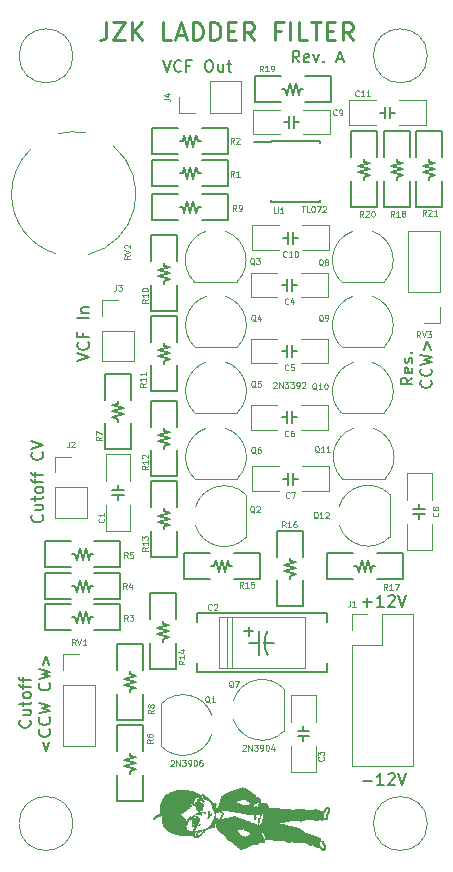
<source format=gto>
G04 #@! TF.GenerationSoftware,KiCad,Pcbnew,(5.1.0)-1*
G04 #@! TF.CreationDate,2019-05-11T18:56:39-04:00*
G04 #@! TF.ProjectId,VCF,5643462e-6b69-4636-9164-5f7063625858,rev?*
G04 #@! TF.SameCoordinates,Original*
G04 #@! TF.FileFunction,Legend,Top*
G04 #@! TF.FilePolarity,Positive*
%FSLAX46Y46*%
G04 Gerber Fmt 4.6, Leading zero omitted, Abs format (unit mm)*
G04 Created by KiCad (PCBNEW (5.1.0)-1) date 2019-05-11 18:56:39*
%MOMM*%
%LPD*%
G04 APERTURE LIST*
%ADD10C,0.150000*%
%ADD11C,0.250000*%
%ADD12C,0.010000*%
%ADD13C,0.120000*%
%ADD14C,0.050000*%
%ADD15C,0.100000*%
G04 APERTURE END LIST*
D10*
X61838095Y-96371428D02*
X62600000Y-96371428D01*
X63600000Y-96752380D02*
X63028571Y-96752380D01*
X63314285Y-96752380D02*
X63314285Y-95752380D01*
X63219047Y-95895238D01*
X63123809Y-95990476D01*
X63028571Y-96038095D01*
X63980952Y-95847619D02*
X64028571Y-95800000D01*
X64123809Y-95752380D01*
X64361904Y-95752380D01*
X64457142Y-95800000D01*
X64504761Y-95847619D01*
X64552380Y-95942857D01*
X64552380Y-96038095D01*
X64504761Y-96180952D01*
X63933333Y-96752380D01*
X64552380Y-96752380D01*
X64838095Y-95752380D02*
X65171428Y-96752380D01*
X65504761Y-95752380D01*
X61838095Y-81271428D02*
X62600000Y-81271428D01*
X62219047Y-81652380D02*
X62219047Y-80890476D01*
X63600000Y-81652380D02*
X63028571Y-81652380D01*
X63314285Y-81652380D02*
X63314285Y-80652380D01*
X63219047Y-80795238D01*
X63123809Y-80890476D01*
X63028571Y-80938095D01*
X63980952Y-80747619D02*
X64028571Y-80700000D01*
X64123809Y-80652380D01*
X64361904Y-80652380D01*
X64457142Y-80700000D01*
X64504761Y-80747619D01*
X64552380Y-80842857D01*
X64552380Y-80938095D01*
X64504761Y-81080952D01*
X63933333Y-81652380D01*
X64552380Y-81652380D01*
X64838095Y-80652380D02*
X65171428Y-81652380D01*
X65504761Y-80652380D01*
X37652380Y-60833333D02*
X38652380Y-60500000D01*
X37652380Y-60166666D01*
X38557142Y-59261904D02*
X38604761Y-59309523D01*
X38652380Y-59452380D01*
X38652380Y-59547619D01*
X38604761Y-59690476D01*
X38509523Y-59785714D01*
X38414285Y-59833333D01*
X38223809Y-59880952D01*
X38080952Y-59880952D01*
X37890476Y-59833333D01*
X37795238Y-59785714D01*
X37700000Y-59690476D01*
X37652380Y-59547619D01*
X37652380Y-59452380D01*
X37700000Y-59309523D01*
X37747619Y-59261904D01*
X38128571Y-58500000D02*
X38128571Y-58833333D01*
X38652380Y-58833333D02*
X37652380Y-58833333D01*
X37652380Y-58357142D01*
X38652380Y-57214285D02*
X37652380Y-57214285D01*
X37985714Y-56738095D02*
X38652380Y-56738095D01*
X38080952Y-56738095D02*
X38033333Y-56690476D01*
X37985714Y-56595238D01*
X37985714Y-56452380D01*
X38033333Y-56357142D01*
X38128571Y-56309523D01*
X38652380Y-56309523D01*
X33632142Y-91252380D02*
X33679761Y-91300000D01*
X33727380Y-91442857D01*
X33727380Y-91538095D01*
X33679761Y-91680952D01*
X33584523Y-91776190D01*
X33489285Y-91823809D01*
X33298809Y-91871428D01*
X33155952Y-91871428D01*
X32965476Y-91823809D01*
X32870238Y-91776190D01*
X32775000Y-91680952D01*
X32727380Y-91538095D01*
X32727380Y-91442857D01*
X32775000Y-91300000D01*
X32822619Y-91252380D01*
X33060714Y-90395238D02*
X33727380Y-90395238D01*
X33060714Y-90823809D02*
X33584523Y-90823809D01*
X33679761Y-90776190D01*
X33727380Y-90680952D01*
X33727380Y-90538095D01*
X33679761Y-90442857D01*
X33632142Y-90395238D01*
X33060714Y-90061904D02*
X33060714Y-89680952D01*
X32727380Y-89919047D02*
X33584523Y-89919047D01*
X33679761Y-89871428D01*
X33727380Y-89776190D01*
X33727380Y-89680952D01*
X33727380Y-89204761D02*
X33679761Y-89300000D01*
X33632142Y-89347619D01*
X33536904Y-89395238D01*
X33251190Y-89395238D01*
X33155952Y-89347619D01*
X33108333Y-89300000D01*
X33060714Y-89204761D01*
X33060714Y-89061904D01*
X33108333Y-88966666D01*
X33155952Y-88919047D01*
X33251190Y-88871428D01*
X33536904Y-88871428D01*
X33632142Y-88919047D01*
X33679761Y-88966666D01*
X33727380Y-89061904D01*
X33727380Y-89204761D01*
X33060714Y-88585714D02*
X33060714Y-88204761D01*
X33727380Y-88442857D02*
X32870238Y-88442857D01*
X32775000Y-88395238D01*
X32727380Y-88300000D01*
X32727380Y-88204761D01*
X33060714Y-88014285D02*
X33060714Y-87633333D01*
X33727380Y-87871428D02*
X32870238Y-87871428D01*
X32775000Y-87823809D01*
X32727380Y-87728571D01*
X32727380Y-87633333D01*
X34710714Y-93061904D02*
X34996428Y-93823809D01*
X35282142Y-93061904D01*
X35282142Y-92014285D02*
X35329761Y-92061904D01*
X35377380Y-92204761D01*
X35377380Y-92300000D01*
X35329761Y-92442857D01*
X35234523Y-92538095D01*
X35139285Y-92585714D01*
X34948809Y-92633333D01*
X34805952Y-92633333D01*
X34615476Y-92585714D01*
X34520238Y-92538095D01*
X34425000Y-92442857D01*
X34377380Y-92300000D01*
X34377380Y-92204761D01*
X34425000Y-92061904D01*
X34472619Y-92014285D01*
X35282142Y-91014285D02*
X35329761Y-91061904D01*
X35377380Y-91204761D01*
X35377380Y-91300000D01*
X35329761Y-91442857D01*
X35234523Y-91538095D01*
X35139285Y-91585714D01*
X34948809Y-91633333D01*
X34805952Y-91633333D01*
X34615476Y-91585714D01*
X34520238Y-91538095D01*
X34425000Y-91442857D01*
X34377380Y-91300000D01*
X34377380Y-91204761D01*
X34425000Y-91061904D01*
X34472619Y-91014285D01*
X34377380Y-90680952D02*
X35377380Y-90442857D01*
X34663095Y-90252380D01*
X35377380Y-90061904D01*
X34377380Y-89823809D01*
X35282142Y-88109523D02*
X35329761Y-88157142D01*
X35377380Y-88300000D01*
X35377380Y-88395238D01*
X35329761Y-88538095D01*
X35234523Y-88633333D01*
X35139285Y-88680952D01*
X34948809Y-88728571D01*
X34805952Y-88728571D01*
X34615476Y-88680952D01*
X34520238Y-88633333D01*
X34425000Y-88538095D01*
X34377380Y-88395238D01*
X34377380Y-88300000D01*
X34425000Y-88157142D01*
X34472619Y-88109523D01*
X34377380Y-87776190D02*
X35377380Y-87538095D01*
X34663095Y-87347619D01*
X35377380Y-87157142D01*
X34377380Y-86919047D01*
X34710714Y-86538095D02*
X34996428Y-85776190D01*
X35282142Y-86538095D01*
X34657142Y-73861904D02*
X34704761Y-73909523D01*
X34752380Y-74052380D01*
X34752380Y-74147619D01*
X34704761Y-74290476D01*
X34609523Y-74385714D01*
X34514285Y-74433333D01*
X34323809Y-74480952D01*
X34180952Y-74480952D01*
X33990476Y-74433333D01*
X33895238Y-74385714D01*
X33800000Y-74290476D01*
X33752380Y-74147619D01*
X33752380Y-74052380D01*
X33800000Y-73909523D01*
X33847619Y-73861904D01*
X34085714Y-73004761D02*
X34752380Y-73004761D01*
X34085714Y-73433333D02*
X34609523Y-73433333D01*
X34704761Y-73385714D01*
X34752380Y-73290476D01*
X34752380Y-73147619D01*
X34704761Y-73052380D01*
X34657142Y-73004761D01*
X34085714Y-72671428D02*
X34085714Y-72290476D01*
X33752380Y-72528571D02*
X34609523Y-72528571D01*
X34704761Y-72480952D01*
X34752380Y-72385714D01*
X34752380Y-72290476D01*
X34752380Y-71814285D02*
X34704761Y-71909523D01*
X34657142Y-71957142D01*
X34561904Y-72004761D01*
X34276190Y-72004761D01*
X34180952Y-71957142D01*
X34133333Y-71909523D01*
X34085714Y-71814285D01*
X34085714Y-71671428D01*
X34133333Y-71576190D01*
X34180952Y-71528571D01*
X34276190Y-71480952D01*
X34561904Y-71480952D01*
X34657142Y-71528571D01*
X34704761Y-71576190D01*
X34752380Y-71671428D01*
X34752380Y-71814285D01*
X34085714Y-71195238D02*
X34085714Y-70814285D01*
X34752380Y-71052380D02*
X33895238Y-71052380D01*
X33800000Y-71004761D01*
X33752380Y-70909523D01*
X33752380Y-70814285D01*
X34085714Y-70623809D02*
X34085714Y-70242857D01*
X34752380Y-70480952D02*
X33895238Y-70480952D01*
X33800000Y-70433333D01*
X33752380Y-70338095D01*
X33752380Y-70242857D01*
X34657142Y-68576190D02*
X34704761Y-68623809D01*
X34752380Y-68766666D01*
X34752380Y-68861904D01*
X34704761Y-69004761D01*
X34609523Y-69100000D01*
X34514285Y-69147619D01*
X34323809Y-69195238D01*
X34180952Y-69195238D01*
X33990476Y-69147619D01*
X33895238Y-69100000D01*
X33800000Y-69004761D01*
X33752380Y-68861904D01*
X33752380Y-68766666D01*
X33800000Y-68623809D01*
X33847619Y-68576190D01*
X33752380Y-68290476D02*
X34752380Y-67957142D01*
X33752380Y-67623809D01*
X66027380Y-62242857D02*
X65551190Y-62576190D01*
X66027380Y-62814285D02*
X65027380Y-62814285D01*
X65027380Y-62433333D01*
X65075000Y-62338095D01*
X65122619Y-62290476D01*
X65217857Y-62242857D01*
X65360714Y-62242857D01*
X65455952Y-62290476D01*
X65503571Y-62338095D01*
X65551190Y-62433333D01*
X65551190Y-62814285D01*
X65979761Y-61433333D02*
X66027380Y-61528571D01*
X66027380Y-61719047D01*
X65979761Y-61814285D01*
X65884523Y-61861904D01*
X65503571Y-61861904D01*
X65408333Y-61814285D01*
X65360714Y-61719047D01*
X65360714Y-61528571D01*
X65408333Y-61433333D01*
X65503571Y-61385714D01*
X65598809Y-61385714D01*
X65694047Y-61861904D01*
X65979761Y-61004761D02*
X66027380Y-60909523D01*
X66027380Y-60719047D01*
X65979761Y-60623809D01*
X65884523Y-60576190D01*
X65836904Y-60576190D01*
X65741666Y-60623809D01*
X65694047Y-60719047D01*
X65694047Y-60861904D01*
X65646428Y-60957142D01*
X65551190Y-61004761D01*
X65503571Y-61004761D01*
X65408333Y-60957142D01*
X65360714Y-60861904D01*
X65360714Y-60719047D01*
X65408333Y-60623809D01*
X65932142Y-60147619D02*
X65979761Y-60100000D01*
X66027380Y-60147619D01*
X65979761Y-60195238D01*
X65932142Y-60147619D01*
X66027380Y-60147619D01*
X67582142Y-62480952D02*
X67629761Y-62528571D01*
X67677380Y-62671428D01*
X67677380Y-62766666D01*
X67629761Y-62909523D01*
X67534523Y-63004761D01*
X67439285Y-63052380D01*
X67248809Y-63100000D01*
X67105952Y-63100000D01*
X66915476Y-63052380D01*
X66820238Y-63004761D01*
X66725000Y-62909523D01*
X66677380Y-62766666D01*
X66677380Y-62671428D01*
X66725000Y-62528571D01*
X66772619Y-62480952D01*
X67582142Y-61480952D02*
X67629761Y-61528571D01*
X67677380Y-61671428D01*
X67677380Y-61766666D01*
X67629761Y-61909523D01*
X67534523Y-62004761D01*
X67439285Y-62052380D01*
X67248809Y-62100000D01*
X67105952Y-62100000D01*
X66915476Y-62052380D01*
X66820238Y-62004761D01*
X66725000Y-61909523D01*
X66677380Y-61766666D01*
X66677380Y-61671428D01*
X66725000Y-61528571D01*
X66772619Y-61480952D01*
X66677380Y-61147619D02*
X67677380Y-60909523D01*
X66963095Y-60719047D01*
X67677380Y-60528571D01*
X66677380Y-60290476D01*
X67010714Y-59909523D02*
X67296428Y-59147619D01*
X67582142Y-59909523D01*
X44895238Y-35352380D02*
X45228571Y-36352380D01*
X45561904Y-35352380D01*
X46466666Y-36257142D02*
X46419047Y-36304761D01*
X46276190Y-36352380D01*
X46180952Y-36352380D01*
X46038095Y-36304761D01*
X45942857Y-36209523D01*
X45895238Y-36114285D01*
X45847619Y-35923809D01*
X45847619Y-35780952D01*
X45895238Y-35590476D01*
X45942857Y-35495238D01*
X46038095Y-35400000D01*
X46180952Y-35352380D01*
X46276190Y-35352380D01*
X46419047Y-35400000D01*
X46466666Y-35447619D01*
X47228571Y-35828571D02*
X46895238Y-35828571D01*
X46895238Y-36352380D02*
X46895238Y-35352380D01*
X47371428Y-35352380D01*
X48704761Y-35352380D02*
X48895238Y-35352380D01*
X48990476Y-35400000D01*
X49085714Y-35495238D01*
X49133333Y-35685714D01*
X49133333Y-36019047D01*
X49085714Y-36209523D01*
X48990476Y-36304761D01*
X48895238Y-36352380D01*
X48704761Y-36352380D01*
X48609523Y-36304761D01*
X48514285Y-36209523D01*
X48466666Y-36019047D01*
X48466666Y-35685714D01*
X48514285Y-35495238D01*
X48609523Y-35400000D01*
X48704761Y-35352380D01*
X49990476Y-35685714D02*
X49990476Y-36352380D01*
X49561904Y-35685714D02*
X49561904Y-36209523D01*
X49609523Y-36304761D01*
X49704761Y-36352380D01*
X49847619Y-36352380D01*
X49942857Y-36304761D01*
X49990476Y-36257142D01*
X50323809Y-35685714D02*
X50704761Y-35685714D01*
X50466666Y-35352380D02*
X50466666Y-36209523D01*
X50514285Y-36304761D01*
X50609523Y-36352380D01*
X50704761Y-36352380D01*
X56452380Y-35552380D02*
X56119047Y-35076190D01*
X55880952Y-35552380D02*
X55880952Y-34552380D01*
X56261904Y-34552380D01*
X56357142Y-34600000D01*
X56404761Y-34647619D01*
X56452380Y-34742857D01*
X56452380Y-34885714D01*
X56404761Y-34980952D01*
X56357142Y-35028571D01*
X56261904Y-35076190D01*
X55880952Y-35076190D01*
X57261904Y-35504761D02*
X57166666Y-35552380D01*
X56976190Y-35552380D01*
X56880952Y-35504761D01*
X56833333Y-35409523D01*
X56833333Y-35028571D01*
X56880952Y-34933333D01*
X56976190Y-34885714D01*
X57166666Y-34885714D01*
X57261904Y-34933333D01*
X57309523Y-35028571D01*
X57309523Y-35123809D01*
X56833333Y-35219047D01*
X57642857Y-34885714D02*
X57880952Y-35552380D01*
X58119047Y-34885714D01*
X58500000Y-35457142D02*
X58547619Y-35504761D01*
X58500000Y-35552380D01*
X58452380Y-35504761D01*
X58500000Y-35457142D01*
X58500000Y-35552380D01*
X59690476Y-35266666D02*
X60166666Y-35266666D01*
X59595238Y-35552380D02*
X59928571Y-34552380D01*
X60261904Y-35552380D01*
D11*
X40121428Y-32178571D02*
X40121428Y-33250000D01*
X40050000Y-33464285D01*
X39907142Y-33607142D01*
X39692857Y-33678571D01*
X39550000Y-33678571D01*
X40692857Y-32178571D02*
X41692857Y-32178571D01*
X40692857Y-33678571D01*
X41692857Y-33678571D01*
X42264285Y-33678571D02*
X42264285Y-32178571D01*
X43121428Y-33678571D02*
X42478571Y-32821428D01*
X43121428Y-32178571D02*
X42264285Y-33035714D01*
X45621428Y-33678571D02*
X44907142Y-33678571D01*
X44907142Y-32178571D01*
X46050000Y-33250000D02*
X46764285Y-33250000D01*
X45907142Y-33678571D02*
X46407142Y-32178571D01*
X46907142Y-33678571D01*
X47407142Y-33678571D02*
X47407142Y-32178571D01*
X47764285Y-32178571D01*
X47978571Y-32250000D01*
X48121428Y-32392857D01*
X48192857Y-32535714D01*
X48264285Y-32821428D01*
X48264285Y-33035714D01*
X48192857Y-33321428D01*
X48121428Y-33464285D01*
X47978571Y-33607142D01*
X47764285Y-33678571D01*
X47407142Y-33678571D01*
X48907142Y-33678571D02*
X48907142Y-32178571D01*
X49264285Y-32178571D01*
X49478571Y-32250000D01*
X49621428Y-32392857D01*
X49692857Y-32535714D01*
X49764285Y-32821428D01*
X49764285Y-33035714D01*
X49692857Y-33321428D01*
X49621428Y-33464285D01*
X49478571Y-33607142D01*
X49264285Y-33678571D01*
X48907142Y-33678571D01*
X50407142Y-32892857D02*
X50907142Y-32892857D01*
X51121428Y-33678571D02*
X50407142Y-33678571D01*
X50407142Y-32178571D01*
X51121428Y-32178571D01*
X52621428Y-33678571D02*
X52121428Y-32964285D01*
X51764285Y-33678571D02*
X51764285Y-32178571D01*
X52335714Y-32178571D01*
X52478571Y-32250000D01*
X52550000Y-32321428D01*
X52621428Y-32464285D01*
X52621428Y-32678571D01*
X52550000Y-32821428D01*
X52478571Y-32892857D01*
X52335714Y-32964285D01*
X51764285Y-32964285D01*
X54907142Y-32892857D02*
X54407142Y-32892857D01*
X54407142Y-33678571D02*
X54407142Y-32178571D01*
X55121428Y-32178571D01*
X55692857Y-33678571D02*
X55692857Y-32178571D01*
X57121428Y-33678571D02*
X56407142Y-33678571D01*
X56407142Y-32178571D01*
X57407142Y-32178571D02*
X58264285Y-32178571D01*
X57835714Y-33678571D02*
X57835714Y-32178571D01*
X58764285Y-32892857D02*
X59264285Y-32892857D01*
X59478571Y-33678571D02*
X58764285Y-33678571D01*
X58764285Y-32178571D01*
X59478571Y-32178571D01*
X60978571Y-33678571D02*
X60478571Y-32964285D01*
X60121428Y-33678571D02*
X60121428Y-32178571D01*
X60692857Y-32178571D01*
X60835714Y-32250000D01*
X60907142Y-32321428D01*
X60978571Y-32464285D01*
X60978571Y-32678571D01*
X60907142Y-32821428D01*
X60835714Y-32892857D01*
X60692857Y-32964285D01*
X60121428Y-32964285D01*
D12*
G36*
X47675445Y-100897012D02*
G01*
X47691149Y-100863212D01*
X47716739Y-100826089D01*
X47751303Y-100786888D01*
X47793929Y-100746854D01*
X47843706Y-100707232D01*
X47899722Y-100669267D01*
X47925359Y-100653843D01*
X47945958Y-100642349D01*
X47959635Y-100635569D01*
X47963020Y-100634731D01*
X47957599Y-100640866D01*
X47942572Y-100656227D01*
X47919747Y-100679009D01*
X47890931Y-100707406D01*
X47860940Y-100736688D01*
X47814422Y-100783513D01*
X47776266Y-100825213D01*
X47747261Y-100860754D01*
X47728196Y-100889098D01*
X47719859Y-100909212D01*
X47721890Y-100919155D01*
X47733825Y-100925553D01*
X47753782Y-100932257D01*
X47756687Y-100933024D01*
X47777589Y-100940569D01*
X47782791Y-100948754D01*
X47772256Y-100957870D01*
X47752320Y-100966084D01*
X47729353Y-100972569D01*
X47712630Y-100972126D01*
X47696757Y-100966029D01*
X47677337Y-100949666D01*
X47670537Y-100926245D01*
X47675445Y-100897012D01*
X47675445Y-100897012D01*
G37*
X47675445Y-100897012D02*
X47691149Y-100863212D01*
X47716739Y-100826089D01*
X47751303Y-100786888D01*
X47793929Y-100746854D01*
X47843706Y-100707232D01*
X47899722Y-100669267D01*
X47925359Y-100653843D01*
X47945958Y-100642349D01*
X47959635Y-100635569D01*
X47963020Y-100634731D01*
X47957599Y-100640866D01*
X47942572Y-100656227D01*
X47919747Y-100679009D01*
X47890931Y-100707406D01*
X47860940Y-100736688D01*
X47814422Y-100783513D01*
X47776266Y-100825213D01*
X47747261Y-100860754D01*
X47728196Y-100889098D01*
X47719859Y-100909212D01*
X47721890Y-100919155D01*
X47733825Y-100925553D01*
X47753782Y-100932257D01*
X47756687Y-100933024D01*
X47777589Y-100940569D01*
X47782791Y-100948754D01*
X47772256Y-100957870D01*
X47752320Y-100966084D01*
X47729353Y-100972569D01*
X47712630Y-100972126D01*
X47696757Y-100966029D01*
X47677337Y-100949666D01*
X47670537Y-100926245D01*
X47675445Y-100897012D01*
G36*
X47181664Y-99705912D02*
G01*
X47187084Y-99678496D01*
X47196967Y-99642914D01*
X47210402Y-99602368D01*
X47226477Y-99560064D01*
X47230427Y-99550481D01*
X47241584Y-99526897D01*
X47256658Y-99499006D01*
X47273556Y-99470200D01*
X47290181Y-99443875D01*
X47304437Y-99423424D01*
X47314231Y-99412243D01*
X47316452Y-99411125D01*
X47319486Y-99414067D01*
X47316570Y-99424319D01*
X47306827Y-99444023D01*
X47292317Y-99470165D01*
X47275524Y-99502417D01*
X47257570Y-99541346D01*
X47239834Y-99583406D01*
X47223698Y-99625051D01*
X47210540Y-99662735D01*
X47201742Y-99692912D01*
X47198688Y-99710766D01*
X47195966Y-99730120D01*
X47190417Y-99736070D01*
X47183661Y-99727554D01*
X47181620Y-99721954D01*
X47181664Y-99705912D01*
X47181664Y-99705912D01*
G37*
X47181664Y-99705912D02*
X47187084Y-99678496D01*
X47196967Y-99642914D01*
X47210402Y-99602368D01*
X47226477Y-99560064D01*
X47230427Y-99550481D01*
X47241584Y-99526897D01*
X47256658Y-99499006D01*
X47273556Y-99470200D01*
X47290181Y-99443875D01*
X47304437Y-99423424D01*
X47314231Y-99412243D01*
X47316452Y-99411125D01*
X47319486Y-99414067D01*
X47316570Y-99424319D01*
X47306827Y-99444023D01*
X47292317Y-99470165D01*
X47275524Y-99502417D01*
X47257570Y-99541346D01*
X47239834Y-99583406D01*
X47223698Y-99625051D01*
X47210540Y-99662735D01*
X47201742Y-99692912D01*
X47198688Y-99710766D01*
X47195966Y-99730120D01*
X47190417Y-99736070D01*
X47183661Y-99727554D01*
X47181620Y-99721954D01*
X47181664Y-99705912D01*
G36*
X47589462Y-98327943D02*
G01*
X47590824Y-98283591D01*
X47593048Y-98243718D01*
X47596124Y-98211713D01*
X47596546Y-98208594D01*
X47598751Y-98197119D01*
X47600495Y-98197956D01*
X47601816Y-98211814D01*
X47602752Y-98239403D01*
X47603343Y-98281435D01*
X47603626Y-98338619D01*
X47603628Y-98339563D01*
X47603542Y-98399973D01*
X47602966Y-98445415D01*
X47601855Y-98476789D01*
X47600165Y-98494995D01*
X47597853Y-98500935D01*
X47595855Y-98498313D01*
X47592789Y-98482385D01*
X47590625Y-98453996D01*
X47589355Y-98416534D01*
X47588970Y-98373387D01*
X47589462Y-98327943D01*
X47589462Y-98327943D01*
G37*
X47589462Y-98327943D02*
X47590824Y-98283591D01*
X47593048Y-98243718D01*
X47596124Y-98211713D01*
X47596546Y-98208594D01*
X47598751Y-98197119D01*
X47600495Y-98197956D01*
X47601816Y-98211814D01*
X47602752Y-98239403D01*
X47603343Y-98281435D01*
X47603626Y-98338619D01*
X47603628Y-98339563D01*
X47603542Y-98399973D01*
X47602966Y-98445415D01*
X47601855Y-98476789D01*
X47600165Y-98494995D01*
X47597853Y-98500935D01*
X47595855Y-98498313D01*
X47592789Y-98482385D01*
X47590625Y-98453996D01*
X47589355Y-98416534D01*
X47588970Y-98373387D01*
X47589462Y-98327943D01*
G36*
X47650776Y-99211817D02*
G01*
X47655523Y-99190574D01*
X47663638Y-99161990D01*
X47667910Y-99148469D01*
X47689632Y-99081719D01*
X47782691Y-99083410D01*
X47818995Y-99083513D01*
X47848673Y-99082538D01*
X47868624Y-99080661D01*
X47875750Y-99078118D01*
X47869482Y-99069536D01*
X47865828Y-99067822D01*
X47857855Y-99057336D01*
X47855956Y-99035258D01*
X47859733Y-99004492D01*
X47868789Y-98967942D01*
X47882729Y-98928514D01*
X47885888Y-98920955D01*
X47913992Y-98855440D01*
X47892886Y-98850395D01*
X47858272Y-98839130D01*
X47821300Y-98822345D01*
X47787154Y-98802818D01*
X47761017Y-98783324D01*
X47753680Y-98775821D01*
X47739502Y-98756422D01*
X47734350Y-98738930D01*
X47735843Y-98714926D01*
X47736037Y-98713499D01*
X47743694Y-98679751D01*
X47754876Y-98656393D01*
X47767781Y-98644374D01*
X47780609Y-98644642D01*
X47791557Y-98658145D01*
X47798058Y-98680840D01*
X47808874Y-98711111D01*
X47830940Y-98736933D01*
X47865465Y-98759129D01*
X47913658Y-98778525D01*
X47961423Y-98792216D01*
X48019377Y-98803993D01*
X48066811Y-98806998D01*
X48106447Y-98801217D01*
X48132117Y-98791393D01*
X48162889Y-98776597D01*
X48183152Y-98768424D01*
X48196415Y-98766045D01*
X48206186Y-98768629D01*
X48212180Y-98772470D01*
X48221257Y-98781899D01*
X48221995Y-98794602D01*
X48217669Y-98810004D01*
X48200814Y-98841103D01*
X48174532Y-98868501D01*
X48145625Y-98885720D01*
X48122875Y-98888808D01*
X48086560Y-98886501D01*
X48063609Y-98883316D01*
X48029624Y-98878691D01*
X48008969Y-98877857D01*
X47999564Y-98880784D01*
X47998636Y-98882357D01*
X47992954Y-98902597D01*
X47985851Y-98931012D01*
X47978329Y-98963164D01*
X47971386Y-98994614D01*
X47966025Y-99020925D01*
X47963244Y-99037658D01*
X47963062Y-99040205D01*
X47966004Y-99050528D01*
X47977718Y-99051934D01*
X47984890Y-99050662D01*
X48002614Y-99047766D01*
X48031034Y-99043961D01*
X48065048Y-99039914D01*
X48078156Y-99038475D01*
X48113629Y-99033948D01*
X48159085Y-99027093D01*
X48208959Y-99018799D01*
X48257688Y-99009954D01*
X48263074Y-99008921D01*
X48310266Y-99000058D01*
X48344662Y-98994674D01*
X48369009Y-98993016D01*
X48386054Y-98995334D01*
X48398544Y-99001875D01*
X48409225Y-99012888D01*
X48416673Y-99022802D01*
X48427844Y-99043304D01*
X48434970Y-99065878D01*
X48437328Y-99085967D01*
X48434190Y-99099012D01*
X48429213Y-99101563D01*
X48417455Y-99096031D01*
X48400375Y-99081882D01*
X48389477Y-99070715D01*
X48361608Y-99039867D01*
X48279413Y-99055833D01*
X48221850Y-99064841D01*
X48158239Y-99070341D01*
X48084001Y-99072713D01*
X48076198Y-99072790D01*
X48034399Y-99073443D01*
X47998847Y-99074591D01*
X47972264Y-99076097D01*
X47957372Y-99077828D01*
X47955151Y-99078802D01*
X47962419Y-99081845D01*
X47981719Y-99085413D01*
X48009251Y-99088843D01*
X48016640Y-99089569D01*
X48065879Y-99096435D01*
X48101390Y-99107589D01*
X48125118Y-99124770D01*
X48139003Y-99149715D01*
X48144987Y-99184163D01*
X48145625Y-99205000D01*
X48143144Y-99243937D01*
X48135984Y-99269964D01*
X48124568Y-99282224D01*
X48109322Y-99279863D01*
X48108721Y-99279503D01*
X48096701Y-99265782D01*
X48089237Y-99247753D01*
X48083362Y-99222524D01*
X48079028Y-99203559D01*
X48073831Y-99190779D01*
X48063484Y-99180860D01*
X48046140Y-99173393D01*
X48019954Y-99167967D01*
X47983080Y-99164174D01*
X47933673Y-99161603D01*
X47883446Y-99160140D01*
X47744299Y-99156941D01*
X47709153Y-99192752D01*
X47683974Y-99216192D01*
X47666195Y-99227160D01*
X47654375Y-99226369D01*
X47650313Y-99221890D01*
X47650776Y-99211817D01*
X47650776Y-99211817D01*
G37*
X47650776Y-99211817D02*
X47655523Y-99190574D01*
X47663638Y-99161990D01*
X47667910Y-99148469D01*
X47689632Y-99081719D01*
X47782691Y-99083410D01*
X47818995Y-99083513D01*
X47848673Y-99082538D01*
X47868624Y-99080661D01*
X47875750Y-99078118D01*
X47869482Y-99069536D01*
X47865828Y-99067822D01*
X47857855Y-99057336D01*
X47855956Y-99035258D01*
X47859733Y-99004492D01*
X47868789Y-98967942D01*
X47882729Y-98928514D01*
X47885888Y-98920955D01*
X47913992Y-98855440D01*
X47892886Y-98850395D01*
X47858272Y-98839130D01*
X47821300Y-98822345D01*
X47787154Y-98802818D01*
X47761017Y-98783324D01*
X47753680Y-98775821D01*
X47739502Y-98756422D01*
X47734350Y-98738930D01*
X47735843Y-98714926D01*
X47736037Y-98713499D01*
X47743694Y-98679751D01*
X47754876Y-98656393D01*
X47767781Y-98644374D01*
X47780609Y-98644642D01*
X47791557Y-98658145D01*
X47798058Y-98680840D01*
X47808874Y-98711111D01*
X47830940Y-98736933D01*
X47865465Y-98759129D01*
X47913658Y-98778525D01*
X47961423Y-98792216D01*
X48019377Y-98803993D01*
X48066811Y-98806998D01*
X48106447Y-98801217D01*
X48132117Y-98791393D01*
X48162889Y-98776597D01*
X48183152Y-98768424D01*
X48196415Y-98766045D01*
X48206186Y-98768629D01*
X48212180Y-98772470D01*
X48221257Y-98781899D01*
X48221995Y-98794602D01*
X48217669Y-98810004D01*
X48200814Y-98841103D01*
X48174532Y-98868501D01*
X48145625Y-98885720D01*
X48122875Y-98888808D01*
X48086560Y-98886501D01*
X48063609Y-98883316D01*
X48029624Y-98878691D01*
X48008969Y-98877857D01*
X47999564Y-98880784D01*
X47998636Y-98882357D01*
X47992954Y-98902597D01*
X47985851Y-98931012D01*
X47978329Y-98963164D01*
X47971386Y-98994614D01*
X47966025Y-99020925D01*
X47963244Y-99037658D01*
X47963062Y-99040205D01*
X47966004Y-99050528D01*
X47977718Y-99051934D01*
X47984890Y-99050662D01*
X48002614Y-99047766D01*
X48031034Y-99043961D01*
X48065048Y-99039914D01*
X48078156Y-99038475D01*
X48113629Y-99033948D01*
X48159085Y-99027093D01*
X48208959Y-99018799D01*
X48257688Y-99009954D01*
X48263074Y-99008921D01*
X48310266Y-99000058D01*
X48344662Y-98994674D01*
X48369009Y-98993016D01*
X48386054Y-98995334D01*
X48398544Y-99001875D01*
X48409225Y-99012888D01*
X48416673Y-99022802D01*
X48427844Y-99043304D01*
X48434970Y-99065878D01*
X48437328Y-99085967D01*
X48434190Y-99099012D01*
X48429213Y-99101563D01*
X48417455Y-99096031D01*
X48400375Y-99081882D01*
X48389477Y-99070715D01*
X48361608Y-99039867D01*
X48279413Y-99055833D01*
X48221850Y-99064841D01*
X48158239Y-99070341D01*
X48084001Y-99072713D01*
X48076198Y-99072790D01*
X48034399Y-99073443D01*
X47998847Y-99074591D01*
X47972264Y-99076097D01*
X47957372Y-99077828D01*
X47955151Y-99078802D01*
X47962419Y-99081845D01*
X47981719Y-99085413D01*
X48009251Y-99088843D01*
X48016640Y-99089569D01*
X48065879Y-99096435D01*
X48101390Y-99107589D01*
X48125118Y-99124770D01*
X48139003Y-99149715D01*
X48144987Y-99184163D01*
X48145625Y-99205000D01*
X48143144Y-99243937D01*
X48135984Y-99269964D01*
X48124568Y-99282224D01*
X48109322Y-99279863D01*
X48108721Y-99279503D01*
X48096701Y-99265782D01*
X48089237Y-99247753D01*
X48083362Y-99222524D01*
X48079028Y-99203559D01*
X48073831Y-99190779D01*
X48063484Y-99180860D01*
X48046140Y-99173393D01*
X48019954Y-99167967D01*
X47983080Y-99164174D01*
X47933673Y-99161603D01*
X47883446Y-99160140D01*
X47744299Y-99156941D01*
X47709153Y-99192752D01*
X47683974Y-99216192D01*
X47666195Y-99227160D01*
X47654375Y-99226369D01*
X47650313Y-99221890D01*
X47650776Y-99211817D01*
G36*
X48674894Y-99484424D02*
G01*
X48689409Y-99463036D01*
X48693998Y-99456562D01*
X48711390Y-99430271D01*
X48724730Y-99404719D01*
X48734538Y-99377253D01*
X48741337Y-99345223D01*
X48745646Y-99305976D01*
X48747987Y-99256862D01*
X48748880Y-99195228D01*
X48748940Y-99176969D01*
X48749915Y-99094513D01*
X48752556Y-99027662D01*
X48756897Y-98976230D01*
X48762969Y-98940031D01*
X48770805Y-98918878D01*
X48780437Y-98912588D01*
X48791897Y-98920972D01*
X48793065Y-98922502D01*
X48796614Y-98930066D01*
X48799366Y-98943143D01*
X48801408Y-98963475D01*
X48802824Y-98992800D01*
X48803700Y-99032859D01*
X48804121Y-99085391D01*
X48804178Y-99148721D01*
X48803974Y-99214188D01*
X48803461Y-99265931D01*
X48802511Y-99306099D01*
X48801002Y-99336841D01*
X48798808Y-99360308D01*
X48795804Y-99378648D01*
X48791866Y-99394011D01*
X48789516Y-99401222D01*
X48778675Y-99427908D01*
X48766752Y-99450415D01*
X48760532Y-99459025D01*
X48738589Y-99478612D01*
X48713278Y-99494542D01*
X48689883Y-99503893D01*
X48677478Y-99504960D01*
X48669904Y-99502526D01*
X48668717Y-99496634D01*
X48674894Y-99484424D01*
X48674894Y-99484424D01*
G37*
X48674894Y-99484424D02*
X48689409Y-99463036D01*
X48693998Y-99456562D01*
X48711390Y-99430271D01*
X48724730Y-99404719D01*
X48734538Y-99377253D01*
X48741337Y-99345223D01*
X48745646Y-99305976D01*
X48747987Y-99256862D01*
X48748880Y-99195228D01*
X48748940Y-99176969D01*
X48749915Y-99094513D01*
X48752556Y-99027662D01*
X48756897Y-98976230D01*
X48762969Y-98940031D01*
X48770805Y-98918878D01*
X48780437Y-98912588D01*
X48791897Y-98920972D01*
X48793065Y-98922502D01*
X48796614Y-98930066D01*
X48799366Y-98943143D01*
X48801408Y-98963475D01*
X48802824Y-98992800D01*
X48803700Y-99032859D01*
X48804121Y-99085391D01*
X48804178Y-99148721D01*
X48803974Y-99214188D01*
X48803461Y-99265931D01*
X48802511Y-99306099D01*
X48801002Y-99336841D01*
X48798808Y-99360308D01*
X48795804Y-99378648D01*
X48791866Y-99394011D01*
X48789516Y-99401222D01*
X48778675Y-99427908D01*
X48766752Y-99450415D01*
X48760532Y-99459025D01*
X48738589Y-99478612D01*
X48713278Y-99494542D01*
X48689883Y-99503893D01*
X48677478Y-99504960D01*
X48669904Y-99502526D01*
X48668717Y-99496634D01*
X48674894Y-99484424D01*
G36*
X48924954Y-99225156D02*
G01*
X48928632Y-99202421D01*
X48933504Y-99175356D01*
X48938541Y-99149569D01*
X48942713Y-99130662D01*
X48944133Y-99125598D01*
X48948543Y-99117896D01*
X48954787Y-99124394D01*
X48955555Y-99125598D01*
X48961513Y-99145619D01*
X48962222Y-99173519D01*
X48958030Y-99202322D01*
X48950709Y-99222610D01*
X48939706Y-99237899D01*
X48929546Y-99244716D01*
X48923819Y-99241034D01*
X48923500Y-99237958D01*
X48924954Y-99225156D01*
X48924954Y-99225156D01*
G37*
X48924954Y-99225156D02*
X48928632Y-99202421D01*
X48933504Y-99175356D01*
X48938541Y-99149569D01*
X48942713Y-99130662D01*
X48944133Y-99125598D01*
X48948543Y-99117896D01*
X48954787Y-99124394D01*
X48955555Y-99125598D01*
X48961513Y-99145619D01*
X48962222Y-99173519D01*
X48958030Y-99202322D01*
X48950709Y-99222610D01*
X48939706Y-99237899D01*
X48929546Y-99244716D01*
X48923819Y-99241034D01*
X48923500Y-99237958D01*
X48924954Y-99225156D01*
G36*
X44070915Y-99620365D02*
G01*
X44073774Y-99615516D01*
X44084111Y-99596030D01*
X44089367Y-99581172D01*
X44089532Y-99579439D01*
X44094537Y-99565028D01*
X44108079Y-99541740D01*
X44128031Y-99512458D01*
X44152264Y-99480062D01*
X44178649Y-99447435D01*
X44205059Y-99417457D01*
X44222277Y-99399731D01*
X44253283Y-99371344D01*
X44291287Y-99339257D01*
X44330100Y-99308614D01*
X44347531Y-99295687D01*
X44388445Y-99268609D01*
X44440012Y-99238149D01*
X44498015Y-99206488D01*
X44558239Y-99175806D01*
X44616467Y-99148284D01*
X44668484Y-99126100D01*
X44693695Y-99116694D01*
X44746172Y-99098526D01*
X44722407Y-99058373D01*
X44686188Y-98987376D01*
X44660134Y-98912934D01*
X44643952Y-98833028D01*
X44637346Y-98745637D01*
X44640025Y-98648741D01*
X44649457Y-98556814D01*
X44663604Y-98462321D01*
X44680338Y-98378907D01*
X44701060Y-98301818D01*
X44727170Y-98226304D01*
X44760068Y-98147612D01*
X44787191Y-98089532D01*
X44860809Y-97949392D01*
X44938995Y-97824404D01*
X45021739Y-97714583D01*
X45109027Y-97619946D01*
X45200848Y-97540506D01*
X45236020Y-97514932D01*
X45323835Y-97460184D01*
X45425129Y-97407498D01*
X45537553Y-97357691D01*
X45658761Y-97311580D01*
X45786404Y-97269985D01*
X45918135Y-97233721D01*
X46051606Y-97203606D01*
X46184470Y-97180459D01*
X46204906Y-97177541D01*
X46302796Y-97166237D01*
X46408238Y-97158064D01*
X46517298Y-97153091D01*
X46626039Y-97151389D01*
X46730527Y-97153028D01*
X46826827Y-97158078D01*
X46899437Y-97165123D01*
X46973829Y-97176124D01*
X47058595Y-97191726D01*
X47149268Y-97210906D01*
X47241375Y-97232640D01*
X47330447Y-97255905D01*
X47412014Y-97279677D01*
X47442653Y-97289466D01*
X47482950Y-97304423D01*
X47533914Y-97325934D01*
X47592517Y-97352527D01*
X47655729Y-97382729D01*
X47720523Y-97415066D01*
X47783868Y-97448067D01*
X47842737Y-97480258D01*
X47883907Y-97504041D01*
X47933436Y-97534831D01*
X47977683Y-97564848D01*
X48014601Y-97592534D01*
X48042143Y-97616328D01*
X48058263Y-97634672D01*
X48060405Y-97638518D01*
X48070095Y-97652712D01*
X48079520Y-97651554D01*
X48089012Y-97634844D01*
X48094613Y-97618181D01*
X48112499Y-97577671D01*
X48138934Y-97550038D01*
X48174846Y-97534680D01*
X48221164Y-97530992D01*
X48228225Y-97531353D01*
X48277225Y-97539257D01*
X48325598Y-97557325D01*
X48375551Y-97586733D01*
X48429294Y-97628656D01*
X48456167Y-97652719D01*
X48491968Y-97684677D01*
X48531142Y-97717663D01*
X48568420Y-97747336D01*
X48593200Y-97765674D01*
X48625421Y-97790029D01*
X48663289Y-97821293D01*
X48701448Y-97854933D01*
X48726761Y-97878725D01*
X48756487Y-97908036D01*
X48776416Y-97929064D01*
X48788361Y-97944355D01*
X48794133Y-97956455D01*
X48795544Y-97967910D01*
X48795123Y-97974801D01*
X48794497Y-97988300D01*
X48797563Y-97998156D01*
X48807063Y-98007061D01*
X48825738Y-98017707D01*
X48852062Y-98030714D01*
X48880806Y-98045942D01*
X48912598Y-98064783D01*
X48944396Y-98085171D01*
X48973153Y-98105041D01*
X48995828Y-98122328D01*
X49009376Y-98134966D01*
X49011825Y-98139125D01*
X49013399Y-98151140D01*
X49014703Y-98162811D01*
X49022905Y-98186903D01*
X49043029Y-98204239D01*
X49064379Y-98213214D01*
X49091459Y-98223903D01*
X49117009Y-98236554D01*
X49117322Y-98236734D01*
X49134402Y-98244552D01*
X49162764Y-98255365D01*
X49198446Y-98267738D01*
X49237031Y-98280097D01*
X49284529Y-98294780D01*
X49319023Y-98305813D01*
X49342723Y-98314091D01*
X49357836Y-98320506D01*
X49366571Y-98325951D01*
X49371135Y-98331319D01*
X49372846Y-98335020D01*
X49371088Y-98346865D01*
X49362480Y-98367991D01*
X49348751Y-98394321D01*
X49344929Y-98400888D01*
X49327137Y-98433001D01*
X49311021Y-98465818D01*
X49299949Y-98492460D01*
X49299617Y-98493421D01*
X49286624Y-98531555D01*
X49320708Y-98580418D01*
X49343118Y-98612785D01*
X49367061Y-98647733D01*
X49384341Y-98673230D01*
X49405887Y-98704234D01*
X49421107Y-98722709D01*
X49431796Y-98729770D01*
X49439746Y-98726531D01*
X49446750Y-98714105D01*
X49447453Y-98712436D01*
X49459268Y-98693224D01*
X49478403Y-98670821D01*
X49491001Y-98658729D01*
X49530615Y-98617946D01*
X49569511Y-98567156D01*
X49603610Y-98511869D01*
X49612760Y-98494291D01*
X49623022Y-98469186D01*
X49635840Y-98430877D01*
X49650614Y-98381716D01*
X49666746Y-98324059D01*
X49683639Y-98260257D01*
X49700692Y-98192667D01*
X49717308Y-98123640D01*
X49732888Y-98055531D01*
X49746834Y-97990694D01*
X49758546Y-97931483D01*
X49764806Y-97896373D01*
X49774719Y-97840185D01*
X49783450Y-97797266D01*
X49791632Y-97765112D01*
X49799899Y-97741223D01*
X49808506Y-97723733D01*
X49822118Y-97703695D01*
X49834328Y-97691011D01*
X49839380Y-97688688D01*
X49850116Y-97683759D01*
X49868655Y-97670787D01*
X49891134Y-97652494D01*
X49892870Y-97650985D01*
X49944161Y-97608473D01*
X49998523Y-97568271D01*
X50058115Y-97529079D01*
X50125095Y-97489593D01*
X50201624Y-97448512D01*
X50289859Y-97404535D01*
X50345814Y-97377863D01*
X50444310Y-97332708D01*
X50535192Y-97293774D01*
X50623595Y-97259099D01*
X50714652Y-97226721D01*
X50813495Y-97194677D01*
X50870989Y-97177099D01*
X50963719Y-97148410D01*
X51059699Y-97117222D01*
X51154854Y-97084935D01*
X51245108Y-97052950D01*
X51326385Y-97022665D01*
X51367333Y-97006620D01*
X51461073Y-96973521D01*
X51547156Y-96952989D01*
X51627651Y-96945044D01*
X51704629Y-96949708D01*
X51780161Y-96967001D01*
X51856316Y-96996945D01*
X51886325Y-97011895D01*
X51936994Y-97040634D01*
X51996342Y-97077833D01*
X52061233Y-97121348D01*
X52128530Y-97169036D01*
X52195097Y-97218751D01*
X52237726Y-97252125D01*
X52272428Y-97279793D01*
X52315593Y-97314094D01*
X52363208Y-97351844D01*
X52411257Y-97389862D01*
X52446451Y-97417650D01*
X52505846Y-97464923D01*
X52553740Y-97504314D01*
X52591431Y-97537338D01*
X52620213Y-97565510D01*
X52641382Y-97590345D01*
X52656235Y-97613358D01*
X52666066Y-97636063D01*
X52672171Y-97659976D01*
X52675757Y-97685732D01*
X52679297Y-97710917D01*
X52684339Y-97723863D01*
X52692586Y-97728206D01*
X52695713Y-97728375D01*
X52719247Y-97731294D01*
X52753345Y-97739207D01*
X52793985Y-97750848D01*
X52837141Y-97764952D01*
X52878790Y-97780253D01*
X52914907Y-97795486D01*
X52925934Y-97800786D01*
X52976002Y-97830452D01*
X53020758Y-97865578D01*
X53058168Y-97903856D01*
X53086197Y-97942980D01*
X53102811Y-97980642D01*
X53106562Y-98005596D01*
X53099376Y-98032236D01*
X53082151Y-98057251D01*
X53057740Y-98085053D01*
X53077245Y-98111105D01*
X53102746Y-98150081D01*
X53118209Y-98184738D01*
X53122437Y-98208200D01*
X53123458Y-98219596D01*
X53129059Y-98225647D01*
X53143048Y-98228046D01*
X53168078Y-98228485D01*
X53196593Y-98229833D01*
X53234385Y-98233401D01*
X53275114Y-98238541D01*
X53293093Y-98241256D01*
X53334679Y-98246642D01*
X53385020Y-98251250D01*
X53437001Y-98254509D01*
X53473212Y-98255731D01*
X53521238Y-98257195D01*
X53555288Y-98259794D01*
X53577232Y-98263740D01*
X53588305Y-98268715D01*
X53626870Y-98299942D01*
X53656105Y-98326627D01*
X53679974Y-98352905D01*
X53702440Y-98382910D01*
X53713649Y-98399488D01*
X53743658Y-98447592D01*
X53775826Y-98503703D01*
X53807147Y-98562247D01*
X53834615Y-98617651D01*
X53851135Y-98654400D01*
X53868419Y-98695392D01*
X54009381Y-98691868D01*
X54057962Y-98690526D01*
X54103620Y-98689030D01*
X54142910Y-98687511D01*
X54172383Y-98686099D01*
X54186062Y-98685181D01*
X54219756Y-98683882D01*
X54266931Y-98684509D01*
X54325333Y-98686888D01*
X54392707Y-98690844D01*
X54466798Y-98696204D01*
X54545353Y-98702791D01*
X54626117Y-98710433D01*
X54706835Y-98718953D01*
X54785253Y-98728178D01*
X54848843Y-98736502D01*
X54914711Y-98744718D01*
X54991516Y-98752844D01*
X55074325Y-98760428D01*
X55158206Y-98767015D01*
X55233812Y-98771903D01*
X55319285Y-98776911D01*
X55392078Y-98781576D01*
X55455372Y-98786185D01*
X55512350Y-98791027D01*
X55566194Y-98796388D01*
X55620085Y-98802555D01*
X55677206Y-98809815D01*
X55723891Y-98816124D01*
X55793690Y-98824804D01*
X55852236Y-98829650D01*
X55903697Y-98830603D01*
X55952240Y-98827600D01*
X56002035Y-98820580D01*
X56048755Y-98811344D01*
X56088659Y-98803416D01*
X56139430Y-98794400D01*
X56196178Y-98785105D01*
X56254007Y-98776343D01*
X56293468Y-98770832D01*
X56394842Y-98759330D01*
X56485188Y-98753928D01*
X56568245Y-98754899D01*
X56647752Y-98762515D01*
X56727448Y-98777049D01*
X56811072Y-98798773D01*
X56853062Y-98811629D01*
X56898749Y-98824381D01*
X56956903Y-98837722D01*
X57024169Y-98850944D01*
X57097193Y-98863337D01*
X57099125Y-98863640D01*
X57175311Y-98875356D01*
X57237935Y-98884469D01*
X57289062Y-98891168D01*
X57330755Y-98895640D01*
X57365081Y-98898075D01*
X57394105Y-98898661D01*
X57419890Y-98897587D01*
X57443929Y-98895115D01*
X57495366Y-98886053D01*
X57555503Y-98871619D01*
X57618781Y-98853412D01*
X57679636Y-98833032D01*
X57732214Y-98812208D01*
X57777494Y-98794253D01*
X57813988Y-98785377D01*
X57845989Y-98785656D01*
X57877789Y-98795167D01*
X57913680Y-98813987D01*
X57916210Y-98815506D01*
X57932607Y-98824983D01*
X57949168Y-98833300D01*
X57967684Y-98840926D01*
X57989944Y-98848329D01*
X58017740Y-98855978D01*
X58052863Y-98864341D01*
X58097101Y-98873887D01*
X58152248Y-98885084D01*
X58220092Y-98898401D01*
X58269906Y-98908040D01*
X58310528Y-98916194D01*
X58347275Y-98924151D01*
X58376385Y-98931057D01*
X58394099Y-98936059D01*
X58395296Y-98936497D01*
X58416740Y-98951837D01*
X58433403Y-98976038D01*
X58440540Y-99002086D01*
X58440562Y-99003435D01*
X58442705Y-99010076D01*
X58450742Y-99006581D01*
X58465100Y-98993907D01*
X58492005Y-98966181D01*
X58509532Y-98941032D01*
X58520192Y-98913074D01*
X58526492Y-98876922D01*
X58528451Y-98857890D01*
X58533390Y-98817822D01*
X58540432Y-98788887D01*
X58550826Y-98766367D01*
X58553999Y-98761331D01*
X58570734Y-98740901D01*
X58596619Y-98714825D01*
X58628153Y-98686085D01*
X58661838Y-98657661D01*
X58694173Y-98632537D01*
X58721658Y-98613692D01*
X58736911Y-98605504D01*
X58774568Y-98596019D01*
X58816555Y-98595056D01*
X58855418Y-98602485D01*
X58868537Y-98607835D01*
X58897213Y-98629456D01*
X58924985Y-98663467D01*
X58950440Y-98706388D01*
X58972161Y-98754742D01*
X58988733Y-98805052D01*
X58998740Y-98853838D01*
X59000766Y-98897624D01*
X58996808Y-98922969D01*
X58989289Y-98947400D01*
X58980091Y-98969847D01*
X58967174Y-98994269D01*
X58948500Y-99024626D01*
X58929571Y-99053547D01*
X58910814Y-99082727D01*
X58895961Y-99107571D01*
X58886919Y-99124785D01*
X58885062Y-99130362D01*
X58879364Y-99141937D01*
X58866829Y-99154565D01*
X58854104Y-99165817D01*
X58843987Y-99178434D01*
X58836050Y-99194449D01*
X58829861Y-99215893D01*
X58824993Y-99244796D01*
X58821013Y-99283192D01*
X58817494Y-99333111D01*
X58814004Y-99396585D01*
X58813497Y-99406582D01*
X58809708Y-99473701D01*
X58805661Y-99526821D01*
X58801061Y-99567816D01*
X58795608Y-99598562D01*
X58789006Y-99620934D01*
X58780957Y-99636806D01*
X58775937Y-99643297D01*
X58757532Y-99653368D01*
X58728873Y-99657031D01*
X58694212Y-99654334D01*
X58657797Y-99645325D01*
X58655619Y-99644529D01*
X58655619Y-99558316D01*
X58672841Y-99551677D01*
X58682925Y-99536452D01*
X58688516Y-99511438D01*
X58689334Y-99505103D01*
X58692199Y-99472771D01*
X58694138Y-99434836D01*
X58694631Y-99411125D01*
X58697220Y-99366063D01*
X58703965Y-99319319D01*
X58713843Y-99275805D01*
X58725829Y-99240433D01*
X58733251Y-99225735D01*
X58772347Y-99160950D01*
X58803334Y-99106447D01*
X58827406Y-99059648D01*
X58845761Y-99017974D01*
X58859595Y-98978846D01*
X58870106Y-98939686D01*
X58873743Y-98922969D01*
X58881125Y-98881632D01*
X58883637Y-98848948D01*
X58881242Y-98818450D01*
X58873904Y-98783671D01*
X58872914Y-98779778D01*
X58860744Y-98739548D01*
X58846455Y-98703506D01*
X58831510Y-98674518D01*
X58817372Y-98655448D01*
X58806211Y-98649125D01*
X58786684Y-98655183D01*
X58757365Y-98673184D01*
X58718622Y-98702875D01*
X58676240Y-98739168D01*
X58642836Y-98770411D01*
X58620463Y-98796041D01*
X58607093Y-98819473D01*
X58600699Y-98844126D01*
X58599234Y-98868997D01*
X58593104Y-98913712D01*
X58576410Y-98955764D01*
X58551425Y-98991960D01*
X58520420Y-99019110D01*
X58485667Y-99034023D01*
X58481141Y-99034872D01*
X58451510Y-99039611D01*
X58451189Y-99140040D01*
X58448941Y-99209083D01*
X58442981Y-99272881D01*
X58436730Y-99311907D01*
X58429716Y-99354058D01*
X58424113Y-99400109D01*
X58420976Y-99441132D01*
X58420768Y-99446844D01*
X58419187Y-99478679D01*
X58416653Y-99505521D01*
X58413657Y-99522437D01*
X58413029Y-99524235D01*
X58411520Y-99531260D01*
X58416320Y-99535426D01*
X58430305Y-99537463D01*
X58456352Y-99538099D01*
X58467829Y-99538125D01*
X58508503Y-99539980D01*
X58553857Y-99544810D01*
X58589179Y-99550650D01*
X58628614Y-99557573D01*
X58655619Y-99558316D01*
X58655619Y-99644529D01*
X58648328Y-99641861D01*
X58582969Y-99622646D01*
X58504784Y-99611554D01*
X58448500Y-99608691D01*
X58415824Y-99608241D01*
X58396011Y-99609055D01*
X58386057Y-99611797D01*
X58382961Y-99617131D01*
X58383316Y-99623106D01*
X58377968Y-99640388D01*
X58358433Y-99659692D01*
X58342423Y-99670926D01*
X58328621Y-99676219D01*
X58311227Y-99676543D01*
X58284440Y-99672871D01*
X58282083Y-99672492D01*
X58248023Y-99665465D01*
X58213657Y-99655973D01*
X58195840Y-99649727D01*
X58165656Y-99637657D01*
X58131540Y-99624042D01*
X58116818Y-99618176D01*
X58082936Y-99607340D01*
X58058234Y-99607070D01*
X58039211Y-99618384D01*
X58022369Y-99642298D01*
X58020253Y-99646204D01*
X58004492Y-99672475D01*
X57987489Y-99691889D01*
X57967279Y-99704672D01*
X57941894Y-99711053D01*
X57909369Y-99711258D01*
X57867736Y-99705515D01*
X57815030Y-99694052D01*
X57750461Y-99677413D01*
X57681227Y-99659045D01*
X57623685Y-99644635D01*
X57574285Y-99633705D01*
X57529475Y-99625780D01*
X57485705Y-99620383D01*
X57439423Y-99617038D01*
X57387080Y-99615268D01*
X57325123Y-99614597D01*
X57281687Y-99614524D01*
X57184865Y-99615677D01*
X57100247Y-99619415D01*
X57024307Y-99626188D01*
X56953519Y-99636450D01*
X56884356Y-99650652D01*
X56813291Y-99669246D01*
X56781625Y-99678596D01*
X56712194Y-99699610D01*
X56656054Y-99716324D01*
X56611343Y-99729175D01*
X56576201Y-99738600D01*
X56548766Y-99745036D01*
X56527176Y-99748917D01*
X56509571Y-99750681D01*
X56494088Y-99750765D01*
X56478868Y-99749603D01*
X56478772Y-99749593D01*
X56429849Y-99740755D01*
X56389125Y-99725949D01*
X56359774Y-99706450D01*
X56353179Y-99699269D01*
X56337780Y-99679693D01*
X56309098Y-99701569D01*
X56274910Y-99720169D01*
X56234945Y-99727327D01*
X56187334Y-99723124D01*
X56134718Y-99709143D01*
X56070496Y-99691350D01*
X56006811Y-99679800D01*
X55948349Y-99675163D01*
X55908620Y-99676865D01*
X55890131Y-99679934D01*
X55858463Y-99686185D01*
X55815884Y-99695130D01*
X55764657Y-99706278D01*
X55707050Y-99719141D01*
X55645328Y-99733230D01*
X55614812Y-99740305D01*
X55547117Y-99755843D01*
X55478152Y-99771237D01*
X55411100Y-99785810D01*
X55349141Y-99798880D01*
X55295457Y-99809770D01*
X55253229Y-99817801D01*
X55244811Y-99819286D01*
X55189892Y-99829403D01*
X55128092Y-99841811D01*
X55066839Y-99854964D01*
X55013559Y-99867317D01*
X55011723Y-99867767D01*
X54930741Y-99886562D01*
X54856989Y-99901505D01*
X54792615Y-99912221D01*
X54739768Y-99918337D01*
X54713906Y-99919651D01*
X54679606Y-99921154D01*
X54660811Y-99924844D01*
X54657418Y-99931374D01*
X54669329Y-99941395D01*
X54696440Y-99955560D01*
X54707541Y-99960723D01*
X54760126Y-99982049D01*
X54825906Y-100004272D01*
X54902288Y-100026636D01*
X54986679Y-100048385D01*
X55076485Y-100068763D01*
X55083000Y-100070138D01*
X55133564Y-100081282D01*
X55192976Y-100095200D01*
X55254811Y-100110341D01*
X55312641Y-100125155D01*
X55329062Y-100129521D01*
X55380598Y-100142893D01*
X55442221Y-100158118D01*
X55508461Y-100173890D01*
X55573849Y-100188903D01*
X55623991Y-100199946D01*
X55683434Y-100213162D01*
X55751324Y-100229016D01*
X55825064Y-100246839D01*
X55902054Y-100265961D01*
X55979693Y-100285709D01*
X56055384Y-100305415D01*
X56126526Y-100324407D01*
X56190520Y-100342016D01*
X56244766Y-100357570D01*
X56286666Y-100370400D01*
X56293468Y-100372624D01*
X56397621Y-100412145D01*
X56494357Y-100459679D01*
X56586297Y-100516920D01*
X56676062Y-100585561D01*
X56766271Y-100667298D01*
X56797863Y-100698732D01*
X56830406Y-100729890D01*
X56861964Y-100755171D01*
X56895655Y-100776189D01*
X56934594Y-100794556D01*
X56981899Y-100811885D01*
X57040686Y-100829791D01*
X57063406Y-100836175D01*
X57129991Y-100855012D01*
X57210298Y-100878428D01*
X57302977Y-100906022D01*
X57406678Y-100937393D01*
X57519812Y-100972064D01*
X57575614Y-100990420D01*
X57618644Y-101007431D01*
X57651781Y-101024403D01*
X57677903Y-101042643D01*
X57681012Y-101045243D01*
X57701394Y-101053964D01*
X57725632Y-101055307D01*
X57754183Y-101056751D01*
X57785005Y-101066002D01*
X57821130Y-101084278D01*
X57861174Y-101109784D01*
X57926383Y-101149194D01*
X57993412Y-101180819D01*
X58057616Y-101202591D01*
X58082494Y-101208276D01*
X58111884Y-101214744D01*
X58135387Y-101221511D01*
X58148375Y-101227221D01*
X58148975Y-101227739D01*
X58156051Y-101238999D01*
X58161034Y-101257848D01*
X58164218Y-101286543D01*
X58165894Y-101327341D01*
X58166315Y-101361773D01*
X58166718Y-101443139D01*
X58263436Y-101443132D01*
X58303227Y-101443812D01*
X58339111Y-101445665D01*
X58367033Y-101448404D01*
X58382498Y-101451568D01*
X58416635Y-101472393D01*
X58448983Y-101507697D01*
X58478704Y-101556110D01*
X58504960Y-101616264D01*
X58526910Y-101686791D01*
X58527102Y-101687530D01*
X58537867Y-101728339D01*
X58546893Y-101758542D01*
X58556260Y-101782944D01*
X58568047Y-101806349D01*
X58584335Y-101833559D01*
X58603031Y-101862895D01*
X58619663Y-101889951D01*
X58630242Y-101911920D01*
X58636635Y-101934629D01*
X58640714Y-101963903D01*
X58642812Y-101986844D01*
X58646729Y-102041567D01*
X58647376Y-102083208D01*
X58643785Y-102114390D01*
X58634991Y-102137740D01*
X58620026Y-102155880D01*
X58597922Y-102171435D01*
X58569350Y-102186249D01*
X58514031Y-102204881D01*
X58457369Y-102209443D01*
X58423089Y-102203482D01*
X58423089Y-102149684D01*
X58457622Y-102134705D01*
X58493036Y-102114199D01*
X58520166Y-102088294D01*
X58536674Y-102059949D01*
X58540219Y-102032126D01*
X58539961Y-102030500D01*
X58537203Y-102011730D01*
X58533784Y-101984219D01*
X58531423Y-101963032D01*
X58516260Y-101878123D01*
X58489830Y-101797573D01*
X58453553Y-101725353D01*
X58437965Y-101701602D01*
X58428233Y-101685776D01*
X58413426Y-101659212D01*
X58395448Y-101625429D01*
X58376205Y-101587947D01*
X58373486Y-101582540D01*
X58325468Y-101486782D01*
X58250062Y-101480872D01*
X58216450Y-101478631D01*
X58188531Y-101477498D01*
X58170286Y-101477597D01*
X58165850Y-101478211D01*
X58160418Y-101487302D01*
X58153848Y-101509068D01*
X58146749Y-101540408D01*
X58139729Y-101578217D01*
X58133397Y-101619393D01*
X58128362Y-101660833D01*
X58126805Y-101677282D01*
X58122137Y-101713858D01*
X58114459Y-101756416D01*
X58105432Y-101795766D01*
X58105398Y-101795895D01*
X58088744Y-101858946D01*
X58123671Y-101887176D01*
X58141253Y-101902638D01*
X58166991Y-101926895D01*
X58198098Y-101957242D01*
X58231783Y-101990976D01*
X58251511Y-102011138D01*
X58290047Y-102049578D01*
X58325924Y-102082982D01*
X58356714Y-102109202D01*
X58379991Y-102126086D01*
X58383757Y-102128277D01*
X58423089Y-102149684D01*
X58423089Y-102203482D01*
X58402657Y-102199929D01*
X58370738Y-102186737D01*
X58338280Y-102165433D01*
X58300617Y-102133668D01*
X58260825Y-102094525D01*
X58221980Y-102051086D01*
X58187160Y-102006433D01*
X58178660Y-101994294D01*
X58155635Y-101962975D01*
X58131295Y-101933947D01*
X58108230Y-101909912D01*
X58089031Y-101893571D01*
X58076391Y-101887625D01*
X58065859Y-101893691D01*
X58053045Y-101907984D01*
X58042998Y-101924651D01*
X58041751Y-101927793D01*
X58028991Y-101941513D01*
X58003432Y-101951241D01*
X57967729Y-101956622D01*
X57924536Y-101957302D01*
X57876507Y-101952924D01*
X57865928Y-101951309D01*
X57816039Y-101941890D01*
X57774233Y-101930453D01*
X57737178Y-101915183D01*
X57701540Y-101894266D01*
X57663987Y-101865887D01*
X57621184Y-101828232D01*
X57595385Y-101804040D01*
X57524115Y-101736268D01*
X57488229Y-101755630D01*
X57445509Y-101775032D01*
X57399360Y-101790042D01*
X57356125Y-101798813D01*
X57334761Y-101800313D01*
X57303312Y-101795417D01*
X57271775Y-101779778D01*
X57237816Y-101751970D01*
X57212363Y-101725621D01*
X57166239Y-101683847D01*
X57107497Y-101646830D01*
X57035442Y-101614261D01*
X56949379Y-101585832D01*
X56848611Y-101561236D01*
X56834692Y-101558364D01*
X56768112Y-101547351D01*
X56687733Y-101538518D01*
X56593202Y-101531846D01*
X56484166Y-101527319D01*
X56360273Y-101524921D01*
X56221169Y-101524633D01*
X56146625Y-101525267D01*
X56077650Y-101525810D01*
X56016945Y-101525773D01*
X55966040Y-101525182D01*
X55926462Y-101524067D01*
X55899740Y-101522457D01*
X55887543Y-101520445D01*
X55870669Y-101507559D01*
X55860405Y-101493842D01*
X55849924Y-101479772D01*
X55841344Y-101474875D01*
X55830719Y-101476994D01*
X55808051Y-101482783D01*
X55776515Y-101491396D01*
X55739287Y-101501985D01*
X55733545Y-101503652D01*
X55663308Y-101523667D01*
X55603627Y-101539797D01*
X55555610Y-101551765D01*
X55520367Y-101559295D01*
X55499008Y-101562113D01*
X55498132Y-101562126D01*
X55481941Y-101557849D01*
X55459212Y-101546808D01*
X55443871Y-101537352D01*
X55388404Y-101506317D01*
X55317670Y-101477645D01*
X55232115Y-101451446D01*
X55132186Y-101427826D01*
X55018329Y-101406893D01*
X54890991Y-101388754D01*
X54773437Y-101375708D01*
X54743182Y-101373340D01*
X54699689Y-101370785D01*
X54645012Y-101368104D01*
X54581204Y-101365359D01*
X54510319Y-101362610D01*
X54434411Y-101359919D01*
X54355532Y-101357347D01*
X54275737Y-101354954D01*
X54197079Y-101352803D01*
X54121612Y-101350953D01*
X54051389Y-101349467D01*
X53988464Y-101348405D01*
X53934890Y-101347829D01*
X53892722Y-101347799D01*
X53864012Y-101348377D01*
X53860625Y-101348539D01*
X53776748Y-101350874D01*
X53704283Y-101347823D01*
X53639625Y-101339156D01*
X53608583Y-101332521D01*
X53535135Y-101314791D01*
X53501847Y-101339271D01*
X53480748Y-101353293D01*
X53463515Y-101362150D01*
X53457368Y-101363750D01*
X53449428Y-101369042D01*
X53449833Y-101373672D01*
X53453873Y-101385789D01*
X53461078Y-101408380D01*
X53469952Y-101436743D01*
X53470700Y-101439157D01*
X53480216Y-101469787D01*
X53488712Y-101496970D01*
X53494367Y-101514888D01*
X53494419Y-101515049D01*
X53496875Y-101542898D01*
X53485109Y-101564106D01*
X53462316Y-101576513D01*
X53447796Y-101578879D01*
X53434381Y-101580203D01*
X53434381Y-101331902D01*
X53500473Y-101268451D01*
X53527287Y-101243348D01*
X53550360Y-101222936D01*
X53567103Y-101209428D01*
X53574688Y-101205000D01*
X53579983Y-101203707D01*
X53581940Y-101198091D01*
X53580153Y-101185546D01*
X53574219Y-101163470D01*
X53563731Y-101129256D01*
X53562097Y-101124051D01*
X53520005Y-101014129D01*
X53463932Y-100905926D01*
X53395708Y-100802612D01*
X53329971Y-100721504D01*
X53291736Y-100678539D01*
X53236870Y-100692321D01*
X53184386Y-100709149D01*
X53135271Y-100731633D01*
X53115437Y-100744015D01*
X53115437Y-100182521D01*
X53119757Y-100173868D01*
X53129084Y-100152711D01*
X53142479Y-100121265D01*
X53159002Y-100081746D01*
X53177714Y-100036368D01*
X53185301Y-100017811D01*
X53248635Y-99845550D01*
X53298824Y-99672182D01*
X53335338Y-99499869D01*
X53357647Y-99330775D01*
X53359738Y-99305777D01*
X53364296Y-99256947D01*
X53369623Y-99216860D01*
X53375329Y-99188059D01*
X53379927Y-99174809D01*
X53388223Y-99159121D01*
X53391983Y-99151226D01*
X53391994Y-99151172D01*
X53384674Y-99150431D01*
X53364427Y-99149816D01*
X53334203Y-99149384D01*
X53296950Y-99149192D01*
X53290067Y-99149188D01*
X53187822Y-99149188D01*
X53178458Y-99186374D01*
X53170459Y-99220081D01*
X53162981Y-99256238D01*
X53155402Y-99298267D01*
X53147101Y-99349586D01*
X53138587Y-99405955D01*
X53132621Y-99444435D01*
X53127043Y-99476992D01*
X53122424Y-99500528D01*
X53119331Y-99511946D01*
X53119009Y-99512450D01*
X53115674Y-99509179D01*
X53113947Y-99492661D01*
X53113655Y-99465421D01*
X53114628Y-99429985D01*
X53116694Y-99388881D01*
X53119679Y-99344635D01*
X53123414Y-99299773D01*
X53127725Y-99256822D01*
X53132442Y-99218309D01*
X53137392Y-99186760D01*
X53142403Y-99164702D01*
X53142728Y-99163654D01*
X53143939Y-99158302D01*
X53142360Y-99154405D01*
X53136001Y-99151822D01*
X53122875Y-99150413D01*
X53100995Y-99150037D01*
X53068373Y-99150552D01*
X53023021Y-99151818D01*
X52990225Y-99152837D01*
X52935144Y-99154891D01*
X52879313Y-99157545D01*
X52827019Y-99160554D01*
X52782548Y-99163674D01*
X52753343Y-99166313D01*
X52728647Y-99168966D01*
X52728647Y-98740168D01*
X52731215Y-98733233D01*
X52732164Y-98717052D01*
X52731600Y-98689512D01*
X52729633Y-98648499D01*
X52729329Y-98642951D01*
X52727564Y-98603652D01*
X52726813Y-98569901D01*
X52727093Y-98544956D01*
X52728423Y-98532075D01*
X52728733Y-98531354D01*
X52739061Y-98527068D01*
X52757745Y-98531403D01*
X52767846Y-98536240D01*
X52780041Y-98545069D01*
X52795773Y-98559342D01*
X52816488Y-98580510D01*
X52843631Y-98610025D01*
X52878645Y-98649337D01*
X52905035Y-98679376D01*
X52929727Y-98707577D01*
X52982426Y-98668883D01*
X53006800Y-98649845D01*
X53025198Y-98633300D01*
X53034545Y-98622092D01*
X53035125Y-98620187D01*
X53029348Y-98609922D01*
X53014548Y-98594477D01*
X53002351Y-98584015D01*
X52979207Y-98563172D01*
X52956079Y-98538476D01*
X52935895Y-98513543D01*
X52921580Y-98491994D01*
X52916063Y-98477447D01*
X52916062Y-98477328D01*
X52920425Y-98468193D01*
X52932434Y-98470577D01*
X52950471Y-98483106D01*
X52972920Y-98504408D01*
X52998161Y-98533110D01*
X53024576Y-98567839D01*
X53027322Y-98571735D01*
X53042140Y-98592022D01*
X53053343Y-98605709D01*
X53057673Y-98609438D01*
X53067905Y-98603837D01*
X53080544Y-98591382D01*
X53089448Y-98578596D01*
X53090600Y-98574473D01*
X53087148Y-98564338D01*
X53077819Y-98543224D01*
X53064048Y-98514247D01*
X53047732Y-98481430D01*
X53017078Y-98415292D01*
X52997651Y-98359526D01*
X52989351Y-98313379D01*
X52992075Y-98276100D01*
X53005724Y-98246939D01*
X53014884Y-98236749D01*
X53036154Y-98222085D01*
X53057554Y-98213651D01*
X53081021Y-98208594D01*
X53034053Y-98103782D01*
X52969704Y-98146853D01*
X52917657Y-98178979D01*
X52854895Y-98213383D01*
X52785929Y-98247837D01*
X52715266Y-98280114D01*
X52647415Y-98307986D01*
X52630921Y-98314189D01*
X52594690Y-98327751D01*
X52570454Y-98337934D01*
X52555248Y-98346682D01*
X52546111Y-98355940D01*
X52540081Y-98367653D01*
X52537020Y-98375831D01*
X52530119Y-98413338D01*
X52531494Y-98459439D01*
X52540143Y-98509845D01*
X52555062Y-98560270D01*
X52575248Y-98606427D01*
X52599699Y-98644027D01*
X52599774Y-98644117D01*
X52621576Y-98665988D01*
X52653201Y-98691880D01*
X52690378Y-98718507D01*
X52724349Y-98739970D01*
X52728647Y-98740168D01*
X52728647Y-99168966D01*
X52673968Y-99174842D01*
X52671580Y-99326919D01*
X52671183Y-99375663D01*
X52671514Y-99419956D01*
X52672496Y-99456954D01*
X52674053Y-99483816D01*
X52676110Y-99497697D01*
X52676147Y-99497799D01*
X52680468Y-99507192D01*
X52685393Y-99508208D01*
X52693316Y-99499159D01*
X52706633Y-99478359D01*
X52708861Y-99474743D01*
X52725898Y-99450231D01*
X52737485Y-99440518D01*
X52743359Y-99445399D01*
X52743260Y-99464668D01*
X52737198Y-99496974D01*
X52724027Y-99543715D01*
X52709249Y-99576400D01*
X52691914Y-99596835D01*
X52681187Y-99603397D01*
X52664328Y-99608098D01*
X52650803Y-99601522D01*
X52645663Y-99596692D01*
X52632848Y-99574814D01*
X52623679Y-99540191D01*
X52618286Y-99495561D01*
X52616801Y-99443661D01*
X52619354Y-99387227D01*
X52626078Y-99328996D01*
X52631367Y-99298395D01*
X52635432Y-99265354D01*
X52635992Y-99231563D01*
X52634637Y-99216267D01*
X52630471Y-99194057D01*
X52625173Y-99184155D01*
X52616259Y-99183051D01*
X52611851Y-99184087D01*
X52598118Y-99186600D01*
X52571853Y-99190386D01*
X52536306Y-99195011D01*
X52494727Y-99200043D01*
X52474415Y-99202382D01*
X52422397Y-99207870D01*
X52380278Y-99211057D01*
X52342259Y-99212036D01*
X52302547Y-99210900D01*
X52255343Y-99207741D01*
X52236290Y-99206201D01*
X52015574Y-99181610D01*
X51792489Y-99144133D01*
X51614241Y-99104427D01*
X51614241Y-98443819D01*
X51794837Y-98427043D01*
X51857213Y-98420892D01*
X51930058Y-98413127D01*
X52008125Y-98404345D01*
X52086162Y-98395141D01*
X52158920Y-98386112D01*
X52184076Y-98382852D01*
X52240086Y-98375534D01*
X52291065Y-98368952D01*
X52334851Y-98363380D01*
X52369285Y-98359088D01*
X52392205Y-98356351D01*
X52401362Y-98355438D01*
X52405637Y-98353438D01*
X52402259Y-98346871D01*
X52390252Y-98334891D01*
X52368644Y-98316648D01*
X52336462Y-98291295D01*
X52292732Y-98257984D01*
X52269467Y-98240501D01*
X52221462Y-98203985D01*
X52168332Y-98162664D01*
X52115201Y-98120578D01*
X52067194Y-98081767D01*
X52046573Y-98064736D01*
X52008985Y-98033442D01*
X51972609Y-98003252D01*
X51940498Y-97976691D01*
X51915703Y-97956286D01*
X51905683Y-97948110D01*
X51885785Y-97930292D01*
X51872229Y-97914929D01*
X51868312Y-97906906D01*
X51863533Y-97893808D01*
X51848479Y-97890714D01*
X51822075Y-97897467D01*
X51816873Y-97899395D01*
X51775369Y-97908813D01*
X51738086Y-97903140D01*
X51703485Y-97882041D01*
X51693320Y-97872577D01*
X51675893Y-97853562D01*
X51663617Y-97837435D01*
X51660517Y-97831563D01*
X51655528Y-97826520D01*
X51644969Y-97831103D01*
X51627718Y-97845057D01*
X51605529Y-97862060D01*
X51572255Y-97884413D01*
X51530969Y-97910282D01*
X51484743Y-97937831D01*
X51436648Y-97965228D01*
X51389757Y-97990637D01*
X51350363Y-98010661D01*
X51316393Y-98025631D01*
X51269444Y-98043960D01*
X51211855Y-98064832D01*
X51145962Y-98087430D01*
X51074102Y-98110936D01*
X50998614Y-98134532D01*
X50979909Y-98140211D01*
X50972461Y-98143697D01*
X50974099Y-98148061D01*
X50986638Y-98154469D01*
X51011893Y-98164086D01*
X51023565Y-98168247D01*
X51058282Y-98181401D01*
X51103784Y-98199960D01*
X51157378Y-98222708D01*
X51216368Y-98248429D01*
X51278060Y-98275904D01*
X51339761Y-98303918D01*
X51398776Y-98331254D01*
X51452410Y-98356695D01*
X51497969Y-98379023D01*
X51532758Y-98397023D01*
X51544065Y-98403318D01*
X51614241Y-98443819D01*
X51614241Y-99104427D01*
X51564382Y-99093320D01*
X51550812Y-99089922D01*
X51411486Y-99057598D01*
X51261109Y-99027800D01*
X51104414Y-99001344D01*
X50946132Y-98979050D01*
X50836437Y-98966308D01*
X50805821Y-98962354D01*
X50762752Y-98955762D01*
X50710332Y-98947062D01*
X50651664Y-98936782D01*
X50589850Y-98925451D01*
X50534812Y-98914932D01*
X50468204Y-98902384D01*
X50397758Y-98889901D01*
X50327607Y-98878162D01*
X50261883Y-98867844D01*
X50204720Y-98859624D01*
X50172478Y-98855535D01*
X50122219Y-98849890D01*
X50080267Y-98845882D01*
X50042631Y-98843401D01*
X50005315Y-98842336D01*
X49964326Y-98842578D01*
X49915671Y-98844015D01*
X49855355Y-98846538D01*
X49852105Y-98846684D01*
X49800929Y-98849108D01*
X49755332Y-98851493D01*
X49717616Y-98853699D01*
X49690082Y-98855587D01*
X49675029Y-98857019D01*
X49672922Y-98857494D01*
X49677611Y-98862878D01*
X49692622Y-98874507D01*
X49714915Y-98890057D01*
X49719451Y-98893082D01*
X49746223Y-98912507D01*
X49779484Y-98939097D01*
X49814400Y-98968893D01*
X49837808Y-98990068D01*
X49887817Y-99041523D01*
X49923188Y-99089827D01*
X49944420Y-99136604D01*
X49952014Y-99183478D01*
X49946471Y-99232074D01*
X49928331Y-99283927D01*
X49916927Y-99306036D01*
X49898813Y-99337306D01*
X49875685Y-99375148D01*
X49849243Y-99416973D01*
X49821182Y-99460190D01*
X49793202Y-99502211D01*
X49767000Y-99540446D01*
X49744275Y-99572307D01*
X49726723Y-99595202D01*
X49717664Y-99605219D01*
X49704966Y-99619350D01*
X49701874Y-99628586D01*
X49709158Y-99630012D01*
X49711296Y-99629336D01*
X49722108Y-99627014D01*
X49745829Y-99622804D01*
X49779672Y-99617174D01*
X49820847Y-99610589D01*
X49856156Y-99605106D01*
X50000348Y-99581143D01*
X50145006Y-99553562D01*
X50286584Y-99523152D01*
X50421536Y-99490701D01*
X50546315Y-99456998D01*
X50615685Y-99436234D01*
X50652631Y-99424876D01*
X50681976Y-99416718D01*
X50707776Y-99411193D01*
X50734085Y-99407734D01*
X50764959Y-99405771D01*
X50804451Y-99404737D01*
X50844375Y-99404205D01*
X50975343Y-99402695D01*
X51110281Y-99449536D01*
X51165828Y-99468952D01*
X51227513Y-99490733D01*
X51289145Y-99512680D01*
X51344531Y-99532593D01*
X51364281Y-99539763D01*
X51402507Y-99553570D01*
X51452646Y-99571495D01*
X51511612Y-99592444D01*
X51576322Y-99615325D01*
X51643692Y-99639047D01*
X51710638Y-99662517D01*
X51729406Y-99669075D01*
X51836925Y-99707166D01*
X51940551Y-99745074D01*
X52044044Y-99784242D01*
X52151165Y-99826114D01*
X52265673Y-99872134D01*
X52371371Y-99915485D01*
X52397284Y-99925612D01*
X52435595Y-99939803D01*
X52483640Y-99957108D01*
X52538755Y-99976580D01*
X52598275Y-99997270D01*
X52659535Y-100018230D01*
X52670318Y-100021883D01*
X52898800Y-100099160D01*
X52907285Y-100046846D01*
X52915331Y-99992841D01*
X52924086Y-99926228D01*
X52933167Y-99850236D01*
X52942190Y-99768094D01*
X52950770Y-99683031D01*
X52951743Y-99672879D01*
X52957184Y-99617161D01*
X52961702Y-99575322D01*
X52965672Y-99545423D01*
X52969469Y-99525520D01*
X52973469Y-99513673D01*
X52978046Y-99507940D01*
X52983576Y-99506379D01*
X52983922Y-99506375D01*
X52991063Y-99508661D01*
X52996330Y-99516659D01*
X52999866Y-99532085D01*
X53001814Y-99556651D01*
X53002317Y-99592071D01*
X53001518Y-99640059D01*
X52999781Y-99696111D01*
X52996351Y-99782068D01*
X52992445Y-99853810D01*
X52987822Y-99912993D01*
X52982243Y-99961275D01*
X52975465Y-100000314D01*
X52967249Y-100031767D01*
X52957354Y-100057291D01*
X52945539Y-100078545D01*
X52943886Y-100081026D01*
X52932262Y-100099273D01*
X52929402Y-100108870D01*
X52934597Y-100113905D01*
X52937946Y-100115257D01*
X52950703Y-100120360D01*
X52974364Y-100130172D01*
X53005237Y-100143152D01*
X53031156Y-100154148D01*
X53063741Y-100167375D01*
X53090792Y-100177138D01*
X53109131Y-100182366D01*
X53115437Y-100182521D01*
X53115437Y-100744015D01*
X53093825Y-100757509D01*
X53066595Y-100781875D01*
X53049414Y-100804004D01*
X53043749Y-100817751D01*
X53049800Y-100822310D01*
X53056953Y-100820989D01*
X53086164Y-100816018D01*
X53117981Y-100816207D01*
X53148498Y-100820762D01*
X53173815Y-100828887D01*
X53190029Y-100839787D01*
X53193875Y-100848894D01*
X53197506Y-100861144D01*
X53207359Y-100884095D01*
X53221877Y-100914613D01*
X53239500Y-100949562D01*
X53258670Y-100985808D01*
X53277828Y-101020215D01*
X53286078Y-101034344D01*
X53301147Y-101061192D01*
X53320813Y-101098410D01*
X53343002Y-101141965D01*
X53365643Y-101187821D01*
X53376749Y-101210905D01*
X53434381Y-101331902D01*
X53434381Y-101580203D01*
X53419666Y-101581657D01*
X53380179Y-101584691D01*
X53331589Y-101587827D01*
X53276152Y-101590911D01*
X53216121Y-101593786D01*
X53201060Y-101594438D01*
X52966151Y-101604381D01*
X52943674Y-101639911D01*
X52911884Y-101677354D01*
X52870398Y-101707563D01*
X52823271Y-101728708D01*
X52774556Y-101738960D01*
X52729228Y-101736686D01*
X52679846Y-101726520D01*
X52642866Y-101719493D01*
X52615174Y-101715390D01*
X52593656Y-101713994D01*
X52575199Y-101715091D01*
X52556687Y-101718465D01*
X52536995Y-101723378D01*
X52514957Y-101730748D01*
X52481416Y-101744009D01*
X52439085Y-101761990D01*
X52390678Y-101783518D01*
X52338910Y-101807422D01*
X52305358Y-101823382D01*
X52218807Y-101864822D01*
X52143834Y-101900123D01*
X52077877Y-101930366D01*
X52018375Y-101956630D01*
X51962765Y-101979997D01*
X51908487Y-102001545D01*
X51852979Y-102022355D01*
X51831622Y-102029973D01*
X51831622Y-101132166D01*
X51847085Y-101129115D01*
X51869995Y-101119930D01*
X51902330Y-101103959D01*
X51946066Y-101080549D01*
X51952057Y-101077273D01*
X52039747Y-101030825D01*
X52117107Y-100993341D01*
X52186236Y-100963915D01*
X52249232Y-100941636D01*
X52294953Y-100928761D01*
X52328285Y-100920256D01*
X52355009Y-100913037D01*
X52371944Y-100907987D01*
X52376312Y-100906130D01*
X52370980Y-100900036D01*
X52356169Y-100884563D01*
X52333653Y-100861528D01*
X52305207Y-100832747D01*
X52274926Y-100802356D01*
X52202329Y-100733697D01*
X52129768Y-100672589D01*
X52059648Y-100620893D01*
X51994372Y-100580471D01*
X51975468Y-100570507D01*
X51945244Y-100557741D01*
X51906303Y-100544626D01*
X51865585Y-100533424D01*
X51852696Y-100530480D01*
X51819150Y-100522502D01*
X51790995Y-100514339D01*
X51772230Y-100507223D01*
X51767352Y-100504192D01*
X51759012Y-100490625D01*
X51750038Y-100468497D01*
X51746924Y-100458658D01*
X51739186Y-100436475D01*
X51729782Y-100425094D01*
X51714080Y-100419724D01*
X51708318Y-100418708D01*
X51686163Y-100417555D01*
X51651401Y-100418693D01*
X51607081Y-100421781D01*
X51556250Y-100426478D01*
X51501958Y-100432446D01*
X51447253Y-100439343D01*
X51395184Y-100446829D01*
X51348798Y-100454565D01*
X51311145Y-100462210D01*
X51304750Y-100463743D01*
X51260613Y-100475680D01*
X51213085Y-100490108D01*
X51169885Y-100504630D01*
X51153937Y-100510548D01*
X51122128Y-100522770D01*
X51094644Y-100533163D01*
X51075806Y-100540099D01*
X51071497Y-100541594D01*
X51065362Y-100543391D01*
X51061656Y-100545432D01*
X51061598Y-100549544D01*
X51066406Y-100557554D01*
X51077300Y-100571292D01*
X51095497Y-100592583D01*
X51122216Y-100623256D01*
X51138070Y-100641438D01*
X51161923Y-100668093D01*
X51194178Y-100703089D01*
X51232070Y-100743482D01*
X51272833Y-100786328D01*
X51313704Y-100828685D01*
X51320739Y-100835907D01*
X51380689Y-100898007D01*
X51429929Y-100950520D01*
X51469444Y-100994591D01*
X51500218Y-101031366D01*
X51523238Y-101061993D01*
X51539489Y-101087616D01*
X51543430Y-101094964D01*
X51559608Y-101126675D01*
X51574785Y-101107381D01*
X51597949Y-101086360D01*
X51628577Y-101074466D01*
X51669381Y-101070887D01*
X51693368Y-101071883D01*
X51735288Y-101078379D01*
X51772451Y-101090632D01*
X51800938Y-101107011D01*
X51815128Y-101122477D01*
X51821629Y-101129736D01*
X51831622Y-101132166D01*
X51831622Y-102029973D01*
X51793680Y-102043507D01*
X51737037Y-102063020D01*
X51667919Y-102086214D01*
X51611543Y-102104103D01*
X51565784Y-102116950D01*
X51528517Y-102125016D01*
X51497617Y-102128563D01*
X51470960Y-102127854D01*
X51446419Y-102123149D01*
X51421871Y-102114710D01*
X51399125Y-102104664D01*
X51365995Y-102085526D01*
X51322511Y-102054401D01*
X51268701Y-102011312D01*
X51204592Y-101956281D01*
X51130212Y-101889331D01*
X51078531Y-101841454D01*
X51007948Y-101778702D01*
X50926281Y-101711641D01*
X50836825Y-101642685D01*
X50742879Y-101574247D01*
X50647739Y-101508738D01*
X50554702Y-101448572D01*
X50480501Y-101403874D01*
X50443993Y-101381968D01*
X50404156Y-101356887D01*
X50369574Y-101334036D01*
X50369376Y-101333900D01*
X50322639Y-101300277D01*
X50288386Y-101271223D01*
X50264863Y-101244285D01*
X50250317Y-101217012D01*
X50242992Y-101186952D01*
X50241124Y-101154630D01*
X50239589Y-101126415D01*
X50234153Y-101109391D01*
X50226116Y-101100797D01*
X50211259Y-101089199D01*
X50187024Y-101069364D01*
X50156001Y-101043484D01*
X50120781Y-101013747D01*
X50083958Y-100982343D01*
X50048121Y-100951464D01*
X50015862Y-100923299D01*
X50010937Y-100918953D01*
X49983280Y-100895288D01*
X49946854Y-100865248D01*
X49905576Y-100832004D01*
X49863359Y-100798729D01*
X49844250Y-100783937D01*
X49801693Y-100749744D01*
X49752729Y-100708024D01*
X49701875Y-100662768D01*
X49653646Y-100617969D01*
X49624987Y-100590135D01*
X49583622Y-100548544D01*
X49551789Y-100515163D01*
X49527360Y-100487427D01*
X49508209Y-100462770D01*
X49492209Y-100438627D01*
X49477233Y-100412433D01*
X49476419Y-100410923D01*
X49451554Y-100360791D01*
X49446848Y-100348474D01*
X49446848Y-99712750D01*
X49456709Y-99709681D01*
X49476763Y-99701603D01*
X49502816Y-99690214D01*
X49504849Y-99689294D01*
X49537535Y-99675599D01*
X49570795Y-99663448D01*
X49594002Y-99656414D01*
X49619614Y-99647537D01*
X49639125Y-99633325D01*
X49658079Y-99610418D01*
X49675872Y-99584773D01*
X49698824Y-99549867D01*
X49725327Y-99508334D01*
X49753772Y-99462806D01*
X49782552Y-99415917D01*
X49810058Y-99370300D01*
X49834682Y-99328590D01*
X49854816Y-99293418D01*
X49868850Y-99267419D01*
X49873539Y-99257634D01*
X49887410Y-99211761D01*
X49890866Y-99165594D01*
X49883709Y-99124240D01*
X49879100Y-99112760D01*
X49865335Y-99092107D01*
X49841373Y-99064594D01*
X49809866Y-99032687D01*
X49773465Y-98998849D01*
X49734822Y-98965546D01*
X49696588Y-98935241D01*
X49661414Y-98910401D01*
X49661396Y-98910389D01*
X49629787Y-98890450D01*
X49606995Y-98878128D01*
X49588927Y-98871801D01*
X49571490Y-98869850D01*
X49559683Y-98870101D01*
X49522519Y-98872938D01*
X49497413Y-98878035D01*
X49480567Y-98886856D01*
X49468186Y-98900862D01*
X49464498Y-98906760D01*
X49448926Y-98933153D01*
X49499388Y-98954600D01*
X49535155Y-98971641D01*
X49557481Y-98986471D01*
X49565600Y-98998498D01*
X49563366Y-99004092D01*
X49551848Y-99006435D01*
X49528231Y-99005034D01*
X49495685Y-99000479D01*
X49457386Y-98993358D01*
X49416503Y-98984260D01*
X49376212Y-98973772D01*
X49340425Y-98962737D01*
X49307633Y-98951933D01*
X49280862Y-98943792D01*
X49263355Y-98939257D01*
X49258236Y-98938806D01*
X49259713Y-98946909D01*
X49265678Y-98967530D01*
X49275356Y-98998210D01*
X49287975Y-99036488D01*
X49300728Y-99074012D01*
X49346242Y-99206196D01*
X49342069Y-99306677D01*
X49337005Y-99375163D01*
X49327317Y-99433026D01*
X49311865Y-99485133D01*
X49289507Y-99536349D01*
X49287112Y-99541090D01*
X49271373Y-99571942D01*
X49292831Y-99566556D01*
X49329304Y-99558423D01*
X49358965Y-99554996D01*
X49389960Y-99555664D01*
X49411436Y-99557653D01*
X49442437Y-99562258D01*
X49459137Y-99568124D01*
X49463250Y-99574325D01*
X49456476Y-99584336D01*
X49443163Y-99590489D01*
X49428074Y-99598480D01*
X49426638Y-99608500D01*
X49429469Y-99623272D01*
X49432994Y-99647610D01*
X49435389Y-99667110D01*
X49439160Y-99691600D01*
X49443596Y-99708166D01*
X49446848Y-99712750D01*
X49446848Y-100348474D01*
X49433831Y-100314403D01*
X49422174Y-100267139D01*
X49415501Y-100214377D01*
X49412735Y-100151494D01*
X49412556Y-100137407D01*
X49412523Y-100092750D01*
X49413107Y-100048454D01*
X49414202Y-100009773D01*
X49415625Y-99982977D01*
X49419593Y-99931735D01*
X49393650Y-99924240D01*
X49380328Y-99921183D01*
X49369488Y-99922434D01*
X49357696Y-99930007D01*
X49341522Y-99945921D01*
X49323738Y-99965330D01*
X49297195Y-99992493D01*
X49263545Y-100023881D01*
X49228453Y-100054293D01*
X49214078Y-100065977D01*
X49184608Y-100090238D01*
X49158253Y-100113566D01*
X49138632Y-100132675D01*
X49131320Y-100141119D01*
X49120694Y-100156591D01*
X49119481Y-100164147D01*
X49127232Y-100168311D01*
X49128581Y-100168746D01*
X49145405Y-100178531D01*
X49165085Y-100196439D01*
X49185132Y-100219169D01*
X49203052Y-100243419D01*
X49216356Y-100265886D01*
X49222550Y-100283269D01*
X49220913Y-100291108D01*
X49211801Y-100293219D01*
X49190198Y-100295827D01*
X49159467Y-100298580D01*
X49127702Y-100300834D01*
X49064505Y-100307434D01*
X48989740Y-100319717D01*
X48906417Y-100337089D01*
X48817550Y-100358955D01*
X48776656Y-100370074D01*
X48741088Y-100382576D01*
X48701198Y-100400413D01*
X48665608Y-100419731D01*
X48665531Y-100419779D01*
X48632486Y-100438771D01*
X48591736Y-100460295D01*
X48550215Y-100480742D01*
X48534562Y-100487983D01*
X48497772Y-100505370D01*
X48472215Y-100519808D01*
X48454223Y-100533823D01*
X48440126Y-100549940D01*
X48435849Y-100555940D01*
X48392527Y-100614673D01*
X48340166Y-100678681D01*
X48281125Y-100745575D01*
X48217761Y-100812967D01*
X48152434Y-100878469D01*
X48087502Y-100939692D01*
X48025325Y-100994249D01*
X47968261Y-101039751D01*
X47934090Y-101063965D01*
X47879583Y-101097719D01*
X47831641Y-101121457D01*
X47786008Y-101136780D01*
X47738429Y-101145288D01*
X47711857Y-101147530D01*
X47706172Y-101147754D01*
X47706172Y-101080196D01*
X47737219Y-101079155D01*
X47762256Y-101075471D01*
X47787271Y-101067602D01*
X47818251Y-101054006D01*
X47830279Y-101048255D01*
X47867308Y-101028811D01*
X47905807Y-101006106D01*
X47938432Y-100984515D01*
X47943218Y-100981006D01*
X47998026Y-100937076D01*
X48058714Y-100883509D01*
X48121907Y-100823565D01*
X48184231Y-100760508D01*
X48242312Y-100697599D01*
X48272719Y-100662472D01*
X48302578Y-100626950D01*
X48328594Y-100595904D01*
X48349165Y-100571253D01*
X48362690Y-100554915D01*
X48367568Y-100548812D01*
X48361078Y-100549727D01*
X48344787Y-100553735D01*
X48342078Y-100554463D01*
X48315447Y-100560748D01*
X48275668Y-100568902D01*
X48225300Y-100578498D01*
X48166904Y-100589105D01*
X48103037Y-100600298D01*
X48036261Y-100611646D01*
X47969134Y-100622721D01*
X47904217Y-100633095D01*
X47844068Y-100642340D01*
X47791247Y-100650028D01*
X47748314Y-100655729D01*
X47717829Y-100659015D01*
X47717000Y-100659083D01*
X47666131Y-100663794D01*
X47628042Y-100669774D01*
X47599648Y-100678816D01*
X47577861Y-100692714D01*
X47559596Y-100713262D01*
X47541767Y-100742253D01*
X47527553Y-100769194D01*
X47509795Y-100806356D01*
X47499507Y-100835216D01*
X47495167Y-100860558D01*
X47494750Y-100872329D01*
X47502137Y-100920533D01*
X47522795Y-100968425D01*
X47554467Y-101012384D01*
X47594899Y-101048790D01*
X47611337Y-101059452D01*
X47633845Y-101071055D01*
X47655484Y-101077435D01*
X47682530Y-101079966D01*
X47706172Y-101080196D01*
X47706172Y-101147754D01*
X47677084Y-101148901D01*
X47651979Y-101147492D01*
X47630441Y-101142381D01*
X47606371Y-101132649D01*
X47602970Y-101131102D01*
X47572473Y-101114062D01*
X47539763Y-101091134D01*
X47518960Y-101073636D01*
X47496004Y-101048473D01*
X47473305Y-101017402D01*
X47453340Y-100984585D01*
X47438588Y-100954184D01*
X47431526Y-100930363D01*
X47431250Y-100926272D01*
X47430039Y-100917942D01*
X47423750Y-100915995D01*
X47408399Y-100920150D01*
X47397621Y-100923882D01*
X47392492Y-100925442D01*
X47392492Y-100628067D01*
X47411630Y-100627226D01*
X47421746Y-100622247D01*
X47430180Y-100608551D01*
X47438644Y-100583040D01*
X47441091Y-100573975D01*
X47452207Y-100538844D01*
X47469096Y-100494240D01*
X47489831Y-100444572D01*
X47512484Y-100394250D01*
X47535128Y-100347682D01*
X47555834Y-100309277D01*
X47559582Y-100302950D01*
X47576473Y-100276666D01*
X47599252Y-100243421D01*
X47624063Y-100208786D01*
X47634786Y-100194332D01*
X47683541Y-100129469D01*
X47650661Y-100116954D01*
X47622106Y-100106175D01*
X47589986Y-100094172D01*
X47579748Y-100090375D01*
X47555051Y-100078597D01*
X47535582Y-100064685D01*
X47529884Y-100058253D01*
X47520977Y-100037681D01*
X47514828Y-100010516D01*
X47512074Y-99982465D01*
X47513350Y-99959231D01*
X47517600Y-99948065D01*
X47521036Y-99939952D01*
X47512568Y-99934663D01*
X47500830Y-99931869D01*
X47481756Y-99924986D01*
X47455063Y-99911520D01*
X47426012Y-99894169D01*
X47421328Y-99891101D01*
X47367750Y-99855499D01*
X47367750Y-99887770D01*
X47369397Y-99909343D01*
X47373790Y-99940608D01*
X47380107Y-99977354D01*
X47387523Y-100015372D01*
X47395216Y-100050450D01*
X47402364Y-100078379D01*
X47408142Y-100094948D01*
X47408311Y-100095273D01*
X47418881Y-100103772D01*
X47441052Y-100114778D01*
X47471126Y-100126551D01*
X47484251Y-100130992D01*
X47522496Y-100144602D01*
X47546982Y-100155939D01*
X47557414Y-100164517D01*
X47553496Y-100169852D01*
X47534934Y-100171459D01*
X47507698Y-100169561D01*
X47461997Y-100167766D01*
X47427492Y-100173063D01*
X47426502Y-100173383D01*
X47409423Y-100177847D01*
X47396485Y-100176825D01*
X47385909Y-100168244D01*
X47375917Y-100150030D01*
X47364731Y-100120108D01*
X47354822Y-100089782D01*
X47332031Y-100018344D01*
X47332782Y-99808000D01*
X47333261Y-99735900D01*
X47334366Y-99677036D01*
X47336447Y-99628770D01*
X47339856Y-99588467D01*
X47344946Y-99553488D01*
X47352067Y-99521198D01*
X47361572Y-99488958D01*
X47373811Y-99454134D01*
X47383314Y-99429086D01*
X47401261Y-99386871D01*
X47420660Y-99348445D01*
X47440201Y-99315632D01*
X47458577Y-99290253D01*
X47474482Y-99274131D01*
X47486606Y-99269090D01*
X47493292Y-99275783D01*
X47500763Y-99280752D01*
X47503365Y-99279738D01*
X47509494Y-99280498D01*
X47510003Y-99289841D01*
X47505176Y-99301615D01*
X47502188Y-99305262D01*
X47502171Y-99311155D01*
X47516022Y-99316037D01*
X47535328Y-99319213D01*
X47562425Y-99324892D01*
X47600513Y-99335684D01*
X47646039Y-99350344D01*
X47695448Y-99367628D01*
X47745185Y-99386291D01*
X47791697Y-99405090D01*
X47831428Y-99422780D01*
X47832093Y-99423097D01*
X47862900Y-99439602D01*
X47891137Y-99457827D01*
X47910891Y-99473941D01*
X47911468Y-99474537D01*
X47935281Y-99499473D01*
X47935281Y-99764344D01*
X47899562Y-99867532D01*
X47884187Y-99910694D01*
X47872284Y-99940742D01*
X47862822Y-99959787D01*
X47854771Y-99969938D01*
X47847968Y-99973200D01*
X47811174Y-99977232D01*
X47811174Y-99927477D01*
X47828916Y-99921372D01*
X47841218Y-99905813D01*
X47844000Y-99890729D01*
X47839030Y-99872383D01*
X47832530Y-99863926D01*
X47812556Y-99855265D01*
X47793697Y-99859101D01*
X47779891Y-99872309D01*
X47775074Y-99891763D01*
X47778774Y-99906603D01*
X47792842Y-99922948D01*
X47811174Y-99927477D01*
X47811174Y-99977232D01*
X47788560Y-99979711D01*
X47732528Y-99979225D01*
X47672535Y-99971510D01*
X47648317Y-99966870D01*
X47612560Y-99959363D01*
X47581756Y-99952557D01*
X47561470Y-99947732D01*
X47561470Y-99527730D01*
X47596764Y-99526869D01*
X47629722Y-99521118D01*
X47654917Y-99511182D01*
X47662090Y-99505723D01*
X47673987Y-99484045D01*
X47678149Y-99454742D01*
X47674719Y-99423970D01*
X47663839Y-99397887D01*
X47659453Y-99392235D01*
X47644056Y-99381353D01*
X47617819Y-99368531D01*
X47585355Y-99355465D01*
X47551277Y-99343853D01*
X47520197Y-99335392D01*
X47496728Y-99331780D01*
X47495080Y-99331750D01*
X47485113Y-99336415D01*
X47474019Y-99351755D01*
X47460453Y-99379789D01*
X47455803Y-99390730D01*
X47444290Y-99419378D01*
X47435670Y-99442715D01*
X47431444Y-99456622D01*
X47431250Y-99458149D01*
X47437814Y-99468930D01*
X47454769Y-99483456D01*
X47478003Y-99499008D01*
X47503407Y-99512867D01*
X47526871Y-99522313D01*
X47529267Y-99522996D01*
X47561470Y-99527730D01*
X47561470Y-99947732D01*
X47559765Y-99947326D01*
X47551380Y-99944960D01*
X47543283Y-99942999D01*
X47545871Y-99948527D01*
X47552197Y-99955998D01*
X47564913Y-99975184D01*
X47574583Y-99996403D01*
X47579424Y-100007218D01*
X47587185Y-100016116D01*
X47600568Y-100024646D01*
X47622278Y-100034353D01*
X47655019Y-100046782D01*
X47675885Y-100054327D01*
X47718108Y-100068478D01*
X47761224Y-100081237D01*
X47799696Y-100091053D01*
X47824156Y-100095857D01*
X47879718Y-100104118D01*
X47947839Y-100067184D01*
X47989778Y-100045707D01*
X48019282Y-100033669D01*
X48036721Y-100031127D01*
X48042468Y-100038140D01*
X48036895Y-100054766D01*
X48021956Y-100078796D01*
X47991939Y-100112019D01*
X47953280Y-100140752D01*
X47920873Y-100156807D01*
X47896307Y-100162120D01*
X47862400Y-100164682D01*
X47825456Y-100164449D01*
X47791776Y-100161378D01*
X47774494Y-100157805D01*
X47757307Y-100154313D01*
X47748913Y-100155429D01*
X47748750Y-100156012D01*
X47745005Y-100164915D01*
X47734967Y-100184110D01*
X47720434Y-100210231D01*
X47711998Y-100224911D01*
X47678370Y-100283229D01*
X47650733Y-100332231D01*
X47626821Y-100376156D01*
X47604368Y-100419247D01*
X47581108Y-100465744D01*
X47558515Y-100512134D01*
X47502925Y-100627230D01*
X47576228Y-100621769D01*
X47683221Y-100611605D01*
X47793749Y-100597137D01*
X47899355Y-100579512D01*
X47927343Y-100574077D01*
X47969553Y-100565779D01*
X48021895Y-100555781D01*
X48078865Y-100545118D01*
X48134960Y-100534826D01*
X48158509Y-100530581D01*
X48233374Y-100516695D01*
X48295348Y-100504012D01*
X48347298Y-100491802D01*
X48392089Y-100479335D01*
X48432589Y-100465881D01*
X48470742Y-100451092D01*
X48568393Y-100406023D01*
X48656248Y-100355770D01*
X48732257Y-100301628D01*
X48790771Y-100248662D01*
X48818765Y-100216096D01*
X48852443Y-100170938D01*
X48890720Y-100114957D01*
X48932513Y-100049921D01*
X48976739Y-99977600D01*
X49022313Y-99899762D01*
X49068152Y-99818176D01*
X49113173Y-99734610D01*
X49153097Y-99657188D01*
X49187409Y-99588287D01*
X49214843Y-99530719D01*
X49236180Y-99481911D01*
X49252199Y-99439290D01*
X49263681Y-99400284D01*
X49271405Y-99362319D01*
X49276151Y-99322822D01*
X49278699Y-99279221D01*
X49279680Y-99239591D01*
X49279737Y-99210708D01*
X49278078Y-99188084D01*
X49273535Y-99167140D01*
X49264941Y-99143299D01*
X49251128Y-99111983D01*
X49242204Y-99092747D01*
X49213413Y-99025864D01*
X49184946Y-98949005D01*
X49156344Y-98860748D01*
X49127148Y-98759668D01*
X49096899Y-98644341D01*
X49094119Y-98633250D01*
X49086303Y-98604863D01*
X49074216Y-98564548D01*
X49058853Y-98515353D01*
X49041210Y-98460325D01*
X49022283Y-98402513D01*
X49003067Y-98344965D01*
X48984557Y-98290728D01*
X48967749Y-98242850D01*
X48956715Y-98212563D01*
X48940182Y-98172332D01*
X48924124Y-98140819D01*
X48910144Y-98121105D01*
X48908195Y-98119241D01*
X48883211Y-98101559D01*
X48844821Y-98080076D01*
X48794817Y-98055575D01*
X48734993Y-98028838D01*
X48729031Y-98026362D01*
X48729031Y-97974455D01*
X48673468Y-97922698D01*
X48641296Y-97894029D01*
X48605646Y-97864269D01*
X48573096Y-97838868D01*
X48566312Y-97833908D01*
X48492188Y-97777330D01*
X48419969Y-97714839D01*
X48390337Y-97687152D01*
X48345245Y-97649982D01*
X48297531Y-97620767D01*
X48251146Y-97601665D01*
X48222410Y-97595555D01*
X48189427Y-97597280D01*
X48164467Y-97611454D01*
X48146564Y-97638960D01*
X48135957Y-97674526D01*
X48131123Y-97702816D01*
X48131306Y-97723594D01*
X48137074Y-97744586D01*
X48142059Y-97757162D01*
X48157531Y-97794429D01*
X48228968Y-97812585D01*
X48270184Y-97823702D01*
X48314383Y-97836633D01*
X48353155Y-97848901D01*
X48359293Y-97850979D01*
X48387366Y-97860100D01*
X48409100Y-97866170D01*
X48420662Y-97868148D01*
X48421502Y-97867894D01*
X48417374Y-97861460D01*
X48403772Y-97846027D01*
X48382612Y-97823652D01*
X48355809Y-97796394D01*
X48344148Y-97784793D01*
X48315711Y-97755804D01*
X48292387Y-97730350D01*
X48276061Y-97710624D01*
X48268617Y-97698817D01*
X48268516Y-97696851D01*
X48278917Y-97689337D01*
X48296005Y-97690887D01*
X48320649Y-97701985D01*
X48353715Y-97723110D01*
X48396073Y-97754745D01*
X48446321Y-97795481D01*
X48478899Y-97823044D01*
X48510231Y-97850325D01*
X48536440Y-97873904D01*
X48551809Y-97888498D01*
X48573511Y-97907796D01*
X48594729Y-97922876D01*
X48604332Y-97927817D01*
X48622924Y-97934886D01*
X48650198Y-97945132D01*
X48677437Y-97955289D01*
X48729031Y-97974455D01*
X48729031Y-98026362D01*
X48667140Y-98000648D01*
X48593051Y-97971789D01*
X48514519Y-97943044D01*
X48467093Y-97926546D01*
X48416222Y-97908601D01*
X48363829Y-97889091D01*
X48314553Y-97869813D01*
X48273034Y-97852564D01*
X48254205Y-97844135D01*
X48221767Y-97829296D01*
X48194484Y-97817376D01*
X48175640Y-97809777D01*
X48168877Y-97807750D01*
X48161903Y-97813373D01*
X48162336Y-97826150D01*
X48168902Y-97839950D01*
X48177107Y-97847295D01*
X48188325Y-97859948D01*
X48199721Y-97883250D01*
X48209465Y-97912104D01*
X48215726Y-97941412D01*
X48217062Y-97958543D01*
X48219192Y-97971380D01*
X48227873Y-97981326D01*
X48246536Y-97991449D01*
X48260718Y-97997549D01*
X48288678Y-98011913D01*
X48311591Y-98028617D01*
X48320249Y-98037938D01*
X48332474Y-98064596D01*
X48336076Y-98094272D01*
X48331026Y-98121146D01*
X48320750Y-98136704D01*
X48304419Y-98145562D01*
X48292439Y-98141575D01*
X48288500Y-98128357D01*
X48280878Y-98100434D01*
X48259262Y-98075197D01*
X48225521Y-98054801D01*
X48224137Y-98054199D01*
X48198737Y-98044974D01*
X48165198Y-98035183D01*
X48126602Y-98025449D01*
X48086029Y-98016392D01*
X48046561Y-98008635D01*
X48011278Y-98002799D01*
X47983261Y-97999506D01*
X47965591Y-97999378D01*
X47961199Y-98001134D01*
X47955448Y-98023656D01*
X47962332Y-98049890D01*
X47971904Y-98065067D01*
X47982308Y-98080148D01*
X47985766Y-98089087D01*
X47985520Y-98089563D01*
X47977871Y-98087076D01*
X47960267Y-98077692D01*
X47936025Y-98063224D01*
X47927069Y-98057601D01*
X47900463Y-98041305D01*
X47878508Y-98028971D01*
X47864957Y-98022672D01*
X47863111Y-98022269D01*
X47856535Y-98028831D01*
X47845703Y-98046087D01*
X47832579Y-98070130D01*
X47819125Y-98097047D01*
X47807305Y-98122928D01*
X47799080Y-98143863D01*
X47796375Y-98155217D01*
X47799003Y-98161405D01*
X47808666Y-98166325D01*
X47828035Y-98170748D01*
X47859779Y-98175445D01*
X47871781Y-98176980D01*
X47906990Y-98183729D01*
X47950548Y-98195658D01*
X47999488Y-98211578D01*
X48050840Y-98230304D01*
X48101637Y-98250648D01*
X48148909Y-98271424D01*
X48189687Y-98291444D01*
X48221005Y-98309522D01*
X48239452Y-98323989D01*
X48245746Y-98331382D01*
X48250189Y-98339601D01*
X48252988Y-98351182D01*
X48254349Y-98368661D01*
X48254481Y-98394572D01*
X48253591Y-98431451D01*
X48252024Y-98477872D01*
X48249981Y-98529437D01*
X48247720Y-98568336D01*
X48244812Y-98597777D01*
X48240830Y-98620968D01*
X48235345Y-98641116D01*
X48227929Y-98661430D01*
X48227320Y-98662957D01*
X48216284Y-98688766D01*
X48206662Y-98708198D01*
X48200638Y-98716933D01*
X48189684Y-98719741D01*
X48167908Y-98722882D01*
X48143964Y-98725319D01*
X48142660Y-98725378D01*
X48142660Y-98655571D01*
X48158039Y-98648704D01*
X48166588Y-98632727D01*
X48167172Y-98611024D01*
X48160403Y-98591227D01*
X48152806Y-98583273D01*
X48133590Y-98578713D01*
X48112605Y-98583493D01*
X48097060Y-98595409D01*
X48094120Y-98601219D01*
X48094090Y-98622482D01*
X48104982Y-98640717D01*
X48122578Y-98652791D01*
X48142660Y-98655571D01*
X48142660Y-98725378D01*
X48119099Y-98726463D01*
X48095086Y-98724910D01*
X48067659Y-98719954D01*
X48032551Y-98710890D01*
X48000808Y-98701628D01*
X47947867Y-98685297D01*
X47906429Y-98671022D01*
X47872598Y-98657003D01*
X47870030Y-98655676D01*
X47870030Y-98337037D01*
X47894807Y-98333370D01*
X47896489Y-98332662D01*
X47909944Y-98324565D01*
X47912889Y-98318494D01*
X47912872Y-98318477D01*
X47913935Y-98310063D01*
X47920199Y-98301917D01*
X47927543Y-98284328D01*
X47925556Y-98259252D01*
X47914878Y-98231554D01*
X47909797Y-98223033D01*
X47893830Y-98209336D01*
X47865132Y-98199174D01*
X47853292Y-98196573D01*
X47826407Y-98191076D01*
X47804723Y-98186338D01*
X47795861Y-98184167D01*
X47786806Y-98186613D01*
X47778079Y-98200834D01*
X47770064Y-98223115D01*
X47760436Y-98257656D01*
X47757678Y-98281215D01*
X47762041Y-98297239D01*
X47773775Y-98309175D01*
X47776429Y-98310985D01*
X47804887Y-98324770D01*
X47838072Y-98333812D01*
X47870030Y-98337037D01*
X47870030Y-98655676D01*
X47842478Y-98641437D01*
X47812173Y-98622523D01*
X47777905Y-98598544D01*
X47745004Y-98575837D01*
X47722461Y-98563121D01*
X47708717Y-98559902D01*
X47702211Y-98565684D01*
X47701125Y-98574188D01*
X47698940Y-98586078D01*
X47693465Y-98584965D01*
X47686316Y-98572940D01*
X47679110Y-98552099D01*
X47676774Y-98542665D01*
X47672250Y-98504037D01*
X47672636Y-98453354D01*
X47677637Y-98393560D01*
X47686962Y-98327599D01*
X47700318Y-98258414D01*
X47708628Y-98222668D01*
X47725268Y-98162362D01*
X47744081Y-98106415D01*
X47764145Y-98056731D01*
X47784538Y-98015213D01*
X47804336Y-97983764D01*
X47822617Y-97964287D01*
X47836630Y-97958563D01*
X47847914Y-97961125D01*
X47848828Y-97965109D01*
X47852906Y-97971958D01*
X47867773Y-97982261D01*
X47880110Y-97988818D01*
X47915437Y-98005982D01*
X47915437Y-97982722D01*
X47922563Y-97958885D01*
X47941524Y-97941803D01*
X47968693Y-97934632D01*
X47970781Y-97934582D01*
X47986945Y-97935803D01*
X48014338Y-97939225D01*
X48048561Y-97944263D01*
X48072185Y-97948094D01*
X48113340Y-97954154D01*
X48142707Y-97956616D01*
X48158723Y-97955370D01*
X48160732Y-97954215D01*
X48160874Y-97943636D01*
X48154328Y-97921068D01*
X48141765Y-97888590D01*
X48132739Y-97867714D01*
X48118337Y-97835603D01*
X48106444Y-97809440D01*
X48098450Y-97792262D01*
X48095775Y-97787006D01*
X48087833Y-97787936D01*
X48069123Y-97792171D01*
X48050364Y-97797018D01*
X48001474Y-97804188D01*
X47941482Y-97802913D01*
X47872508Y-97793533D01*
X47796672Y-97776388D01*
X47716096Y-97751819D01*
X47674258Y-97736691D01*
X47637285Y-97722746D01*
X47612129Y-97713968D01*
X47595789Y-97709840D01*
X47585260Y-97709844D01*
X47577539Y-97713460D01*
X47571070Y-97718870D01*
X47460360Y-97812999D01*
X47353633Y-97893015D01*
X47249675Y-97959804D01*
X47215015Y-97979508D01*
X47188842Y-97994238D01*
X47170970Y-98004983D01*
X47163541Y-98010410D01*
X47165343Y-98010448D01*
X47176988Y-98005336D01*
X47200672Y-97993566D01*
X47236710Y-97974973D01*
X47285417Y-97949391D01*
X47347106Y-97916657D01*
X47422094Y-97876603D01*
X47506656Y-97831236D01*
X47532598Y-97818120D01*
X47555955Y-97807682D01*
X47566187Y-97803922D01*
X47587422Y-97794359D01*
X47599921Y-97785738D01*
X47610400Y-97779354D01*
X47613812Y-97781699D01*
X47609724Y-97797593D01*
X47598432Y-97824140D01*
X47581390Y-97858688D01*
X47560053Y-97898584D01*
X47535877Y-97941176D01*
X47510317Y-97983812D01*
X47484827Y-98023841D01*
X47465115Y-98052696D01*
X47429209Y-98103173D01*
X47438394Y-98158786D01*
X47445513Y-98193689D01*
X47455998Y-98235470D01*
X47467801Y-98276082D01*
X47470001Y-98282934D01*
X47483087Y-98326191D01*
X47492411Y-98363753D01*
X47497560Y-98393286D01*
X47498123Y-98412454D01*
X47493994Y-98418938D01*
X47487596Y-98425522D01*
X47486185Y-98432829D01*
X47484443Y-98440909D01*
X47481256Y-98435899D01*
X47476004Y-98429372D01*
X47470777Y-98435071D01*
X47462744Y-98442266D01*
X47453337Y-98438687D01*
X47441894Y-98423328D01*
X47427754Y-98395182D01*
X47410252Y-98353243D01*
X47400719Y-98328591D01*
X47386152Y-98289672D01*
X47373872Y-98255759D01*
X47364896Y-98229742D01*
X47360239Y-98214512D01*
X47359812Y-98212118D01*
X47358059Y-98206152D01*
X47351944Y-98207394D01*
X47340188Y-98216977D01*
X47321509Y-98236030D01*
X47294625Y-98265682D01*
X47278849Y-98283535D01*
X47204510Y-98362100D01*
X47141531Y-98420476D01*
X47141531Y-98022063D01*
X47145500Y-98018094D01*
X47141531Y-98014125D01*
X47137562Y-98018094D01*
X47141531Y-98022063D01*
X47141531Y-98420476D01*
X47122612Y-98438013D01*
X47036505Y-98508586D01*
X46984208Y-98546194D01*
X46984208Y-98082222D01*
X47000913Y-98077929D01*
X47025414Y-98069709D01*
X47053846Y-98059109D01*
X47082341Y-98047675D01*
X47107033Y-98036951D01*
X47124056Y-98028485D01*
X47129625Y-98024082D01*
X47123607Y-98023534D01*
X47115734Y-98026158D01*
X47102489Y-98031414D01*
X47078485Y-98040704D01*
X47047811Y-98052452D01*
X47030406Y-98059076D01*
X47003130Y-98069937D01*
X46985680Y-98077927D01*
X46979918Y-98082113D01*
X46984208Y-98082222D01*
X46984208Y-98546194D01*
X46949539Y-98571126D01*
X46865064Y-98622943D01*
X46838826Y-98636964D01*
X46813991Y-98650059D01*
X46796662Y-98659880D01*
X46789802Y-98664727D01*
X46790090Y-98664962D01*
X46804191Y-98661578D01*
X46829720Y-98652120D01*
X46863990Y-98637783D01*
X46904314Y-98619760D01*
X46948007Y-98599246D01*
X46992380Y-98577435D01*
X47026437Y-98559921D01*
X47094097Y-98524385D01*
X47149054Y-98495726D01*
X47192617Y-98473354D01*
X47226092Y-98456678D01*
X47250788Y-98445110D01*
X47268012Y-98438059D01*
X47279072Y-98434936D01*
X47285274Y-98435151D01*
X47287927Y-98438115D01*
X47288375Y-98441789D01*
X47282429Y-98449336D01*
X47266502Y-98463705D01*
X47243460Y-98482394D01*
X47230545Y-98492291D01*
X47196411Y-98519857D01*
X47159981Y-98552224D01*
X47128514Y-98582907D01*
X47125373Y-98586214D01*
X47065490Y-98648847D01*
X47011623Y-98702522D01*
X46959997Y-98750774D01*
X46906836Y-98797140D01*
X46851805Y-98842392D01*
X46776406Y-98900958D01*
X46776406Y-98672938D01*
X46780375Y-98668969D01*
X46776406Y-98665000D01*
X46772437Y-98668969D01*
X46776406Y-98672938D01*
X46776406Y-98900958D01*
X46759980Y-98913717D01*
X46674879Y-98974268D01*
X46593498Y-99025819D01*
X46512831Y-99070142D01*
X46429877Y-99109008D01*
X46341629Y-99144190D01*
X46337859Y-99145578D01*
X46304994Y-99158047D01*
X46278497Y-99168875D01*
X46261404Y-99176770D01*
X46256534Y-99180173D01*
X46263102Y-99185733D01*
X46280541Y-99196352D01*
X46305502Y-99210032D01*
X46314080Y-99214499D01*
X46382960Y-99257239D01*
X46452944Y-99314787D01*
X46523231Y-99386191D01*
X46593018Y-99470498D01*
X46661502Y-99566757D01*
X46727880Y-99674016D01*
X46777038Y-99763478D01*
X46830096Y-99865130D01*
X46875344Y-99778116D01*
X46917405Y-99702562D01*
X46964325Y-99627563D01*
X47014059Y-99555895D01*
X47064564Y-99490335D01*
X47113796Y-99433661D01*
X47159711Y-99388648D01*
X47165866Y-99383344D01*
X47185282Y-99367284D01*
X47196157Y-99359478D01*
X47198160Y-99360708D01*
X47190959Y-99371753D01*
X47174221Y-99393397D01*
X47147615Y-99426418D01*
X47147484Y-99426579D01*
X47126622Y-99453322D01*
X47116344Y-99468892D01*
X47116543Y-99473038D01*
X47127110Y-99465512D01*
X47147937Y-99446063D01*
X47153531Y-99440513D01*
X47173677Y-99421661D01*
X47189565Y-99409179D01*
X47198019Y-99405535D01*
X47198317Y-99405735D01*
X47196008Y-99413708D01*
X47185287Y-99430117D01*
X47168379Y-99451614D01*
X47165859Y-99454588D01*
X47144867Y-99479970D01*
X47134953Y-99494003D01*
X47136116Y-99496682D01*
X47148357Y-99488001D01*
X47165067Y-99473803D01*
X47181294Y-99460952D01*
X47191426Y-99455616D01*
X47193125Y-99456698D01*
X47187781Y-99467046D01*
X47176448Y-99479319D01*
X47161706Y-99495901D01*
X47141384Y-99523132D01*
X47117593Y-99557777D01*
X47092448Y-99596599D01*
X47068063Y-99636362D01*
X47052525Y-99663423D01*
X47052525Y-99624159D01*
X47056961Y-99622227D01*
X47065482Y-99614235D01*
X47063734Y-99609640D01*
X47062624Y-99609563D01*
X47055911Y-99615201D01*
X47053460Y-99618727D01*
X47052525Y-99624159D01*
X47052525Y-99663423D01*
X47046550Y-99673830D01*
X47034393Y-99696838D01*
X47019664Y-99727415D01*
X47001149Y-99767739D01*
X46981079Y-99812864D01*
X46961680Y-99857845D01*
X46959165Y-99863800D01*
X46955002Y-99873491D01*
X46955002Y-99812888D01*
X46958317Y-99808488D01*
X46967183Y-99793003D01*
X46979986Y-99769514D01*
X46995110Y-99741101D01*
X47010942Y-99710845D01*
X47025867Y-99681827D01*
X47038270Y-99657127D01*
X47046536Y-99639826D01*
X47049087Y-99633375D01*
X47045470Y-99635617D01*
X47037136Y-99645282D01*
X47028776Y-99658487D01*
X47016307Y-99681281D01*
X47001537Y-99709977D01*
X46986271Y-99740886D01*
X46972319Y-99770322D01*
X46961486Y-99794596D01*
X46955580Y-99810020D01*
X46955002Y-99812888D01*
X46955002Y-99873491D01*
X46949708Y-99885817D01*
X46949708Y-99837105D01*
X46954427Y-99836015D01*
X46955000Y-99831813D01*
X46952095Y-99825280D01*
X46949708Y-99826521D01*
X46948758Y-99835941D01*
X46949708Y-99837105D01*
X46949708Y-99885817D01*
X46943093Y-99901218D01*
X46943093Y-99855625D01*
X46947062Y-99851657D01*
X46943093Y-99847688D01*
X46939125Y-99851657D01*
X46943093Y-99855625D01*
X46943093Y-99901218D01*
X46942801Y-99901898D01*
X46935156Y-99918948D01*
X46935156Y-99879438D01*
X46939125Y-99875469D01*
X46935156Y-99871500D01*
X46931187Y-99875469D01*
X46935156Y-99879438D01*
X46935156Y-99918948D01*
X46928154Y-99934565D01*
X46916490Y-99959086D01*
X46909074Y-99972746D01*
X46907559Y-99974574D01*
X46903406Y-99982792D01*
X46903406Y-99823875D01*
X46907375Y-99819907D01*
X46903406Y-99815938D01*
X46899437Y-99819907D01*
X46903406Y-99823875D01*
X46903406Y-99982792D01*
X46902806Y-99983980D01*
X46896931Y-100004525D01*
X46895468Y-100011455D01*
X46895468Y-99839750D01*
X46899437Y-99835782D01*
X46895468Y-99831813D01*
X46891500Y-99835782D01*
X46895468Y-99839750D01*
X46895468Y-100011455D01*
X46891497Y-100030266D01*
X46883813Y-100067717D01*
X46876907Y-100090230D01*
X46870393Y-100098700D01*
X46864016Y-100094232D01*
X46860415Y-100082381D01*
X46860415Y-99907219D01*
X46863652Y-99906188D01*
X46871777Y-99894144D01*
X46875625Y-99887375D01*
X46885360Y-99867741D01*
X46890563Y-99853642D01*
X46890834Y-99851657D01*
X46887597Y-99852688D01*
X46879472Y-99864732D01*
X46875625Y-99871500D01*
X46865889Y-99891135D01*
X46860686Y-99905234D01*
X46860415Y-99907219D01*
X46860415Y-100082381D01*
X46859725Y-100080110D01*
X46857422Y-100059021D01*
X46857393Y-100058104D01*
X46856161Y-100041189D01*
X46855781Y-100040842D01*
X46855781Y-99927063D01*
X46859750Y-99923094D01*
X46855781Y-99919125D01*
X46851812Y-99923094D01*
X46855781Y-99927063D01*
X46855781Y-100040842D01*
X46852634Y-100037967D01*
X46846166Y-100044752D01*
X46839302Y-100051972D01*
X46837938Y-100047023D01*
X46839831Y-100034219D01*
X46840903Y-100023844D01*
X46837839Y-100027955D01*
X46835937Y-100032726D01*
X46835937Y-99974688D01*
X46842470Y-99971784D01*
X46841229Y-99969396D01*
X46831809Y-99968446D01*
X46830645Y-99969396D01*
X46831735Y-99974115D01*
X46835937Y-99974688D01*
X46835937Y-100032726D01*
X46831189Y-100044637D01*
X46821519Y-100066725D01*
X46815318Y-100073956D01*
X46813443Y-100067129D01*
X46816748Y-100047046D01*
X46820062Y-100034219D01*
X46825084Y-100010988D01*
X46825609Y-99996141D01*
X46822253Y-99991837D01*
X46815634Y-100000238D01*
X46814770Y-100002097D01*
X46814770Y-99956167D01*
X46819489Y-99955078D01*
X46820062Y-99950875D01*
X46817158Y-99944342D01*
X46814770Y-99945584D01*
X46813820Y-99955004D01*
X46814770Y-99956167D01*
X46814770Y-100002097D01*
X46812366Y-100007270D01*
X46806858Y-100019354D01*
X46805262Y-100017573D01*
X46806155Y-100002469D01*
X46804787Y-99984767D01*
X46798147Y-99980641D01*
X46789308Y-99976325D01*
X46788312Y-99971787D01*
X46782261Y-99963340D01*
X46765732Y-99947553D01*
X46741158Y-99926321D01*
X46710974Y-99901537D01*
X46677614Y-99875097D01*
X46643513Y-99848895D01*
X46611105Y-99824824D01*
X46582824Y-99804780D01*
X46561105Y-99790656D01*
X46548381Y-99784347D01*
X46547239Y-99784188D01*
X46550066Y-99790061D01*
X46560620Y-99805932D01*
X46576995Y-99829183D01*
X46597284Y-99857192D01*
X46619584Y-99887341D01*
X46641986Y-99917010D01*
X46662586Y-99943578D01*
X46669538Y-99952308D01*
X46697551Y-99990237D01*
X46723859Y-100032934D01*
X46750434Y-100083890D01*
X46779242Y-100146599D01*
X46779734Y-100147722D01*
X46805600Y-100209877D01*
X46830036Y-100274376D01*
X46851931Y-100337844D01*
X46870174Y-100396902D01*
X46883655Y-100448175D01*
X46890932Y-100485824D01*
X46895616Y-100514067D01*
X46900620Y-100535930D01*
X46904878Y-100546771D01*
X46904955Y-100546850D01*
X46916593Y-100552739D01*
X46940410Y-100561048D01*
X46973068Y-100570855D01*
X47011225Y-100581236D01*
X47051544Y-100591270D01*
X47090683Y-100600033D01*
X47114096Y-100604644D01*
X47144410Y-100609253D01*
X47183796Y-100613890D01*
X47228703Y-100618286D01*
X47275578Y-100622171D01*
X47320869Y-100625276D01*
X47361025Y-100627331D01*
X47392492Y-100628067D01*
X47392492Y-100925442D01*
X47324940Y-100945992D01*
X47240358Y-100965653D01*
X47147754Y-100982126D01*
X47051011Y-100994669D01*
X47002873Y-100999190D01*
X46934777Y-101002354D01*
X46854069Y-101002101D01*
X46763576Y-100998719D01*
X46666121Y-100992494D01*
X46564529Y-100983715D01*
X46461628Y-100972668D01*
X46360240Y-100959640D01*
X46263192Y-100944920D01*
X46173309Y-100928795D01*
X46093416Y-100911551D01*
X46061110Y-100903405D01*
X45986027Y-100881942D01*
X45904996Y-100856166D01*
X45820785Y-100827154D01*
X45736158Y-100795980D01*
X45653882Y-100763719D01*
X45576725Y-100731446D01*
X45507451Y-100700236D01*
X45448828Y-100671163D01*
X45415351Y-100652505D01*
X45385022Y-100632632D01*
X45345750Y-100604160D01*
X45300237Y-100569282D01*
X45251188Y-100530186D01*
X45201304Y-100489063D01*
X45153290Y-100448104D01*
X45109850Y-100409497D01*
X45075234Y-100376952D01*
X45022084Y-100320659D01*
X44977831Y-100263293D01*
X44938653Y-100199468D01*
X44910890Y-100145344D01*
X44865924Y-100040700D01*
X44833940Y-99939037D01*
X44813908Y-99835874D01*
X44804800Y-99726729D01*
X44803984Y-99679714D01*
X44807028Y-99594228D01*
X44816739Y-99520927D01*
X44833841Y-99457277D01*
X44859060Y-99400740D01*
X44893122Y-99348782D01*
X44901804Y-99337800D01*
X44938822Y-99292352D01*
X44918045Y-99287138D01*
X44895722Y-99284660D01*
X44862119Y-99284648D01*
X44821578Y-99286763D01*
X44778444Y-99290669D01*
X44737062Y-99296026D01*
X44701774Y-99302498D01*
X44692812Y-99304661D01*
X44662349Y-99313913D01*
X44620687Y-99328398D01*
X44571096Y-99346814D01*
X44516842Y-99367856D01*
X44461194Y-99390220D01*
X44407420Y-99412604D01*
X44358788Y-99433704D01*
X44318566Y-99452215D01*
X44300771Y-99461049D01*
X44220655Y-99507908D01*
X44155312Y-99557925D01*
X44113414Y-99600665D01*
X44092542Y-99623346D01*
X44076296Y-99637241D01*
X44066236Y-99641766D01*
X44063922Y-99636335D01*
X44070915Y-99620365D01*
X44070915Y-99620365D01*
G37*
X44070915Y-99620365D02*
X44073774Y-99615516D01*
X44084111Y-99596030D01*
X44089367Y-99581172D01*
X44089532Y-99579439D01*
X44094537Y-99565028D01*
X44108079Y-99541740D01*
X44128031Y-99512458D01*
X44152264Y-99480062D01*
X44178649Y-99447435D01*
X44205059Y-99417457D01*
X44222277Y-99399731D01*
X44253283Y-99371344D01*
X44291287Y-99339257D01*
X44330100Y-99308614D01*
X44347531Y-99295687D01*
X44388445Y-99268609D01*
X44440012Y-99238149D01*
X44498015Y-99206488D01*
X44558239Y-99175806D01*
X44616467Y-99148284D01*
X44668484Y-99126100D01*
X44693695Y-99116694D01*
X44746172Y-99098526D01*
X44722407Y-99058373D01*
X44686188Y-98987376D01*
X44660134Y-98912934D01*
X44643952Y-98833028D01*
X44637346Y-98745637D01*
X44640025Y-98648741D01*
X44649457Y-98556814D01*
X44663604Y-98462321D01*
X44680338Y-98378907D01*
X44701060Y-98301818D01*
X44727170Y-98226304D01*
X44760068Y-98147612D01*
X44787191Y-98089532D01*
X44860809Y-97949392D01*
X44938995Y-97824404D01*
X45021739Y-97714583D01*
X45109027Y-97619946D01*
X45200848Y-97540506D01*
X45236020Y-97514932D01*
X45323835Y-97460184D01*
X45425129Y-97407498D01*
X45537553Y-97357691D01*
X45658761Y-97311580D01*
X45786404Y-97269985D01*
X45918135Y-97233721D01*
X46051606Y-97203606D01*
X46184470Y-97180459D01*
X46204906Y-97177541D01*
X46302796Y-97166237D01*
X46408238Y-97158064D01*
X46517298Y-97153091D01*
X46626039Y-97151389D01*
X46730527Y-97153028D01*
X46826827Y-97158078D01*
X46899437Y-97165123D01*
X46973829Y-97176124D01*
X47058595Y-97191726D01*
X47149268Y-97210906D01*
X47241375Y-97232640D01*
X47330447Y-97255905D01*
X47412014Y-97279677D01*
X47442653Y-97289466D01*
X47482950Y-97304423D01*
X47533914Y-97325934D01*
X47592517Y-97352527D01*
X47655729Y-97382729D01*
X47720523Y-97415066D01*
X47783868Y-97448067D01*
X47842737Y-97480258D01*
X47883907Y-97504041D01*
X47933436Y-97534831D01*
X47977683Y-97564848D01*
X48014601Y-97592534D01*
X48042143Y-97616328D01*
X48058263Y-97634672D01*
X48060405Y-97638518D01*
X48070095Y-97652712D01*
X48079520Y-97651554D01*
X48089012Y-97634844D01*
X48094613Y-97618181D01*
X48112499Y-97577671D01*
X48138934Y-97550038D01*
X48174846Y-97534680D01*
X48221164Y-97530992D01*
X48228225Y-97531353D01*
X48277225Y-97539257D01*
X48325598Y-97557325D01*
X48375551Y-97586733D01*
X48429294Y-97628656D01*
X48456167Y-97652719D01*
X48491968Y-97684677D01*
X48531142Y-97717663D01*
X48568420Y-97747336D01*
X48593200Y-97765674D01*
X48625421Y-97790029D01*
X48663289Y-97821293D01*
X48701448Y-97854933D01*
X48726761Y-97878725D01*
X48756487Y-97908036D01*
X48776416Y-97929064D01*
X48788361Y-97944355D01*
X48794133Y-97956455D01*
X48795544Y-97967910D01*
X48795123Y-97974801D01*
X48794497Y-97988300D01*
X48797563Y-97998156D01*
X48807063Y-98007061D01*
X48825738Y-98017707D01*
X48852062Y-98030714D01*
X48880806Y-98045942D01*
X48912598Y-98064783D01*
X48944396Y-98085171D01*
X48973153Y-98105041D01*
X48995828Y-98122328D01*
X49009376Y-98134966D01*
X49011825Y-98139125D01*
X49013399Y-98151140D01*
X49014703Y-98162811D01*
X49022905Y-98186903D01*
X49043029Y-98204239D01*
X49064379Y-98213214D01*
X49091459Y-98223903D01*
X49117009Y-98236554D01*
X49117322Y-98236734D01*
X49134402Y-98244552D01*
X49162764Y-98255365D01*
X49198446Y-98267738D01*
X49237031Y-98280097D01*
X49284529Y-98294780D01*
X49319023Y-98305813D01*
X49342723Y-98314091D01*
X49357836Y-98320506D01*
X49366571Y-98325951D01*
X49371135Y-98331319D01*
X49372846Y-98335020D01*
X49371088Y-98346865D01*
X49362480Y-98367991D01*
X49348751Y-98394321D01*
X49344929Y-98400888D01*
X49327137Y-98433001D01*
X49311021Y-98465818D01*
X49299949Y-98492460D01*
X49299617Y-98493421D01*
X49286624Y-98531555D01*
X49320708Y-98580418D01*
X49343118Y-98612785D01*
X49367061Y-98647733D01*
X49384341Y-98673230D01*
X49405887Y-98704234D01*
X49421107Y-98722709D01*
X49431796Y-98729770D01*
X49439746Y-98726531D01*
X49446750Y-98714105D01*
X49447453Y-98712436D01*
X49459268Y-98693224D01*
X49478403Y-98670821D01*
X49491001Y-98658729D01*
X49530615Y-98617946D01*
X49569511Y-98567156D01*
X49603610Y-98511869D01*
X49612760Y-98494291D01*
X49623022Y-98469186D01*
X49635840Y-98430877D01*
X49650614Y-98381716D01*
X49666746Y-98324059D01*
X49683639Y-98260257D01*
X49700692Y-98192667D01*
X49717308Y-98123640D01*
X49732888Y-98055531D01*
X49746834Y-97990694D01*
X49758546Y-97931483D01*
X49764806Y-97896373D01*
X49774719Y-97840185D01*
X49783450Y-97797266D01*
X49791632Y-97765112D01*
X49799899Y-97741223D01*
X49808506Y-97723733D01*
X49822118Y-97703695D01*
X49834328Y-97691011D01*
X49839380Y-97688688D01*
X49850116Y-97683759D01*
X49868655Y-97670787D01*
X49891134Y-97652494D01*
X49892870Y-97650985D01*
X49944161Y-97608473D01*
X49998523Y-97568271D01*
X50058115Y-97529079D01*
X50125095Y-97489593D01*
X50201624Y-97448512D01*
X50289859Y-97404535D01*
X50345814Y-97377863D01*
X50444310Y-97332708D01*
X50535192Y-97293774D01*
X50623595Y-97259099D01*
X50714652Y-97226721D01*
X50813495Y-97194677D01*
X50870989Y-97177099D01*
X50963719Y-97148410D01*
X51059699Y-97117222D01*
X51154854Y-97084935D01*
X51245108Y-97052950D01*
X51326385Y-97022665D01*
X51367333Y-97006620D01*
X51461073Y-96973521D01*
X51547156Y-96952989D01*
X51627651Y-96945044D01*
X51704629Y-96949708D01*
X51780161Y-96967001D01*
X51856316Y-96996945D01*
X51886325Y-97011895D01*
X51936994Y-97040634D01*
X51996342Y-97077833D01*
X52061233Y-97121348D01*
X52128530Y-97169036D01*
X52195097Y-97218751D01*
X52237726Y-97252125D01*
X52272428Y-97279793D01*
X52315593Y-97314094D01*
X52363208Y-97351844D01*
X52411257Y-97389862D01*
X52446451Y-97417650D01*
X52505846Y-97464923D01*
X52553740Y-97504314D01*
X52591431Y-97537338D01*
X52620213Y-97565510D01*
X52641382Y-97590345D01*
X52656235Y-97613358D01*
X52666066Y-97636063D01*
X52672171Y-97659976D01*
X52675757Y-97685732D01*
X52679297Y-97710917D01*
X52684339Y-97723863D01*
X52692586Y-97728206D01*
X52695713Y-97728375D01*
X52719247Y-97731294D01*
X52753345Y-97739207D01*
X52793985Y-97750848D01*
X52837141Y-97764952D01*
X52878790Y-97780253D01*
X52914907Y-97795486D01*
X52925934Y-97800786D01*
X52976002Y-97830452D01*
X53020758Y-97865578D01*
X53058168Y-97903856D01*
X53086197Y-97942980D01*
X53102811Y-97980642D01*
X53106562Y-98005596D01*
X53099376Y-98032236D01*
X53082151Y-98057251D01*
X53057740Y-98085053D01*
X53077245Y-98111105D01*
X53102746Y-98150081D01*
X53118209Y-98184738D01*
X53122437Y-98208200D01*
X53123458Y-98219596D01*
X53129059Y-98225647D01*
X53143048Y-98228046D01*
X53168078Y-98228485D01*
X53196593Y-98229833D01*
X53234385Y-98233401D01*
X53275114Y-98238541D01*
X53293093Y-98241256D01*
X53334679Y-98246642D01*
X53385020Y-98251250D01*
X53437001Y-98254509D01*
X53473212Y-98255731D01*
X53521238Y-98257195D01*
X53555288Y-98259794D01*
X53577232Y-98263740D01*
X53588305Y-98268715D01*
X53626870Y-98299942D01*
X53656105Y-98326627D01*
X53679974Y-98352905D01*
X53702440Y-98382910D01*
X53713649Y-98399488D01*
X53743658Y-98447592D01*
X53775826Y-98503703D01*
X53807147Y-98562247D01*
X53834615Y-98617651D01*
X53851135Y-98654400D01*
X53868419Y-98695392D01*
X54009381Y-98691868D01*
X54057962Y-98690526D01*
X54103620Y-98689030D01*
X54142910Y-98687511D01*
X54172383Y-98686099D01*
X54186062Y-98685181D01*
X54219756Y-98683882D01*
X54266931Y-98684509D01*
X54325333Y-98686888D01*
X54392707Y-98690844D01*
X54466798Y-98696204D01*
X54545353Y-98702791D01*
X54626117Y-98710433D01*
X54706835Y-98718953D01*
X54785253Y-98728178D01*
X54848843Y-98736502D01*
X54914711Y-98744718D01*
X54991516Y-98752844D01*
X55074325Y-98760428D01*
X55158206Y-98767015D01*
X55233812Y-98771903D01*
X55319285Y-98776911D01*
X55392078Y-98781576D01*
X55455372Y-98786185D01*
X55512350Y-98791027D01*
X55566194Y-98796388D01*
X55620085Y-98802555D01*
X55677206Y-98809815D01*
X55723891Y-98816124D01*
X55793690Y-98824804D01*
X55852236Y-98829650D01*
X55903697Y-98830603D01*
X55952240Y-98827600D01*
X56002035Y-98820580D01*
X56048755Y-98811344D01*
X56088659Y-98803416D01*
X56139430Y-98794400D01*
X56196178Y-98785105D01*
X56254007Y-98776343D01*
X56293468Y-98770832D01*
X56394842Y-98759330D01*
X56485188Y-98753928D01*
X56568245Y-98754899D01*
X56647752Y-98762515D01*
X56727448Y-98777049D01*
X56811072Y-98798773D01*
X56853062Y-98811629D01*
X56898749Y-98824381D01*
X56956903Y-98837722D01*
X57024169Y-98850944D01*
X57097193Y-98863337D01*
X57099125Y-98863640D01*
X57175311Y-98875356D01*
X57237935Y-98884469D01*
X57289062Y-98891168D01*
X57330755Y-98895640D01*
X57365081Y-98898075D01*
X57394105Y-98898661D01*
X57419890Y-98897587D01*
X57443929Y-98895115D01*
X57495366Y-98886053D01*
X57555503Y-98871619D01*
X57618781Y-98853412D01*
X57679636Y-98833032D01*
X57732214Y-98812208D01*
X57777494Y-98794253D01*
X57813988Y-98785377D01*
X57845989Y-98785656D01*
X57877789Y-98795167D01*
X57913680Y-98813987D01*
X57916210Y-98815506D01*
X57932607Y-98824983D01*
X57949168Y-98833300D01*
X57967684Y-98840926D01*
X57989944Y-98848329D01*
X58017740Y-98855978D01*
X58052863Y-98864341D01*
X58097101Y-98873887D01*
X58152248Y-98885084D01*
X58220092Y-98898401D01*
X58269906Y-98908040D01*
X58310528Y-98916194D01*
X58347275Y-98924151D01*
X58376385Y-98931057D01*
X58394099Y-98936059D01*
X58395296Y-98936497D01*
X58416740Y-98951837D01*
X58433403Y-98976038D01*
X58440540Y-99002086D01*
X58440562Y-99003435D01*
X58442705Y-99010076D01*
X58450742Y-99006581D01*
X58465100Y-98993907D01*
X58492005Y-98966181D01*
X58509532Y-98941032D01*
X58520192Y-98913074D01*
X58526492Y-98876922D01*
X58528451Y-98857890D01*
X58533390Y-98817822D01*
X58540432Y-98788887D01*
X58550826Y-98766367D01*
X58553999Y-98761331D01*
X58570734Y-98740901D01*
X58596619Y-98714825D01*
X58628153Y-98686085D01*
X58661838Y-98657661D01*
X58694173Y-98632537D01*
X58721658Y-98613692D01*
X58736911Y-98605504D01*
X58774568Y-98596019D01*
X58816555Y-98595056D01*
X58855418Y-98602485D01*
X58868537Y-98607835D01*
X58897213Y-98629456D01*
X58924985Y-98663467D01*
X58950440Y-98706388D01*
X58972161Y-98754742D01*
X58988733Y-98805052D01*
X58998740Y-98853838D01*
X59000766Y-98897624D01*
X58996808Y-98922969D01*
X58989289Y-98947400D01*
X58980091Y-98969847D01*
X58967174Y-98994269D01*
X58948500Y-99024626D01*
X58929571Y-99053547D01*
X58910814Y-99082727D01*
X58895961Y-99107571D01*
X58886919Y-99124785D01*
X58885062Y-99130362D01*
X58879364Y-99141937D01*
X58866829Y-99154565D01*
X58854104Y-99165817D01*
X58843987Y-99178434D01*
X58836050Y-99194449D01*
X58829861Y-99215893D01*
X58824993Y-99244796D01*
X58821013Y-99283192D01*
X58817494Y-99333111D01*
X58814004Y-99396585D01*
X58813497Y-99406582D01*
X58809708Y-99473701D01*
X58805661Y-99526821D01*
X58801061Y-99567816D01*
X58795608Y-99598562D01*
X58789006Y-99620934D01*
X58780957Y-99636806D01*
X58775937Y-99643297D01*
X58757532Y-99653368D01*
X58728873Y-99657031D01*
X58694212Y-99654334D01*
X58657797Y-99645325D01*
X58655619Y-99644529D01*
X58655619Y-99558316D01*
X58672841Y-99551677D01*
X58682925Y-99536452D01*
X58688516Y-99511438D01*
X58689334Y-99505103D01*
X58692199Y-99472771D01*
X58694138Y-99434836D01*
X58694631Y-99411125D01*
X58697220Y-99366063D01*
X58703965Y-99319319D01*
X58713843Y-99275805D01*
X58725829Y-99240433D01*
X58733251Y-99225735D01*
X58772347Y-99160950D01*
X58803334Y-99106447D01*
X58827406Y-99059648D01*
X58845761Y-99017974D01*
X58859595Y-98978846D01*
X58870106Y-98939686D01*
X58873743Y-98922969D01*
X58881125Y-98881632D01*
X58883637Y-98848948D01*
X58881242Y-98818450D01*
X58873904Y-98783671D01*
X58872914Y-98779778D01*
X58860744Y-98739548D01*
X58846455Y-98703506D01*
X58831510Y-98674518D01*
X58817372Y-98655448D01*
X58806211Y-98649125D01*
X58786684Y-98655183D01*
X58757365Y-98673184D01*
X58718622Y-98702875D01*
X58676240Y-98739168D01*
X58642836Y-98770411D01*
X58620463Y-98796041D01*
X58607093Y-98819473D01*
X58600699Y-98844126D01*
X58599234Y-98868997D01*
X58593104Y-98913712D01*
X58576410Y-98955764D01*
X58551425Y-98991960D01*
X58520420Y-99019110D01*
X58485667Y-99034023D01*
X58481141Y-99034872D01*
X58451510Y-99039611D01*
X58451189Y-99140040D01*
X58448941Y-99209083D01*
X58442981Y-99272881D01*
X58436730Y-99311907D01*
X58429716Y-99354058D01*
X58424113Y-99400109D01*
X58420976Y-99441132D01*
X58420768Y-99446844D01*
X58419187Y-99478679D01*
X58416653Y-99505521D01*
X58413657Y-99522437D01*
X58413029Y-99524235D01*
X58411520Y-99531260D01*
X58416320Y-99535426D01*
X58430305Y-99537463D01*
X58456352Y-99538099D01*
X58467829Y-99538125D01*
X58508503Y-99539980D01*
X58553857Y-99544810D01*
X58589179Y-99550650D01*
X58628614Y-99557573D01*
X58655619Y-99558316D01*
X58655619Y-99644529D01*
X58648328Y-99641861D01*
X58582969Y-99622646D01*
X58504784Y-99611554D01*
X58448500Y-99608691D01*
X58415824Y-99608241D01*
X58396011Y-99609055D01*
X58386057Y-99611797D01*
X58382961Y-99617131D01*
X58383316Y-99623106D01*
X58377968Y-99640388D01*
X58358433Y-99659692D01*
X58342423Y-99670926D01*
X58328621Y-99676219D01*
X58311227Y-99676543D01*
X58284440Y-99672871D01*
X58282083Y-99672492D01*
X58248023Y-99665465D01*
X58213657Y-99655973D01*
X58195840Y-99649727D01*
X58165656Y-99637657D01*
X58131540Y-99624042D01*
X58116818Y-99618176D01*
X58082936Y-99607340D01*
X58058234Y-99607070D01*
X58039211Y-99618384D01*
X58022369Y-99642298D01*
X58020253Y-99646204D01*
X58004492Y-99672475D01*
X57987489Y-99691889D01*
X57967279Y-99704672D01*
X57941894Y-99711053D01*
X57909369Y-99711258D01*
X57867736Y-99705515D01*
X57815030Y-99694052D01*
X57750461Y-99677413D01*
X57681227Y-99659045D01*
X57623685Y-99644635D01*
X57574285Y-99633705D01*
X57529475Y-99625780D01*
X57485705Y-99620383D01*
X57439423Y-99617038D01*
X57387080Y-99615268D01*
X57325123Y-99614597D01*
X57281687Y-99614524D01*
X57184865Y-99615677D01*
X57100247Y-99619415D01*
X57024307Y-99626188D01*
X56953519Y-99636450D01*
X56884356Y-99650652D01*
X56813291Y-99669246D01*
X56781625Y-99678596D01*
X56712194Y-99699610D01*
X56656054Y-99716324D01*
X56611343Y-99729175D01*
X56576201Y-99738600D01*
X56548766Y-99745036D01*
X56527176Y-99748917D01*
X56509571Y-99750681D01*
X56494088Y-99750765D01*
X56478868Y-99749603D01*
X56478772Y-99749593D01*
X56429849Y-99740755D01*
X56389125Y-99725949D01*
X56359774Y-99706450D01*
X56353179Y-99699269D01*
X56337780Y-99679693D01*
X56309098Y-99701569D01*
X56274910Y-99720169D01*
X56234945Y-99727327D01*
X56187334Y-99723124D01*
X56134718Y-99709143D01*
X56070496Y-99691350D01*
X56006811Y-99679800D01*
X55948349Y-99675163D01*
X55908620Y-99676865D01*
X55890131Y-99679934D01*
X55858463Y-99686185D01*
X55815884Y-99695130D01*
X55764657Y-99706278D01*
X55707050Y-99719141D01*
X55645328Y-99733230D01*
X55614812Y-99740305D01*
X55547117Y-99755843D01*
X55478152Y-99771237D01*
X55411100Y-99785810D01*
X55349141Y-99798880D01*
X55295457Y-99809770D01*
X55253229Y-99817801D01*
X55244811Y-99819286D01*
X55189892Y-99829403D01*
X55128092Y-99841811D01*
X55066839Y-99854964D01*
X55013559Y-99867317D01*
X55011723Y-99867767D01*
X54930741Y-99886562D01*
X54856989Y-99901505D01*
X54792615Y-99912221D01*
X54739768Y-99918337D01*
X54713906Y-99919651D01*
X54679606Y-99921154D01*
X54660811Y-99924844D01*
X54657418Y-99931374D01*
X54669329Y-99941395D01*
X54696440Y-99955560D01*
X54707541Y-99960723D01*
X54760126Y-99982049D01*
X54825906Y-100004272D01*
X54902288Y-100026636D01*
X54986679Y-100048385D01*
X55076485Y-100068763D01*
X55083000Y-100070138D01*
X55133564Y-100081282D01*
X55192976Y-100095200D01*
X55254811Y-100110341D01*
X55312641Y-100125155D01*
X55329062Y-100129521D01*
X55380598Y-100142893D01*
X55442221Y-100158118D01*
X55508461Y-100173890D01*
X55573849Y-100188903D01*
X55623991Y-100199946D01*
X55683434Y-100213162D01*
X55751324Y-100229016D01*
X55825064Y-100246839D01*
X55902054Y-100265961D01*
X55979693Y-100285709D01*
X56055384Y-100305415D01*
X56126526Y-100324407D01*
X56190520Y-100342016D01*
X56244766Y-100357570D01*
X56286666Y-100370400D01*
X56293468Y-100372624D01*
X56397621Y-100412145D01*
X56494357Y-100459679D01*
X56586297Y-100516920D01*
X56676062Y-100585561D01*
X56766271Y-100667298D01*
X56797863Y-100698732D01*
X56830406Y-100729890D01*
X56861964Y-100755171D01*
X56895655Y-100776189D01*
X56934594Y-100794556D01*
X56981899Y-100811885D01*
X57040686Y-100829791D01*
X57063406Y-100836175D01*
X57129991Y-100855012D01*
X57210298Y-100878428D01*
X57302977Y-100906022D01*
X57406678Y-100937393D01*
X57519812Y-100972064D01*
X57575614Y-100990420D01*
X57618644Y-101007431D01*
X57651781Y-101024403D01*
X57677903Y-101042643D01*
X57681012Y-101045243D01*
X57701394Y-101053964D01*
X57725632Y-101055307D01*
X57754183Y-101056751D01*
X57785005Y-101066002D01*
X57821130Y-101084278D01*
X57861174Y-101109784D01*
X57926383Y-101149194D01*
X57993412Y-101180819D01*
X58057616Y-101202591D01*
X58082494Y-101208276D01*
X58111884Y-101214744D01*
X58135387Y-101221511D01*
X58148375Y-101227221D01*
X58148975Y-101227739D01*
X58156051Y-101238999D01*
X58161034Y-101257848D01*
X58164218Y-101286543D01*
X58165894Y-101327341D01*
X58166315Y-101361773D01*
X58166718Y-101443139D01*
X58263436Y-101443132D01*
X58303227Y-101443812D01*
X58339111Y-101445665D01*
X58367033Y-101448404D01*
X58382498Y-101451568D01*
X58416635Y-101472393D01*
X58448983Y-101507697D01*
X58478704Y-101556110D01*
X58504960Y-101616264D01*
X58526910Y-101686791D01*
X58527102Y-101687530D01*
X58537867Y-101728339D01*
X58546893Y-101758542D01*
X58556260Y-101782944D01*
X58568047Y-101806349D01*
X58584335Y-101833559D01*
X58603031Y-101862895D01*
X58619663Y-101889951D01*
X58630242Y-101911920D01*
X58636635Y-101934629D01*
X58640714Y-101963903D01*
X58642812Y-101986844D01*
X58646729Y-102041567D01*
X58647376Y-102083208D01*
X58643785Y-102114390D01*
X58634991Y-102137740D01*
X58620026Y-102155880D01*
X58597922Y-102171435D01*
X58569350Y-102186249D01*
X58514031Y-102204881D01*
X58457369Y-102209443D01*
X58423089Y-102203482D01*
X58423089Y-102149684D01*
X58457622Y-102134705D01*
X58493036Y-102114199D01*
X58520166Y-102088294D01*
X58536674Y-102059949D01*
X58540219Y-102032126D01*
X58539961Y-102030500D01*
X58537203Y-102011730D01*
X58533784Y-101984219D01*
X58531423Y-101963032D01*
X58516260Y-101878123D01*
X58489830Y-101797573D01*
X58453553Y-101725353D01*
X58437965Y-101701602D01*
X58428233Y-101685776D01*
X58413426Y-101659212D01*
X58395448Y-101625429D01*
X58376205Y-101587947D01*
X58373486Y-101582540D01*
X58325468Y-101486782D01*
X58250062Y-101480872D01*
X58216450Y-101478631D01*
X58188531Y-101477498D01*
X58170286Y-101477597D01*
X58165850Y-101478211D01*
X58160418Y-101487302D01*
X58153848Y-101509068D01*
X58146749Y-101540408D01*
X58139729Y-101578217D01*
X58133397Y-101619393D01*
X58128362Y-101660833D01*
X58126805Y-101677282D01*
X58122137Y-101713858D01*
X58114459Y-101756416D01*
X58105432Y-101795766D01*
X58105398Y-101795895D01*
X58088744Y-101858946D01*
X58123671Y-101887176D01*
X58141253Y-101902638D01*
X58166991Y-101926895D01*
X58198098Y-101957242D01*
X58231783Y-101990976D01*
X58251511Y-102011138D01*
X58290047Y-102049578D01*
X58325924Y-102082982D01*
X58356714Y-102109202D01*
X58379991Y-102126086D01*
X58383757Y-102128277D01*
X58423089Y-102149684D01*
X58423089Y-102203482D01*
X58402657Y-102199929D01*
X58370738Y-102186737D01*
X58338280Y-102165433D01*
X58300617Y-102133668D01*
X58260825Y-102094525D01*
X58221980Y-102051086D01*
X58187160Y-102006433D01*
X58178660Y-101994294D01*
X58155635Y-101962975D01*
X58131295Y-101933947D01*
X58108230Y-101909912D01*
X58089031Y-101893571D01*
X58076391Y-101887625D01*
X58065859Y-101893691D01*
X58053045Y-101907984D01*
X58042998Y-101924651D01*
X58041751Y-101927793D01*
X58028991Y-101941513D01*
X58003432Y-101951241D01*
X57967729Y-101956622D01*
X57924536Y-101957302D01*
X57876507Y-101952924D01*
X57865928Y-101951309D01*
X57816039Y-101941890D01*
X57774233Y-101930453D01*
X57737178Y-101915183D01*
X57701540Y-101894266D01*
X57663987Y-101865887D01*
X57621184Y-101828232D01*
X57595385Y-101804040D01*
X57524115Y-101736268D01*
X57488229Y-101755630D01*
X57445509Y-101775032D01*
X57399360Y-101790042D01*
X57356125Y-101798813D01*
X57334761Y-101800313D01*
X57303312Y-101795417D01*
X57271775Y-101779778D01*
X57237816Y-101751970D01*
X57212363Y-101725621D01*
X57166239Y-101683847D01*
X57107497Y-101646830D01*
X57035442Y-101614261D01*
X56949379Y-101585832D01*
X56848611Y-101561236D01*
X56834692Y-101558364D01*
X56768112Y-101547351D01*
X56687733Y-101538518D01*
X56593202Y-101531846D01*
X56484166Y-101527319D01*
X56360273Y-101524921D01*
X56221169Y-101524633D01*
X56146625Y-101525267D01*
X56077650Y-101525810D01*
X56016945Y-101525773D01*
X55966040Y-101525182D01*
X55926462Y-101524067D01*
X55899740Y-101522457D01*
X55887543Y-101520445D01*
X55870669Y-101507559D01*
X55860405Y-101493842D01*
X55849924Y-101479772D01*
X55841344Y-101474875D01*
X55830719Y-101476994D01*
X55808051Y-101482783D01*
X55776515Y-101491396D01*
X55739287Y-101501985D01*
X55733545Y-101503652D01*
X55663308Y-101523667D01*
X55603627Y-101539797D01*
X55555610Y-101551765D01*
X55520367Y-101559295D01*
X55499008Y-101562113D01*
X55498132Y-101562126D01*
X55481941Y-101557849D01*
X55459212Y-101546808D01*
X55443871Y-101537352D01*
X55388404Y-101506317D01*
X55317670Y-101477645D01*
X55232115Y-101451446D01*
X55132186Y-101427826D01*
X55018329Y-101406893D01*
X54890991Y-101388754D01*
X54773437Y-101375708D01*
X54743182Y-101373340D01*
X54699689Y-101370785D01*
X54645012Y-101368104D01*
X54581204Y-101365359D01*
X54510319Y-101362610D01*
X54434411Y-101359919D01*
X54355532Y-101357347D01*
X54275737Y-101354954D01*
X54197079Y-101352803D01*
X54121612Y-101350953D01*
X54051389Y-101349467D01*
X53988464Y-101348405D01*
X53934890Y-101347829D01*
X53892722Y-101347799D01*
X53864012Y-101348377D01*
X53860625Y-101348539D01*
X53776748Y-101350874D01*
X53704283Y-101347823D01*
X53639625Y-101339156D01*
X53608583Y-101332521D01*
X53535135Y-101314791D01*
X53501847Y-101339271D01*
X53480748Y-101353293D01*
X53463515Y-101362150D01*
X53457368Y-101363750D01*
X53449428Y-101369042D01*
X53449833Y-101373672D01*
X53453873Y-101385789D01*
X53461078Y-101408380D01*
X53469952Y-101436743D01*
X53470700Y-101439157D01*
X53480216Y-101469787D01*
X53488712Y-101496970D01*
X53494367Y-101514888D01*
X53494419Y-101515049D01*
X53496875Y-101542898D01*
X53485109Y-101564106D01*
X53462316Y-101576513D01*
X53447796Y-101578879D01*
X53434381Y-101580203D01*
X53434381Y-101331902D01*
X53500473Y-101268451D01*
X53527287Y-101243348D01*
X53550360Y-101222936D01*
X53567103Y-101209428D01*
X53574688Y-101205000D01*
X53579983Y-101203707D01*
X53581940Y-101198091D01*
X53580153Y-101185546D01*
X53574219Y-101163470D01*
X53563731Y-101129256D01*
X53562097Y-101124051D01*
X53520005Y-101014129D01*
X53463932Y-100905926D01*
X53395708Y-100802612D01*
X53329971Y-100721504D01*
X53291736Y-100678539D01*
X53236870Y-100692321D01*
X53184386Y-100709149D01*
X53135271Y-100731633D01*
X53115437Y-100744015D01*
X53115437Y-100182521D01*
X53119757Y-100173868D01*
X53129084Y-100152711D01*
X53142479Y-100121265D01*
X53159002Y-100081746D01*
X53177714Y-100036368D01*
X53185301Y-100017811D01*
X53248635Y-99845550D01*
X53298824Y-99672182D01*
X53335338Y-99499869D01*
X53357647Y-99330775D01*
X53359738Y-99305777D01*
X53364296Y-99256947D01*
X53369623Y-99216860D01*
X53375329Y-99188059D01*
X53379927Y-99174809D01*
X53388223Y-99159121D01*
X53391983Y-99151226D01*
X53391994Y-99151172D01*
X53384674Y-99150431D01*
X53364427Y-99149816D01*
X53334203Y-99149384D01*
X53296950Y-99149192D01*
X53290067Y-99149188D01*
X53187822Y-99149188D01*
X53178458Y-99186374D01*
X53170459Y-99220081D01*
X53162981Y-99256238D01*
X53155402Y-99298267D01*
X53147101Y-99349586D01*
X53138587Y-99405955D01*
X53132621Y-99444435D01*
X53127043Y-99476992D01*
X53122424Y-99500528D01*
X53119331Y-99511946D01*
X53119009Y-99512450D01*
X53115674Y-99509179D01*
X53113947Y-99492661D01*
X53113655Y-99465421D01*
X53114628Y-99429985D01*
X53116694Y-99388881D01*
X53119679Y-99344635D01*
X53123414Y-99299773D01*
X53127725Y-99256822D01*
X53132442Y-99218309D01*
X53137392Y-99186760D01*
X53142403Y-99164702D01*
X53142728Y-99163654D01*
X53143939Y-99158302D01*
X53142360Y-99154405D01*
X53136001Y-99151822D01*
X53122875Y-99150413D01*
X53100995Y-99150037D01*
X53068373Y-99150552D01*
X53023021Y-99151818D01*
X52990225Y-99152837D01*
X52935144Y-99154891D01*
X52879313Y-99157545D01*
X52827019Y-99160554D01*
X52782548Y-99163674D01*
X52753343Y-99166313D01*
X52728647Y-99168966D01*
X52728647Y-98740168D01*
X52731215Y-98733233D01*
X52732164Y-98717052D01*
X52731600Y-98689512D01*
X52729633Y-98648499D01*
X52729329Y-98642951D01*
X52727564Y-98603652D01*
X52726813Y-98569901D01*
X52727093Y-98544956D01*
X52728423Y-98532075D01*
X52728733Y-98531354D01*
X52739061Y-98527068D01*
X52757745Y-98531403D01*
X52767846Y-98536240D01*
X52780041Y-98545069D01*
X52795773Y-98559342D01*
X52816488Y-98580510D01*
X52843631Y-98610025D01*
X52878645Y-98649337D01*
X52905035Y-98679376D01*
X52929727Y-98707577D01*
X52982426Y-98668883D01*
X53006800Y-98649845D01*
X53025198Y-98633300D01*
X53034545Y-98622092D01*
X53035125Y-98620187D01*
X53029348Y-98609922D01*
X53014548Y-98594477D01*
X53002351Y-98584015D01*
X52979207Y-98563172D01*
X52956079Y-98538476D01*
X52935895Y-98513543D01*
X52921580Y-98491994D01*
X52916063Y-98477447D01*
X52916062Y-98477328D01*
X52920425Y-98468193D01*
X52932434Y-98470577D01*
X52950471Y-98483106D01*
X52972920Y-98504408D01*
X52998161Y-98533110D01*
X53024576Y-98567839D01*
X53027322Y-98571735D01*
X53042140Y-98592022D01*
X53053343Y-98605709D01*
X53057673Y-98609438D01*
X53067905Y-98603837D01*
X53080544Y-98591382D01*
X53089448Y-98578596D01*
X53090600Y-98574473D01*
X53087148Y-98564338D01*
X53077819Y-98543224D01*
X53064048Y-98514247D01*
X53047732Y-98481430D01*
X53017078Y-98415292D01*
X52997651Y-98359526D01*
X52989351Y-98313379D01*
X52992075Y-98276100D01*
X53005724Y-98246939D01*
X53014884Y-98236749D01*
X53036154Y-98222085D01*
X53057554Y-98213651D01*
X53081021Y-98208594D01*
X53034053Y-98103782D01*
X52969704Y-98146853D01*
X52917657Y-98178979D01*
X52854895Y-98213383D01*
X52785929Y-98247837D01*
X52715266Y-98280114D01*
X52647415Y-98307986D01*
X52630921Y-98314189D01*
X52594690Y-98327751D01*
X52570454Y-98337934D01*
X52555248Y-98346682D01*
X52546111Y-98355940D01*
X52540081Y-98367653D01*
X52537020Y-98375831D01*
X52530119Y-98413338D01*
X52531494Y-98459439D01*
X52540143Y-98509845D01*
X52555062Y-98560270D01*
X52575248Y-98606427D01*
X52599699Y-98644027D01*
X52599774Y-98644117D01*
X52621576Y-98665988D01*
X52653201Y-98691880D01*
X52690378Y-98718507D01*
X52724349Y-98739970D01*
X52728647Y-98740168D01*
X52728647Y-99168966D01*
X52673968Y-99174842D01*
X52671580Y-99326919D01*
X52671183Y-99375663D01*
X52671514Y-99419956D01*
X52672496Y-99456954D01*
X52674053Y-99483816D01*
X52676110Y-99497697D01*
X52676147Y-99497799D01*
X52680468Y-99507192D01*
X52685393Y-99508208D01*
X52693316Y-99499159D01*
X52706633Y-99478359D01*
X52708861Y-99474743D01*
X52725898Y-99450231D01*
X52737485Y-99440518D01*
X52743359Y-99445399D01*
X52743260Y-99464668D01*
X52737198Y-99496974D01*
X52724027Y-99543715D01*
X52709249Y-99576400D01*
X52691914Y-99596835D01*
X52681187Y-99603397D01*
X52664328Y-99608098D01*
X52650803Y-99601522D01*
X52645663Y-99596692D01*
X52632848Y-99574814D01*
X52623679Y-99540191D01*
X52618286Y-99495561D01*
X52616801Y-99443661D01*
X52619354Y-99387227D01*
X52626078Y-99328996D01*
X52631367Y-99298395D01*
X52635432Y-99265354D01*
X52635992Y-99231563D01*
X52634637Y-99216267D01*
X52630471Y-99194057D01*
X52625173Y-99184155D01*
X52616259Y-99183051D01*
X52611851Y-99184087D01*
X52598118Y-99186600D01*
X52571853Y-99190386D01*
X52536306Y-99195011D01*
X52494727Y-99200043D01*
X52474415Y-99202382D01*
X52422397Y-99207870D01*
X52380278Y-99211057D01*
X52342259Y-99212036D01*
X52302547Y-99210900D01*
X52255343Y-99207741D01*
X52236290Y-99206201D01*
X52015574Y-99181610D01*
X51792489Y-99144133D01*
X51614241Y-99104427D01*
X51614241Y-98443819D01*
X51794837Y-98427043D01*
X51857213Y-98420892D01*
X51930058Y-98413127D01*
X52008125Y-98404345D01*
X52086162Y-98395141D01*
X52158920Y-98386112D01*
X52184076Y-98382852D01*
X52240086Y-98375534D01*
X52291065Y-98368952D01*
X52334851Y-98363380D01*
X52369285Y-98359088D01*
X52392205Y-98356351D01*
X52401362Y-98355438D01*
X52405637Y-98353438D01*
X52402259Y-98346871D01*
X52390252Y-98334891D01*
X52368644Y-98316648D01*
X52336462Y-98291295D01*
X52292732Y-98257984D01*
X52269467Y-98240501D01*
X52221462Y-98203985D01*
X52168332Y-98162664D01*
X52115201Y-98120578D01*
X52067194Y-98081767D01*
X52046573Y-98064736D01*
X52008985Y-98033442D01*
X51972609Y-98003252D01*
X51940498Y-97976691D01*
X51915703Y-97956286D01*
X51905683Y-97948110D01*
X51885785Y-97930292D01*
X51872229Y-97914929D01*
X51868312Y-97906906D01*
X51863533Y-97893808D01*
X51848479Y-97890714D01*
X51822075Y-97897467D01*
X51816873Y-97899395D01*
X51775369Y-97908813D01*
X51738086Y-97903140D01*
X51703485Y-97882041D01*
X51693320Y-97872577D01*
X51675893Y-97853562D01*
X51663617Y-97837435D01*
X51660517Y-97831563D01*
X51655528Y-97826520D01*
X51644969Y-97831103D01*
X51627718Y-97845057D01*
X51605529Y-97862060D01*
X51572255Y-97884413D01*
X51530969Y-97910282D01*
X51484743Y-97937831D01*
X51436648Y-97965228D01*
X51389757Y-97990637D01*
X51350363Y-98010661D01*
X51316393Y-98025631D01*
X51269444Y-98043960D01*
X51211855Y-98064832D01*
X51145962Y-98087430D01*
X51074102Y-98110936D01*
X50998614Y-98134532D01*
X50979909Y-98140211D01*
X50972461Y-98143697D01*
X50974099Y-98148061D01*
X50986638Y-98154469D01*
X51011893Y-98164086D01*
X51023565Y-98168247D01*
X51058282Y-98181401D01*
X51103784Y-98199960D01*
X51157378Y-98222708D01*
X51216368Y-98248429D01*
X51278060Y-98275904D01*
X51339761Y-98303918D01*
X51398776Y-98331254D01*
X51452410Y-98356695D01*
X51497969Y-98379023D01*
X51532758Y-98397023D01*
X51544065Y-98403318D01*
X51614241Y-98443819D01*
X51614241Y-99104427D01*
X51564382Y-99093320D01*
X51550812Y-99089922D01*
X51411486Y-99057598D01*
X51261109Y-99027800D01*
X51104414Y-99001344D01*
X50946132Y-98979050D01*
X50836437Y-98966308D01*
X50805821Y-98962354D01*
X50762752Y-98955762D01*
X50710332Y-98947062D01*
X50651664Y-98936782D01*
X50589850Y-98925451D01*
X50534812Y-98914932D01*
X50468204Y-98902384D01*
X50397758Y-98889901D01*
X50327607Y-98878162D01*
X50261883Y-98867844D01*
X50204720Y-98859624D01*
X50172478Y-98855535D01*
X50122219Y-98849890D01*
X50080267Y-98845882D01*
X50042631Y-98843401D01*
X50005315Y-98842336D01*
X49964326Y-98842578D01*
X49915671Y-98844015D01*
X49855355Y-98846538D01*
X49852105Y-98846684D01*
X49800929Y-98849108D01*
X49755332Y-98851493D01*
X49717616Y-98853699D01*
X49690082Y-98855587D01*
X49675029Y-98857019D01*
X49672922Y-98857494D01*
X49677611Y-98862878D01*
X49692622Y-98874507D01*
X49714915Y-98890057D01*
X49719451Y-98893082D01*
X49746223Y-98912507D01*
X49779484Y-98939097D01*
X49814400Y-98968893D01*
X49837808Y-98990068D01*
X49887817Y-99041523D01*
X49923188Y-99089827D01*
X49944420Y-99136604D01*
X49952014Y-99183478D01*
X49946471Y-99232074D01*
X49928331Y-99283927D01*
X49916927Y-99306036D01*
X49898813Y-99337306D01*
X49875685Y-99375148D01*
X49849243Y-99416973D01*
X49821182Y-99460190D01*
X49793202Y-99502211D01*
X49767000Y-99540446D01*
X49744275Y-99572307D01*
X49726723Y-99595202D01*
X49717664Y-99605219D01*
X49704966Y-99619350D01*
X49701874Y-99628586D01*
X49709158Y-99630012D01*
X49711296Y-99629336D01*
X49722108Y-99627014D01*
X49745829Y-99622804D01*
X49779672Y-99617174D01*
X49820847Y-99610589D01*
X49856156Y-99605106D01*
X50000348Y-99581143D01*
X50145006Y-99553562D01*
X50286584Y-99523152D01*
X50421536Y-99490701D01*
X50546315Y-99456998D01*
X50615685Y-99436234D01*
X50652631Y-99424876D01*
X50681976Y-99416718D01*
X50707776Y-99411193D01*
X50734085Y-99407734D01*
X50764959Y-99405771D01*
X50804451Y-99404737D01*
X50844375Y-99404205D01*
X50975343Y-99402695D01*
X51110281Y-99449536D01*
X51165828Y-99468952D01*
X51227513Y-99490733D01*
X51289145Y-99512680D01*
X51344531Y-99532593D01*
X51364281Y-99539763D01*
X51402507Y-99553570D01*
X51452646Y-99571495D01*
X51511612Y-99592444D01*
X51576322Y-99615325D01*
X51643692Y-99639047D01*
X51710638Y-99662517D01*
X51729406Y-99669075D01*
X51836925Y-99707166D01*
X51940551Y-99745074D01*
X52044044Y-99784242D01*
X52151165Y-99826114D01*
X52265673Y-99872134D01*
X52371371Y-99915485D01*
X52397284Y-99925612D01*
X52435595Y-99939803D01*
X52483640Y-99957108D01*
X52538755Y-99976580D01*
X52598275Y-99997270D01*
X52659535Y-100018230D01*
X52670318Y-100021883D01*
X52898800Y-100099160D01*
X52907285Y-100046846D01*
X52915331Y-99992841D01*
X52924086Y-99926228D01*
X52933167Y-99850236D01*
X52942190Y-99768094D01*
X52950770Y-99683031D01*
X52951743Y-99672879D01*
X52957184Y-99617161D01*
X52961702Y-99575322D01*
X52965672Y-99545423D01*
X52969469Y-99525520D01*
X52973469Y-99513673D01*
X52978046Y-99507940D01*
X52983576Y-99506379D01*
X52983922Y-99506375D01*
X52991063Y-99508661D01*
X52996330Y-99516659D01*
X52999866Y-99532085D01*
X53001814Y-99556651D01*
X53002317Y-99592071D01*
X53001518Y-99640059D01*
X52999781Y-99696111D01*
X52996351Y-99782068D01*
X52992445Y-99853810D01*
X52987822Y-99912993D01*
X52982243Y-99961275D01*
X52975465Y-100000314D01*
X52967249Y-100031767D01*
X52957354Y-100057291D01*
X52945539Y-100078545D01*
X52943886Y-100081026D01*
X52932262Y-100099273D01*
X52929402Y-100108870D01*
X52934597Y-100113905D01*
X52937946Y-100115257D01*
X52950703Y-100120360D01*
X52974364Y-100130172D01*
X53005237Y-100143152D01*
X53031156Y-100154148D01*
X53063741Y-100167375D01*
X53090792Y-100177138D01*
X53109131Y-100182366D01*
X53115437Y-100182521D01*
X53115437Y-100744015D01*
X53093825Y-100757509D01*
X53066595Y-100781875D01*
X53049414Y-100804004D01*
X53043749Y-100817751D01*
X53049800Y-100822310D01*
X53056953Y-100820989D01*
X53086164Y-100816018D01*
X53117981Y-100816207D01*
X53148498Y-100820762D01*
X53173815Y-100828887D01*
X53190029Y-100839787D01*
X53193875Y-100848894D01*
X53197506Y-100861144D01*
X53207359Y-100884095D01*
X53221877Y-100914613D01*
X53239500Y-100949562D01*
X53258670Y-100985808D01*
X53277828Y-101020215D01*
X53286078Y-101034344D01*
X53301147Y-101061192D01*
X53320813Y-101098410D01*
X53343002Y-101141965D01*
X53365643Y-101187821D01*
X53376749Y-101210905D01*
X53434381Y-101331902D01*
X53434381Y-101580203D01*
X53419666Y-101581657D01*
X53380179Y-101584691D01*
X53331589Y-101587827D01*
X53276152Y-101590911D01*
X53216121Y-101593786D01*
X53201060Y-101594438D01*
X52966151Y-101604381D01*
X52943674Y-101639911D01*
X52911884Y-101677354D01*
X52870398Y-101707563D01*
X52823271Y-101728708D01*
X52774556Y-101738960D01*
X52729228Y-101736686D01*
X52679846Y-101726520D01*
X52642866Y-101719493D01*
X52615174Y-101715390D01*
X52593656Y-101713994D01*
X52575199Y-101715091D01*
X52556687Y-101718465D01*
X52536995Y-101723378D01*
X52514957Y-101730748D01*
X52481416Y-101744009D01*
X52439085Y-101761990D01*
X52390678Y-101783518D01*
X52338910Y-101807422D01*
X52305358Y-101823382D01*
X52218807Y-101864822D01*
X52143834Y-101900123D01*
X52077877Y-101930366D01*
X52018375Y-101956630D01*
X51962765Y-101979997D01*
X51908487Y-102001545D01*
X51852979Y-102022355D01*
X51831622Y-102029973D01*
X51831622Y-101132166D01*
X51847085Y-101129115D01*
X51869995Y-101119930D01*
X51902330Y-101103959D01*
X51946066Y-101080549D01*
X51952057Y-101077273D01*
X52039747Y-101030825D01*
X52117107Y-100993341D01*
X52186236Y-100963915D01*
X52249232Y-100941636D01*
X52294953Y-100928761D01*
X52328285Y-100920256D01*
X52355009Y-100913037D01*
X52371944Y-100907987D01*
X52376312Y-100906130D01*
X52370980Y-100900036D01*
X52356169Y-100884563D01*
X52333653Y-100861528D01*
X52305207Y-100832747D01*
X52274926Y-100802356D01*
X52202329Y-100733697D01*
X52129768Y-100672589D01*
X52059648Y-100620893D01*
X51994372Y-100580471D01*
X51975468Y-100570507D01*
X51945244Y-100557741D01*
X51906303Y-100544626D01*
X51865585Y-100533424D01*
X51852696Y-100530480D01*
X51819150Y-100522502D01*
X51790995Y-100514339D01*
X51772230Y-100507223D01*
X51767352Y-100504192D01*
X51759012Y-100490625D01*
X51750038Y-100468497D01*
X51746924Y-100458658D01*
X51739186Y-100436475D01*
X51729782Y-100425094D01*
X51714080Y-100419724D01*
X51708318Y-100418708D01*
X51686163Y-100417555D01*
X51651401Y-100418693D01*
X51607081Y-100421781D01*
X51556250Y-100426478D01*
X51501958Y-100432446D01*
X51447253Y-100439343D01*
X51395184Y-100446829D01*
X51348798Y-100454565D01*
X51311145Y-100462210D01*
X51304750Y-100463743D01*
X51260613Y-100475680D01*
X51213085Y-100490108D01*
X51169885Y-100504630D01*
X51153937Y-100510548D01*
X51122128Y-100522770D01*
X51094644Y-100533163D01*
X51075806Y-100540099D01*
X51071497Y-100541594D01*
X51065362Y-100543391D01*
X51061656Y-100545432D01*
X51061598Y-100549544D01*
X51066406Y-100557554D01*
X51077300Y-100571292D01*
X51095497Y-100592583D01*
X51122216Y-100623256D01*
X51138070Y-100641438D01*
X51161923Y-100668093D01*
X51194178Y-100703089D01*
X51232070Y-100743482D01*
X51272833Y-100786328D01*
X51313704Y-100828685D01*
X51320739Y-100835907D01*
X51380689Y-100898007D01*
X51429929Y-100950520D01*
X51469444Y-100994591D01*
X51500218Y-101031366D01*
X51523238Y-101061993D01*
X51539489Y-101087616D01*
X51543430Y-101094964D01*
X51559608Y-101126675D01*
X51574785Y-101107381D01*
X51597949Y-101086360D01*
X51628577Y-101074466D01*
X51669381Y-101070887D01*
X51693368Y-101071883D01*
X51735288Y-101078379D01*
X51772451Y-101090632D01*
X51800938Y-101107011D01*
X51815128Y-101122477D01*
X51821629Y-101129736D01*
X51831622Y-101132166D01*
X51831622Y-102029973D01*
X51793680Y-102043507D01*
X51737037Y-102063020D01*
X51667919Y-102086214D01*
X51611543Y-102104103D01*
X51565784Y-102116950D01*
X51528517Y-102125016D01*
X51497617Y-102128563D01*
X51470960Y-102127854D01*
X51446419Y-102123149D01*
X51421871Y-102114710D01*
X51399125Y-102104664D01*
X51365995Y-102085526D01*
X51322511Y-102054401D01*
X51268701Y-102011312D01*
X51204592Y-101956281D01*
X51130212Y-101889331D01*
X51078531Y-101841454D01*
X51007948Y-101778702D01*
X50926281Y-101711641D01*
X50836825Y-101642685D01*
X50742879Y-101574247D01*
X50647739Y-101508738D01*
X50554702Y-101448572D01*
X50480501Y-101403874D01*
X50443993Y-101381968D01*
X50404156Y-101356887D01*
X50369574Y-101334036D01*
X50369376Y-101333900D01*
X50322639Y-101300277D01*
X50288386Y-101271223D01*
X50264863Y-101244285D01*
X50250317Y-101217012D01*
X50242992Y-101186952D01*
X50241124Y-101154630D01*
X50239589Y-101126415D01*
X50234153Y-101109391D01*
X50226116Y-101100797D01*
X50211259Y-101089199D01*
X50187024Y-101069364D01*
X50156001Y-101043484D01*
X50120781Y-101013747D01*
X50083958Y-100982343D01*
X50048121Y-100951464D01*
X50015862Y-100923299D01*
X50010937Y-100918953D01*
X49983280Y-100895288D01*
X49946854Y-100865248D01*
X49905576Y-100832004D01*
X49863359Y-100798729D01*
X49844250Y-100783937D01*
X49801693Y-100749744D01*
X49752729Y-100708024D01*
X49701875Y-100662768D01*
X49653646Y-100617969D01*
X49624987Y-100590135D01*
X49583622Y-100548544D01*
X49551789Y-100515163D01*
X49527360Y-100487427D01*
X49508209Y-100462770D01*
X49492209Y-100438627D01*
X49477233Y-100412433D01*
X49476419Y-100410923D01*
X49451554Y-100360791D01*
X49446848Y-100348474D01*
X49446848Y-99712750D01*
X49456709Y-99709681D01*
X49476763Y-99701603D01*
X49502816Y-99690214D01*
X49504849Y-99689294D01*
X49537535Y-99675599D01*
X49570795Y-99663448D01*
X49594002Y-99656414D01*
X49619614Y-99647537D01*
X49639125Y-99633325D01*
X49658079Y-99610418D01*
X49675872Y-99584773D01*
X49698824Y-99549867D01*
X49725327Y-99508334D01*
X49753772Y-99462806D01*
X49782552Y-99415917D01*
X49810058Y-99370300D01*
X49834682Y-99328590D01*
X49854816Y-99293418D01*
X49868850Y-99267419D01*
X49873539Y-99257634D01*
X49887410Y-99211761D01*
X49890866Y-99165594D01*
X49883709Y-99124240D01*
X49879100Y-99112760D01*
X49865335Y-99092107D01*
X49841373Y-99064594D01*
X49809866Y-99032687D01*
X49773465Y-98998849D01*
X49734822Y-98965546D01*
X49696588Y-98935241D01*
X49661414Y-98910401D01*
X49661396Y-98910389D01*
X49629787Y-98890450D01*
X49606995Y-98878128D01*
X49588927Y-98871801D01*
X49571490Y-98869850D01*
X49559683Y-98870101D01*
X49522519Y-98872938D01*
X49497413Y-98878035D01*
X49480567Y-98886856D01*
X49468186Y-98900862D01*
X49464498Y-98906760D01*
X49448926Y-98933153D01*
X49499388Y-98954600D01*
X49535155Y-98971641D01*
X49557481Y-98986471D01*
X49565600Y-98998498D01*
X49563366Y-99004092D01*
X49551848Y-99006435D01*
X49528231Y-99005034D01*
X49495685Y-99000479D01*
X49457386Y-98993358D01*
X49416503Y-98984260D01*
X49376212Y-98973772D01*
X49340425Y-98962737D01*
X49307633Y-98951933D01*
X49280862Y-98943792D01*
X49263355Y-98939257D01*
X49258236Y-98938806D01*
X49259713Y-98946909D01*
X49265678Y-98967530D01*
X49275356Y-98998210D01*
X49287975Y-99036488D01*
X49300728Y-99074012D01*
X49346242Y-99206196D01*
X49342069Y-99306677D01*
X49337005Y-99375163D01*
X49327317Y-99433026D01*
X49311865Y-99485133D01*
X49289507Y-99536349D01*
X49287112Y-99541090D01*
X49271373Y-99571942D01*
X49292831Y-99566556D01*
X49329304Y-99558423D01*
X49358965Y-99554996D01*
X49389960Y-99555664D01*
X49411436Y-99557653D01*
X49442437Y-99562258D01*
X49459137Y-99568124D01*
X49463250Y-99574325D01*
X49456476Y-99584336D01*
X49443163Y-99590489D01*
X49428074Y-99598480D01*
X49426638Y-99608500D01*
X49429469Y-99623272D01*
X49432994Y-99647610D01*
X49435389Y-99667110D01*
X49439160Y-99691600D01*
X49443596Y-99708166D01*
X49446848Y-99712750D01*
X49446848Y-100348474D01*
X49433831Y-100314403D01*
X49422174Y-100267139D01*
X49415501Y-100214377D01*
X49412735Y-100151494D01*
X49412556Y-100137407D01*
X49412523Y-100092750D01*
X49413107Y-100048454D01*
X49414202Y-100009773D01*
X49415625Y-99982977D01*
X49419593Y-99931735D01*
X49393650Y-99924240D01*
X49380328Y-99921183D01*
X49369488Y-99922434D01*
X49357696Y-99930007D01*
X49341522Y-99945921D01*
X49323738Y-99965330D01*
X49297195Y-99992493D01*
X49263545Y-100023881D01*
X49228453Y-100054293D01*
X49214078Y-100065977D01*
X49184608Y-100090238D01*
X49158253Y-100113566D01*
X49138632Y-100132675D01*
X49131320Y-100141119D01*
X49120694Y-100156591D01*
X49119481Y-100164147D01*
X49127232Y-100168311D01*
X49128581Y-100168746D01*
X49145405Y-100178531D01*
X49165085Y-100196439D01*
X49185132Y-100219169D01*
X49203052Y-100243419D01*
X49216356Y-100265886D01*
X49222550Y-100283269D01*
X49220913Y-100291108D01*
X49211801Y-100293219D01*
X49190198Y-100295827D01*
X49159467Y-100298580D01*
X49127702Y-100300834D01*
X49064505Y-100307434D01*
X48989740Y-100319717D01*
X48906417Y-100337089D01*
X48817550Y-100358955D01*
X48776656Y-100370074D01*
X48741088Y-100382576D01*
X48701198Y-100400413D01*
X48665608Y-100419731D01*
X48665531Y-100419779D01*
X48632486Y-100438771D01*
X48591736Y-100460295D01*
X48550215Y-100480742D01*
X48534562Y-100487983D01*
X48497772Y-100505370D01*
X48472215Y-100519808D01*
X48454223Y-100533823D01*
X48440126Y-100549940D01*
X48435849Y-100555940D01*
X48392527Y-100614673D01*
X48340166Y-100678681D01*
X48281125Y-100745575D01*
X48217761Y-100812967D01*
X48152434Y-100878469D01*
X48087502Y-100939692D01*
X48025325Y-100994249D01*
X47968261Y-101039751D01*
X47934090Y-101063965D01*
X47879583Y-101097719D01*
X47831641Y-101121457D01*
X47786008Y-101136780D01*
X47738429Y-101145288D01*
X47711857Y-101147530D01*
X47706172Y-101147754D01*
X47706172Y-101080196D01*
X47737219Y-101079155D01*
X47762256Y-101075471D01*
X47787271Y-101067602D01*
X47818251Y-101054006D01*
X47830279Y-101048255D01*
X47867308Y-101028811D01*
X47905807Y-101006106D01*
X47938432Y-100984515D01*
X47943218Y-100981006D01*
X47998026Y-100937076D01*
X48058714Y-100883509D01*
X48121907Y-100823565D01*
X48184231Y-100760508D01*
X48242312Y-100697599D01*
X48272719Y-100662472D01*
X48302578Y-100626950D01*
X48328594Y-100595904D01*
X48349165Y-100571253D01*
X48362690Y-100554915D01*
X48367568Y-100548812D01*
X48361078Y-100549727D01*
X48344787Y-100553735D01*
X48342078Y-100554463D01*
X48315447Y-100560748D01*
X48275668Y-100568902D01*
X48225300Y-100578498D01*
X48166904Y-100589105D01*
X48103037Y-100600298D01*
X48036261Y-100611646D01*
X47969134Y-100622721D01*
X47904217Y-100633095D01*
X47844068Y-100642340D01*
X47791247Y-100650028D01*
X47748314Y-100655729D01*
X47717829Y-100659015D01*
X47717000Y-100659083D01*
X47666131Y-100663794D01*
X47628042Y-100669774D01*
X47599648Y-100678816D01*
X47577861Y-100692714D01*
X47559596Y-100713262D01*
X47541767Y-100742253D01*
X47527553Y-100769194D01*
X47509795Y-100806356D01*
X47499507Y-100835216D01*
X47495167Y-100860558D01*
X47494750Y-100872329D01*
X47502137Y-100920533D01*
X47522795Y-100968425D01*
X47554467Y-101012384D01*
X47594899Y-101048790D01*
X47611337Y-101059452D01*
X47633845Y-101071055D01*
X47655484Y-101077435D01*
X47682530Y-101079966D01*
X47706172Y-101080196D01*
X47706172Y-101147754D01*
X47677084Y-101148901D01*
X47651979Y-101147492D01*
X47630441Y-101142381D01*
X47606371Y-101132649D01*
X47602970Y-101131102D01*
X47572473Y-101114062D01*
X47539763Y-101091134D01*
X47518960Y-101073636D01*
X47496004Y-101048473D01*
X47473305Y-101017402D01*
X47453340Y-100984585D01*
X47438588Y-100954184D01*
X47431526Y-100930363D01*
X47431250Y-100926272D01*
X47430039Y-100917942D01*
X47423750Y-100915995D01*
X47408399Y-100920150D01*
X47397621Y-100923882D01*
X47392492Y-100925442D01*
X47392492Y-100628067D01*
X47411630Y-100627226D01*
X47421746Y-100622247D01*
X47430180Y-100608551D01*
X47438644Y-100583040D01*
X47441091Y-100573975D01*
X47452207Y-100538844D01*
X47469096Y-100494240D01*
X47489831Y-100444572D01*
X47512484Y-100394250D01*
X47535128Y-100347682D01*
X47555834Y-100309277D01*
X47559582Y-100302950D01*
X47576473Y-100276666D01*
X47599252Y-100243421D01*
X47624063Y-100208786D01*
X47634786Y-100194332D01*
X47683541Y-100129469D01*
X47650661Y-100116954D01*
X47622106Y-100106175D01*
X47589986Y-100094172D01*
X47579748Y-100090375D01*
X47555051Y-100078597D01*
X47535582Y-100064685D01*
X47529884Y-100058253D01*
X47520977Y-100037681D01*
X47514828Y-100010516D01*
X47512074Y-99982465D01*
X47513350Y-99959231D01*
X47517600Y-99948065D01*
X47521036Y-99939952D01*
X47512568Y-99934663D01*
X47500830Y-99931869D01*
X47481756Y-99924986D01*
X47455063Y-99911520D01*
X47426012Y-99894169D01*
X47421328Y-99891101D01*
X47367750Y-99855499D01*
X47367750Y-99887770D01*
X47369397Y-99909343D01*
X47373790Y-99940608D01*
X47380107Y-99977354D01*
X47387523Y-100015372D01*
X47395216Y-100050450D01*
X47402364Y-100078379D01*
X47408142Y-100094948D01*
X47408311Y-100095273D01*
X47418881Y-100103772D01*
X47441052Y-100114778D01*
X47471126Y-100126551D01*
X47484251Y-100130992D01*
X47522496Y-100144602D01*
X47546982Y-100155939D01*
X47557414Y-100164517D01*
X47553496Y-100169852D01*
X47534934Y-100171459D01*
X47507698Y-100169561D01*
X47461997Y-100167766D01*
X47427492Y-100173063D01*
X47426502Y-100173383D01*
X47409423Y-100177847D01*
X47396485Y-100176825D01*
X47385909Y-100168244D01*
X47375917Y-100150030D01*
X47364731Y-100120108D01*
X47354822Y-100089782D01*
X47332031Y-100018344D01*
X47332782Y-99808000D01*
X47333261Y-99735900D01*
X47334366Y-99677036D01*
X47336447Y-99628770D01*
X47339856Y-99588467D01*
X47344946Y-99553488D01*
X47352067Y-99521198D01*
X47361572Y-99488958D01*
X47373811Y-99454134D01*
X47383314Y-99429086D01*
X47401261Y-99386871D01*
X47420660Y-99348445D01*
X47440201Y-99315632D01*
X47458577Y-99290253D01*
X47474482Y-99274131D01*
X47486606Y-99269090D01*
X47493292Y-99275783D01*
X47500763Y-99280752D01*
X47503365Y-99279738D01*
X47509494Y-99280498D01*
X47510003Y-99289841D01*
X47505176Y-99301615D01*
X47502188Y-99305262D01*
X47502171Y-99311155D01*
X47516022Y-99316037D01*
X47535328Y-99319213D01*
X47562425Y-99324892D01*
X47600513Y-99335684D01*
X47646039Y-99350344D01*
X47695448Y-99367628D01*
X47745185Y-99386291D01*
X47791697Y-99405090D01*
X47831428Y-99422780D01*
X47832093Y-99423097D01*
X47862900Y-99439602D01*
X47891137Y-99457827D01*
X47910891Y-99473941D01*
X47911468Y-99474537D01*
X47935281Y-99499473D01*
X47935281Y-99764344D01*
X47899562Y-99867532D01*
X47884187Y-99910694D01*
X47872284Y-99940742D01*
X47862822Y-99959787D01*
X47854771Y-99969938D01*
X47847968Y-99973200D01*
X47811174Y-99977232D01*
X47811174Y-99927477D01*
X47828916Y-99921372D01*
X47841218Y-99905813D01*
X47844000Y-99890729D01*
X47839030Y-99872383D01*
X47832530Y-99863926D01*
X47812556Y-99855265D01*
X47793697Y-99859101D01*
X47779891Y-99872309D01*
X47775074Y-99891763D01*
X47778774Y-99906603D01*
X47792842Y-99922948D01*
X47811174Y-99927477D01*
X47811174Y-99977232D01*
X47788560Y-99979711D01*
X47732528Y-99979225D01*
X47672535Y-99971510D01*
X47648317Y-99966870D01*
X47612560Y-99959363D01*
X47581756Y-99952557D01*
X47561470Y-99947732D01*
X47561470Y-99527730D01*
X47596764Y-99526869D01*
X47629722Y-99521118D01*
X47654917Y-99511182D01*
X47662090Y-99505723D01*
X47673987Y-99484045D01*
X47678149Y-99454742D01*
X47674719Y-99423970D01*
X47663839Y-99397887D01*
X47659453Y-99392235D01*
X47644056Y-99381353D01*
X47617819Y-99368531D01*
X47585355Y-99355465D01*
X47551277Y-99343853D01*
X47520197Y-99335392D01*
X47496728Y-99331780D01*
X47495080Y-99331750D01*
X47485113Y-99336415D01*
X47474019Y-99351755D01*
X47460453Y-99379789D01*
X47455803Y-99390730D01*
X47444290Y-99419378D01*
X47435670Y-99442715D01*
X47431444Y-99456622D01*
X47431250Y-99458149D01*
X47437814Y-99468930D01*
X47454769Y-99483456D01*
X47478003Y-99499008D01*
X47503407Y-99512867D01*
X47526871Y-99522313D01*
X47529267Y-99522996D01*
X47561470Y-99527730D01*
X47561470Y-99947732D01*
X47559765Y-99947326D01*
X47551380Y-99944960D01*
X47543283Y-99942999D01*
X47545871Y-99948527D01*
X47552197Y-99955998D01*
X47564913Y-99975184D01*
X47574583Y-99996403D01*
X47579424Y-100007218D01*
X47587185Y-100016116D01*
X47600568Y-100024646D01*
X47622278Y-100034353D01*
X47655019Y-100046782D01*
X47675885Y-100054327D01*
X47718108Y-100068478D01*
X47761224Y-100081237D01*
X47799696Y-100091053D01*
X47824156Y-100095857D01*
X47879718Y-100104118D01*
X47947839Y-100067184D01*
X47989778Y-100045707D01*
X48019282Y-100033669D01*
X48036721Y-100031127D01*
X48042468Y-100038140D01*
X48036895Y-100054766D01*
X48021956Y-100078796D01*
X47991939Y-100112019D01*
X47953280Y-100140752D01*
X47920873Y-100156807D01*
X47896307Y-100162120D01*
X47862400Y-100164682D01*
X47825456Y-100164449D01*
X47791776Y-100161378D01*
X47774494Y-100157805D01*
X47757307Y-100154313D01*
X47748913Y-100155429D01*
X47748750Y-100156012D01*
X47745005Y-100164915D01*
X47734967Y-100184110D01*
X47720434Y-100210231D01*
X47711998Y-100224911D01*
X47678370Y-100283229D01*
X47650733Y-100332231D01*
X47626821Y-100376156D01*
X47604368Y-100419247D01*
X47581108Y-100465744D01*
X47558515Y-100512134D01*
X47502925Y-100627230D01*
X47576228Y-100621769D01*
X47683221Y-100611605D01*
X47793749Y-100597137D01*
X47899355Y-100579512D01*
X47927343Y-100574077D01*
X47969553Y-100565779D01*
X48021895Y-100555781D01*
X48078865Y-100545118D01*
X48134960Y-100534826D01*
X48158509Y-100530581D01*
X48233374Y-100516695D01*
X48295348Y-100504012D01*
X48347298Y-100491802D01*
X48392089Y-100479335D01*
X48432589Y-100465881D01*
X48470742Y-100451092D01*
X48568393Y-100406023D01*
X48656248Y-100355770D01*
X48732257Y-100301628D01*
X48790771Y-100248662D01*
X48818765Y-100216096D01*
X48852443Y-100170938D01*
X48890720Y-100114957D01*
X48932513Y-100049921D01*
X48976739Y-99977600D01*
X49022313Y-99899762D01*
X49068152Y-99818176D01*
X49113173Y-99734610D01*
X49153097Y-99657188D01*
X49187409Y-99588287D01*
X49214843Y-99530719D01*
X49236180Y-99481911D01*
X49252199Y-99439290D01*
X49263681Y-99400284D01*
X49271405Y-99362319D01*
X49276151Y-99322822D01*
X49278699Y-99279221D01*
X49279680Y-99239591D01*
X49279737Y-99210708D01*
X49278078Y-99188084D01*
X49273535Y-99167140D01*
X49264941Y-99143299D01*
X49251128Y-99111983D01*
X49242204Y-99092747D01*
X49213413Y-99025864D01*
X49184946Y-98949005D01*
X49156344Y-98860748D01*
X49127148Y-98759668D01*
X49096899Y-98644341D01*
X49094119Y-98633250D01*
X49086303Y-98604863D01*
X49074216Y-98564548D01*
X49058853Y-98515353D01*
X49041210Y-98460325D01*
X49022283Y-98402513D01*
X49003067Y-98344965D01*
X48984557Y-98290728D01*
X48967749Y-98242850D01*
X48956715Y-98212563D01*
X48940182Y-98172332D01*
X48924124Y-98140819D01*
X48910144Y-98121105D01*
X48908195Y-98119241D01*
X48883211Y-98101559D01*
X48844821Y-98080076D01*
X48794817Y-98055575D01*
X48734993Y-98028838D01*
X48729031Y-98026362D01*
X48729031Y-97974455D01*
X48673468Y-97922698D01*
X48641296Y-97894029D01*
X48605646Y-97864269D01*
X48573096Y-97838868D01*
X48566312Y-97833908D01*
X48492188Y-97777330D01*
X48419969Y-97714839D01*
X48390337Y-97687152D01*
X48345245Y-97649982D01*
X48297531Y-97620767D01*
X48251146Y-97601665D01*
X48222410Y-97595555D01*
X48189427Y-97597280D01*
X48164467Y-97611454D01*
X48146564Y-97638960D01*
X48135957Y-97674526D01*
X48131123Y-97702816D01*
X48131306Y-97723594D01*
X48137074Y-97744586D01*
X48142059Y-97757162D01*
X48157531Y-97794429D01*
X48228968Y-97812585D01*
X48270184Y-97823702D01*
X48314383Y-97836633D01*
X48353155Y-97848901D01*
X48359293Y-97850979D01*
X48387366Y-97860100D01*
X48409100Y-97866170D01*
X48420662Y-97868148D01*
X48421502Y-97867894D01*
X48417374Y-97861460D01*
X48403772Y-97846027D01*
X48382612Y-97823652D01*
X48355809Y-97796394D01*
X48344148Y-97784793D01*
X48315711Y-97755804D01*
X48292387Y-97730350D01*
X48276061Y-97710624D01*
X48268617Y-97698817D01*
X48268516Y-97696851D01*
X48278917Y-97689337D01*
X48296005Y-97690887D01*
X48320649Y-97701985D01*
X48353715Y-97723110D01*
X48396073Y-97754745D01*
X48446321Y-97795481D01*
X48478899Y-97823044D01*
X48510231Y-97850325D01*
X48536440Y-97873904D01*
X48551809Y-97888498D01*
X48573511Y-97907796D01*
X48594729Y-97922876D01*
X48604332Y-97927817D01*
X48622924Y-97934886D01*
X48650198Y-97945132D01*
X48677437Y-97955289D01*
X48729031Y-97974455D01*
X48729031Y-98026362D01*
X48667140Y-98000648D01*
X48593051Y-97971789D01*
X48514519Y-97943044D01*
X48467093Y-97926546D01*
X48416222Y-97908601D01*
X48363829Y-97889091D01*
X48314553Y-97869813D01*
X48273034Y-97852564D01*
X48254205Y-97844135D01*
X48221767Y-97829296D01*
X48194484Y-97817376D01*
X48175640Y-97809777D01*
X48168877Y-97807750D01*
X48161903Y-97813373D01*
X48162336Y-97826150D01*
X48168902Y-97839950D01*
X48177107Y-97847295D01*
X48188325Y-97859948D01*
X48199721Y-97883250D01*
X48209465Y-97912104D01*
X48215726Y-97941412D01*
X48217062Y-97958543D01*
X48219192Y-97971380D01*
X48227873Y-97981326D01*
X48246536Y-97991449D01*
X48260718Y-97997549D01*
X48288678Y-98011913D01*
X48311591Y-98028617D01*
X48320249Y-98037938D01*
X48332474Y-98064596D01*
X48336076Y-98094272D01*
X48331026Y-98121146D01*
X48320750Y-98136704D01*
X48304419Y-98145562D01*
X48292439Y-98141575D01*
X48288500Y-98128357D01*
X48280878Y-98100434D01*
X48259262Y-98075197D01*
X48225521Y-98054801D01*
X48224137Y-98054199D01*
X48198737Y-98044974D01*
X48165198Y-98035183D01*
X48126602Y-98025449D01*
X48086029Y-98016392D01*
X48046561Y-98008635D01*
X48011278Y-98002799D01*
X47983261Y-97999506D01*
X47965591Y-97999378D01*
X47961199Y-98001134D01*
X47955448Y-98023656D01*
X47962332Y-98049890D01*
X47971904Y-98065067D01*
X47982308Y-98080148D01*
X47985766Y-98089087D01*
X47985520Y-98089563D01*
X47977871Y-98087076D01*
X47960267Y-98077692D01*
X47936025Y-98063224D01*
X47927069Y-98057601D01*
X47900463Y-98041305D01*
X47878508Y-98028971D01*
X47864957Y-98022672D01*
X47863111Y-98022269D01*
X47856535Y-98028831D01*
X47845703Y-98046087D01*
X47832579Y-98070130D01*
X47819125Y-98097047D01*
X47807305Y-98122928D01*
X47799080Y-98143863D01*
X47796375Y-98155217D01*
X47799003Y-98161405D01*
X47808666Y-98166325D01*
X47828035Y-98170748D01*
X47859779Y-98175445D01*
X47871781Y-98176980D01*
X47906990Y-98183729D01*
X47950548Y-98195658D01*
X47999488Y-98211578D01*
X48050840Y-98230304D01*
X48101637Y-98250648D01*
X48148909Y-98271424D01*
X48189687Y-98291444D01*
X48221005Y-98309522D01*
X48239452Y-98323989D01*
X48245746Y-98331382D01*
X48250189Y-98339601D01*
X48252988Y-98351182D01*
X48254349Y-98368661D01*
X48254481Y-98394572D01*
X48253591Y-98431451D01*
X48252024Y-98477872D01*
X48249981Y-98529437D01*
X48247720Y-98568336D01*
X48244812Y-98597777D01*
X48240830Y-98620968D01*
X48235345Y-98641116D01*
X48227929Y-98661430D01*
X48227320Y-98662957D01*
X48216284Y-98688766D01*
X48206662Y-98708198D01*
X48200638Y-98716933D01*
X48189684Y-98719741D01*
X48167908Y-98722882D01*
X48143964Y-98725319D01*
X48142660Y-98725378D01*
X48142660Y-98655571D01*
X48158039Y-98648704D01*
X48166588Y-98632727D01*
X48167172Y-98611024D01*
X48160403Y-98591227D01*
X48152806Y-98583273D01*
X48133590Y-98578713D01*
X48112605Y-98583493D01*
X48097060Y-98595409D01*
X48094120Y-98601219D01*
X48094090Y-98622482D01*
X48104982Y-98640717D01*
X48122578Y-98652791D01*
X48142660Y-98655571D01*
X48142660Y-98725378D01*
X48119099Y-98726463D01*
X48095086Y-98724910D01*
X48067659Y-98719954D01*
X48032551Y-98710890D01*
X48000808Y-98701628D01*
X47947867Y-98685297D01*
X47906429Y-98671022D01*
X47872598Y-98657003D01*
X47870030Y-98655676D01*
X47870030Y-98337037D01*
X47894807Y-98333370D01*
X47896489Y-98332662D01*
X47909944Y-98324565D01*
X47912889Y-98318494D01*
X47912872Y-98318477D01*
X47913935Y-98310063D01*
X47920199Y-98301917D01*
X47927543Y-98284328D01*
X47925556Y-98259252D01*
X47914878Y-98231554D01*
X47909797Y-98223033D01*
X47893830Y-98209336D01*
X47865132Y-98199174D01*
X47853292Y-98196573D01*
X47826407Y-98191076D01*
X47804723Y-98186338D01*
X47795861Y-98184167D01*
X47786806Y-98186613D01*
X47778079Y-98200834D01*
X47770064Y-98223115D01*
X47760436Y-98257656D01*
X47757678Y-98281215D01*
X47762041Y-98297239D01*
X47773775Y-98309175D01*
X47776429Y-98310985D01*
X47804887Y-98324770D01*
X47838072Y-98333812D01*
X47870030Y-98337037D01*
X47870030Y-98655676D01*
X47842478Y-98641437D01*
X47812173Y-98622523D01*
X47777905Y-98598544D01*
X47745004Y-98575837D01*
X47722461Y-98563121D01*
X47708717Y-98559902D01*
X47702211Y-98565684D01*
X47701125Y-98574188D01*
X47698940Y-98586078D01*
X47693465Y-98584965D01*
X47686316Y-98572940D01*
X47679110Y-98552099D01*
X47676774Y-98542665D01*
X47672250Y-98504037D01*
X47672636Y-98453354D01*
X47677637Y-98393560D01*
X47686962Y-98327599D01*
X47700318Y-98258414D01*
X47708628Y-98222668D01*
X47725268Y-98162362D01*
X47744081Y-98106415D01*
X47764145Y-98056731D01*
X47784538Y-98015213D01*
X47804336Y-97983764D01*
X47822617Y-97964287D01*
X47836630Y-97958563D01*
X47847914Y-97961125D01*
X47848828Y-97965109D01*
X47852906Y-97971958D01*
X47867773Y-97982261D01*
X47880110Y-97988818D01*
X47915437Y-98005982D01*
X47915437Y-97982722D01*
X47922563Y-97958885D01*
X47941524Y-97941803D01*
X47968693Y-97934632D01*
X47970781Y-97934582D01*
X47986945Y-97935803D01*
X48014338Y-97939225D01*
X48048561Y-97944263D01*
X48072185Y-97948094D01*
X48113340Y-97954154D01*
X48142707Y-97956616D01*
X48158723Y-97955370D01*
X48160732Y-97954215D01*
X48160874Y-97943636D01*
X48154328Y-97921068D01*
X48141765Y-97888590D01*
X48132739Y-97867714D01*
X48118337Y-97835603D01*
X48106444Y-97809440D01*
X48098450Y-97792262D01*
X48095775Y-97787006D01*
X48087833Y-97787936D01*
X48069123Y-97792171D01*
X48050364Y-97797018D01*
X48001474Y-97804188D01*
X47941482Y-97802913D01*
X47872508Y-97793533D01*
X47796672Y-97776388D01*
X47716096Y-97751819D01*
X47674258Y-97736691D01*
X47637285Y-97722746D01*
X47612129Y-97713968D01*
X47595789Y-97709840D01*
X47585260Y-97709844D01*
X47577539Y-97713460D01*
X47571070Y-97718870D01*
X47460360Y-97812999D01*
X47353633Y-97893015D01*
X47249675Y-97959804D01*
X47215015Y-97979508D01*
X47188842Y-97994238D01*
X47170970Y-98004983D01*
X47163541Y-98010410D01*
X47165343Y-98010448D01*
X47176988Y-98005336D01*
X47200672Y-97993566D01*
X47236710Y-97974973D01*
X47285417Y-97949391D01*
X47347106Y-97916657D01*
X47422094Y-97876603D01*
X47506656Y-97831236D01*
X47532598Y-97818120D01*
X47555955Y-97807682D01*
X47566187Y-97803922D01*
X47587422Y-97794359D01*
X47599921Y-97785738D01*
X47610400Y-97779354D01*
X47613812Y-97781699D01*
X47609724Y-97797593D01*
X47598432Y-97824140D01*
X47581390Y-97858688D01*
X47560053Y-97898584D01*
X47535877Y-97941176D01*
X47510317Y-97983812D01*
X47484827Y-98023841D01*
X47465115Y-98052696D01*
X47429209Y-98103173D01*
X47438394Y-98158786D01*
X47445513Y-98193689D01*
X47455998Y-98235470D01*
X47467801Y-98276082D01*
X47470001Y-98282934D01*
X47483087Y-98326191D01*
X47492411Y-98363753D01*
X47497560Y-98393286D01*
X47498123Y-98412454D01*
X47493994Y-98418938D01*
X47487596Y-98425522D01*
X47486185Y-98432829D01*
X47484443Y-98440909D01*
X47481256Y-98435899D01*
X47476004Y-98429372D01*
X47470777Y-98435071D01*
X47462744Y-98442266D01*
X47453337Y-98438687D01*
X47441894Y-98423328D01*
X47427754Y-98395182D01*
X47410252Y-98353243D01*
X47400719Y-98328591D01*
X47386152Y-98289672D01*
X47373872Y-98255759D01*
X47364896Y-98229742D01*
X47360239Y-98214512D01*
X47359812Y-98212118D01*
X47358059Y-98206152D01*
X47351944Y-98207394D01*
X47340188Y-98216977D01*
X47321509Y-98236030D01*
X47294625Y-98265682D01*
X47278849Y-98283535D01*
X47204510Y-98362100D01*
X47141531Y-98420476D01*
X47141531Y-98022063D01*
X47145500Y-98018094D01*
X47141531Y-98014125D01*
X47137562Y-98018094D01*
X47141531Y-98022063D01*
X47141531Y-98420476D01*
X47122612Y-98438013D01*
X47036505Y-98508586D01*
X46984208Y-98546194D01*
X46984208Y-98082222D01*
X47000913Y-98077929D01*
X47025414Y-98069709D01*
X47053846Y-98059109D01*
X47082341Y-98047675D01*
X47107033Y-98036951D01*
X47124056Y-98028485D01*
X47129625Y-98024082D01*
X47123607Y-98023534D01*
X47115734Y-98026158D01*
X47102489Y-98031414D01*
X47078485Y-98040704D01*
X47047811Y-98052452D01*
X47030406Y-98059076D01*
X47003130Y-98069937D01*
X46985680Y-98077927D01*
X46979918Y-98082113D01*
X46984208Y-98082222D01*
X46984208Y-98546194D01*
X46949539Y-98571126D01*
X46865064Y-98622943D01*
X46838826Y-98636964D01*
X46813991Y-98650059D01*
X46796662Y-98659880D01*
X46789802Y-98664727D01*
X46790090Y-98664962D01*
X46804191Y-98661578D01*
X46829720Y-98652120D01*
X46863990Y-98637783D01*
X46904314Y-98619760D01*
X46948007Y-98599246D01*
X46992380Y-98577435D01*
X47026437Y-98559921D01*
X47094097Y-98524385D01*
X47149054Y-98495726D01*
X47192617Y-98473354D01*
X47226092Y-98456678D01*
X47250788Y-98445110D01*
X47268012Y-98438059D01*
X47279072Y-98434936D01*
X47285274Y-98435151D01*
X47287927Y-98438115D01*
X47288375Y-98441789D01*
X47282429Y-98449336D01*
X47266502Y-98463705D01*
X47243460Y-98482394D01*
X47230545Y-98492291D01*
X47196411Y-98519857D01*
X47159981Y-98552224D01*
X47128514Y-98582907D01*
X47125373Y-98586214D01*
X47065490Y-98648847D01*
X47011623Y-98702522D01*
X46959997Y-98750774D01*
X46906836Y-98797140D01*
X46851805Y-98842392D01*
X46776406Y-98900958D01*
X46776406Y-98672938D01*
X46780375Y-98668969D01*
X46776406Y-98665000D01*
X46772437Y-98668969D01*
X46776406Y-98672938D01*
X46776406Y-98900958D01*
X46759980Y-98913717D01*
X46674879Y-98974268D01*
X46593498Y-99025819D01*
X46512831Y-99070142D01*
X46429877Y-99109008D01*
X46341629Y-99144190D01*
X46337859Y-99145578D01*
X46304994Y-99158047D01*
X46278497Y-99168875D01*
X46261404Y-99176770D01*
X46256534Y-99180173D01*
X46263102Y-99185733D01*
X46280541Y-99196352D01*
X46305502Y-99210032D01*
X46314080Y-99214499D01*
X46382960Y-99257239D01*
X46452944Y-99314787D01*
X46523231Y-99386191D01*
X46593018Y-99470498D01*
X46661502Y-99566757D01*
X46727880Y-99674016D01*
X46777038Y-99763478D01*
X46830096Y-99865130D01*
X46875344Y-99778116D01*
X46917405Y-99702562D01*
X46964325Y-99627563D01*
X47014059Y-99555895D01*
X47064564Y-99490335D01*
X47113796Y-99433661D01*
X47159711Y-99388648D01*
X47165866Y-99383344D01*
X47185282Y-99367284D01*
X47196157Y-99359478D01*
X47198160Y-99360708D01*
X47190959Y-99371753D01*
X47174221Y-99393397D01*
X47147615Y-99426418D01*
X47147484Y-99426579D01*
X47126622Y-99453322D01*
X47116344Y-99468892D01*
X47116543Y-99473038D01*
X47127110Y-99465512D01*
X47147937Y-99446063D01*
X47153531Y-99440513D01*
X47173677Y-99421661D01*
X47189565Y-99409179D01*
X47198019Y-99405535D01*
X47198317Y-99405735D01*
X47196008Y-99413708D01*
X47185287Y-99430117D01*
X47168379Y-99451614D01*
X47165859Y-99454588D01*
X47144867Y-99479970D01*
X47134953Y-99494003D01*
X47136116Y-99496682D01*
X47148357Y-99488001D01*
X47165067Y-99473803D01*
X47181294Y-99460952D01*
X47191426Y-99455616D01*
X47193125Y-99456698D01*
X47187781Y-99467046D01*
X47176448Y-99479319D01*
X47161706Y-99495901D01*
X47141384Y-99523132D01*
X47117593Y-99557777D01*
X47092448Y-99596599D01*
X47068063Y-99636362D01*
X47052525Y-99663423D01*
X47052525Y-99624159D01*
X47056961Y-99622227D01*
X47065482Y-99614235D01*
X47063734Y-99609640D01*
X47062624Y-99609563D01*
X47055911Y-99615201D01*
X47053460Y-99618727D01*
X47052525Y-99624159D01*
X47052525Y-99663423D01*
X47046550Y-99673830D01*
X47034393Y-99696838D01*
X47019664Y-99727415D01*
X47001149Y-99767739D01*
X46981079Y-99812864D01*
X46961680Y-99857845D01*
X46959165Y-99863800D01*
X46955002Y-99873491D01*
X46955002Y-99812888D01*
X46958317Y-99808488D01*
X46967183Y-99793003D01*
X46979986Y-99769514D01*
X46995110Y-99741101D01*
X47010942Y-99710845D01*
X47025867Y-99681827D01*
X47038270Y-99657127D01*
X47046536Y-99639826D01*
X47049087Y-99633375D01*
X47045470Y-99635617D01*
X47037136Y-99645282D01*
X47028776Y-99658487D01*
X47016307Y-99681281D01*
X47001537Y-99709977D01*
X46986271Y-99740886D01*
X46972319Y-99770322D01*
X46961486Y-99794596D01*
X46955580Y-99810020D01*
X46955002Y-99812888D01*
X46955002Y-99873491D01*
X46949708Y-99885817D01*
X46949708Y-99837105D01*
X46954427Y-99836015D01*
X46955000Y-99831813D01*
X46952095Y-99825280D01*
X46949708Y-99826521D01*
X46948758Y-99835941D01*
X46949708Y-99837105D01*
X46949708Y-99885817D01*
X46943093Y-99901218D01*
X46943093Y-99855625D01*
X46947062Y-99851657D01*
X46943093Y-99847688D01*
X46939125Y-99851657D01*
X46943093Y-99855625D01*
X46943093Y-99901218D01*
X46942801Y-99901898D01*
X46935156Y-99918948D01*
X46935156Y-99879438D01*
X46939125Y-99875469D01*
X46935156Y-99871500D01*
X46931187Y-99875469D01*
X46935156Y-99879438D01*
X46935156Y-99918948D01*
X46928154Y-99934565D01*
X46916490Y-99959086D01*
X46909074Y-99972746D01*
X46907559Y-99974574D01*
X46903406Y-99982792D01*
X46903406Y-99823875D01*
X46907375Y-99819907D01*
X46903406Y-99815938D01*
X46899437Y-99819907D01*
X46903406Y-99823875D01*
X46903406Y-99982792D01*
X46902806Y-99983980D01*
X46896931Y-100004525D01*
X46895468Y-100011455D01*
X46895468Y-99839750D01*
X46899437Y-99835782D01*
X46895468Y-99831813D01*
X46891500Y-99835782D01*
X46895468Y-99839750D01*
X46895468Y-100011455D01*
X46891497Y-100030266D01*
X46883813Y-100067717D01*
X46876907Y-100090230D01*
X46870393Y-100098700D01*
X46864016Y-100094232D01*
X46860415Y-100082381D01*
X46860415Y-99907219D01*
X46863652Y-99906188D01*
X46871777Y-99894144D01*
X46875625Y-99887375D01*
X46885360Y-99867741D01*
X46890563Y-99853642D01*
X46890834Y-99851657D01*
X46887597Y-99852688D01*
X46879472Y-99864732D01*
X46875625Y-99871500D01*
X46865889Y-99891135D01*
X46860686Y-99905234D01*
X46860415Y-99907219D01*
X46860415Y-100082381D01*
X46859725Y-100080110D01*
X46857422Y-100059021D01*
X46857393Y-100058104D01*
X46856161Y-100041189D01*
X46855781Y-100040842D01*
X46855781Y-99927063D01*
X46859750Y-99923094D01*
X46855781Y-99919125D01*
X46851812Y-99923094D01*
X46855781Y-99927063D01*
X46855781Y-100040842D01*
X46852634Y-100037967D01*
X46846166Y-100044752D01*
X46839302Y-100051972D01*
X46837938Y-100047023D01*
X46839831Y-100034219D01*
X46840903Y-100023844D01*
X46837839Y-100027955D01*
X46835937Y-100032726D01*
X46835937Y-99974688D01*
X46842470Y-99971784D01*
X46841229Y-99969396D01*
X46831809Y-99968446D01*
X46830645Y-99969396D01*
X46831735Y-99974115D01*
X46835937Y-99974688D01*
X46835937Y-100032726D01*
X46831189Y-100044637D01*
X46821519Y-100066725D01*
X46815318Y-100073956D01*
X46813443Y-100067129D01*
X46816748Y-100047046D01*
X46820062Y-100034219D01*
X46825084Y-100010988D01*
X46825609Y-99996141D01*
X46822253Y-99991837D01*
X46815634Y-100000238D01*
X46814770Y-100002097D01*
X46814770Y-99956167D01*
X46819489Y-99955078D01*
X46820062Y-99950875D01*
X46817158Y-99944342D01*
X46814770Y-99945584D01*
X46813820Y-99955004D01*
X46814770Y-99956167D01*
X46814770Y-100002097D01*
X46812366Y-100007270D01*
X46806858Y-100019354D01*
X46805262Y-100017573D01*
X46806155Y-100002469D01*
X46804787Y-99984767D01*
X46798147Y-99980641D01*
X46789308Y-99976325D01*
X46788312Y-99971787D01*
X46782261Y-99963340D01*
X46765732Y-99947553D01*
X46741158Y-99926321D01*
X46710974Y-99901537D01*
X46677614Y-99875097D01*
X46643513Y-99848895D01*
X46611105Y-99824824D01*
X46582824Y-99804780D01*
X46561105Y-99790656D01*
X46548381Y-99784347D01*
X46547239Y-99784188D01*
X46550066Y-99790061D01*
X46560620Y-99805932D01*
X46576995Y-99829183D01*
X46597284Y-99857192D01*
X46619584Y-99887341D01*
X46641986Y-99917010D01*
X46662586Y-99943578D01*
X46669538Y-99952308D01*
X46697551Y-99990237D01*
X46723859Y-100032934D01*
X46750434Y-100083890D01*
X46779242Y-100146599D01*
X46779734Y-100147722D01*
X46805600Y-100209877D01*
X46830036Y-100274376D01*
X46851931Y-100337844D01*
X46870174Y-100396902D01*
X46883655Y-100448175D01*
X46890932Y-100485824D01*
X46895616Y-100514067D01*
X46900620Y-100535930D01*
X46904878Y-100546771D01*
X46904955Y-100546850D01*
X46916593Y-100552739D01*
X46940410Y-100561048D01*
X46973068Y-100570855D01*
X47011225Y-100581236D01*
X47051544Y-100591270D01*
X47090683Y-100600033D01*
X47114096Y-100604644D01*
X47144410Y-100609253D01*
X47183796Y-100613890D01*
X47228703Y-100618286D01*
X47275578Y-100622171D01*
X47320869Y-100625276D01*
X47361025Y-100627331D01*
X47392492Y-100628067D01*
X47392492Y-100925442D01*
X47324940Y-100945992D01*
X47240358Y-100965653D01*
X47147754Y-100982126D01*
X47051011Y-100994669D01*
X47002873Y-100999190D01*
X46934777Y-101002354D01*
X46854069Y-101002101D01*
X46763576Y-100998719D01*
X46666121Y-100992494D01*
X46564529Y-100983715D01*
X46461628Y-100972668D01*
X46360240Y-100959640D01*
X46263192Y-100944920D01*
X46173309Y-100928795D01*
X46093416Y-100911551D01*
X46061110Y-100903405D01*
X45986027Y-100881942D01*
X45904996Y-100856166D01*
X45820785Y-100827154D01*
X45736158Y-100795980D01*
X45653882Y-100763719D01*
X45576725Y-100731446D01*
X45507451Y-100700236D01*
X45448828Y-100671163D01*
X45415351Y-100652505D01*
X45385022Y-100632632D01*
X45345750Y-100604160D01*
X45300237Y-100569282D01*
X45251188Y-100530186D01*
X45201304Y-100489063D01*
X45153290Y-100448104D01*
X45109850Y-100409497D01*
X45075234Y-100376952D01*
X45022084Y-100320659D01*
X44977831Y-100263293D01*
X44938653Y-100199468D01*
X44910890Y-100145344D01*
X44865924Y-100040700D01*
X44833940Y-99939037D01*
X44813908Y-99835874D01*
X44804800Y-99726729D01*
X44803984Y-99679714D01*
X44807028Y-99594228D01*
X44816739Y-99520927D01*
X44833841Y-99457277D01*
X44859060Y-99400740D01*
X44893122Y-99348782D01*
X44901804Y-99337800D01*
X44938822Y-99292352D01*
X44918045Y-99287138D01*
X44895722Y-99284660D01*
X44862119Y-99284648D01*
X44821578Y-99286763D01*
X44778444Y-99290669D01*
X44737062Y-99296026D01*
X44701774Y-99302498D01*
X44692812Y-99304661D01*
X44662349Y-99313913D01*
X44620687Y-99328398D01*
X44571096Y-99346814D01*
X44516842Y-99367856D01*
X44461194Y-99390220D01*
X44407420Y-99412604D01*
X44358788Y-99433704D01*
X44318566Y-99452215D01*
X44300771Y-99461049D01*
X44220655Y-99507908D01*
X44155312Y-99557925D01*
X44113414Y-99600665D01*
X44092542Y-99623346D01*
X44076296Y-99637241D01*
X44066236Y-99641766D01*
X44063922Y-99636335D01*
X44070915Y-99620365D01*
D13*
X67286000Y-100000000D02*
G75*
G03X67286000Y-100000000I-2286000J0D01*
G01*
X37286000Y-100000000D02*
G75*
G03X37286000Y-100000000I-2286000J0D01*
G01*
X67286000Y-35000000D02*
G75*
G03X67286000Y-35000000I-2286000J0D01*
G01*
X37286000Y-35000000D02*
G75*
G03X37286000Y-35000000I-2286000J0D01*
G01*
D10*
X41100000Y-71350000D02*
X41100000Y-71800000D01*
X41100000Y-72200000D02*
X41100000Y-72650000D01*
X40600000Y-72200000D02*
X41600000Y-72200000D01*
X40600000Y-71800000D02*
X41600000Y-71800000D01*
D14*
X42150000Y-71000000D02*
X42150000Y-68750000D01*
X40050000Y-71000000D02*
X40050000Y-68750000D01*
X42150000Y-75250000D02*
X42150000Y-73000000D01*
X40050000Y-75250000D02*
X40050000Y-73000000D01*
X40050000Y-75250000D02*
X42150000Y-75250000D01*
X42150000Y-68750000D02*
X40050000Y-68750000D01*
D10*
X53525000Y-84700000D02*
X54325000Y-84700000D01*
X52225000Y-84700000D02*
X53025000Y-84700000D01*
X53765500Y-85723063D02*
G75*
G02X53725000Y-83750000I1759500J1023063D01*
G01*
X53025000Y-83700000D02*
X53025000Y-85700000D01*
X58775000Y-82225000D02*
X58775000Y-82975000D01*
X58775000Y-86450000D02*
X58775000Y-87200000D01*
X47775000Y-86450000D02*
X47775000Y-87200000D01*
X47775000Y-82200000D02*
X47775000Y-82950000D01*
X58775000Y-87200000D02*
X47775000Y-87200000D01*
X58775000Y-82200000D02*
X47775000Y-82200000D01*
D15*
X49625000Y-82550000D02*
X49625000Y-86850000D01*
X49625000Y-86850000D02*
X56925000Y-86850000D01*
X56925000Y-86850000D02*
X56925000Y-82550000D01*
X56925000Y-82550000D02*
X49625000Y-82550000D01*
X50355000Y-82550000D02*
X50355000Y-86850000D01*
X50720000Y-82550000D02*
X50720000Y-86850000D01*
D14*
X55750000Y-95650000D02*
X57850000Y-95650000D01*
X57850000Y-89150000D02*
X55750000Y-89150000D01*
X57850000Y-89150000D02*
X57850000Y-91400000D01*
X55750000Y-89150000D02*
X55750000Y-91400000D01*
X57850000Y-93400000D02*
X57850000Y-95650000D01*
X55750000Y-93400000D02*
X55750000Y-95650000D01*
D10*
X57300000Y-92600000D02*
X56300000Y-92600000D01*
X57300000Y-92200000D02*
X56300000Y-92200000D01*
X56800000Y-92200000D02*
X56800000Y-91750000D01*
X56800000Y-93050000D02*
X56800000Y-92600000D01*
D14*
X52350000Y-53350000D02*
X52350000Y-55450000D01*
X58850000Y-55450000D02*
X58850000Y-53350000D01*
X58850000Y-55450000D02*
X56600000Y-55450000D01*
X58850000Y-53350000D02*
X56600000Y-53350000D01*
X54600000Y-55450000D02*
X52350000Y-55450000D01*
X54600000Y-53350000D02*
X52350000Y-53350000D01*
D10*
X55400000Y-54900000D02*
X55400000Y-53900000D01*
X55800000Y-54900000D02*
X55800000Y-53900000D01*
X55800000Y-54400000D02*
X56250000Y-54400000D01*
X54950000Y-54400000D02*
X55400000Y-54400000D01*
X54950000Y-60000000D02*
X55400000Y-60000000D01*
X55800000Y-60000000D02*
X56250000Y-60000000D01*
X55800000Y-60500000D02*
X55800000Y-59500000D01*
X55400000Y-60500000D02*
X55400000Y-59500000D01*
D14*
X54600000Y-58950000D02*
X52350000Y-58950000D01*
X54600000Y-61050000D02*
X52350000Y-61050000D01*
X58850000Y-58950000D02*
X56600000Y-58950000D01*
X58850000Y-61050000D02*
X56600000Y-61050000D01*
X58850000Y-61050000D02*
X58850000Y-58950000D01*
X52350000Y-58950000D02*
X52350000Y-61050000D01*
D10*
X54950000Y-65600000D02*
X55400000Y-65600000D01*
X55800000Y-65600000D02*
X56250000Y-65600000D01*
X55800000Y-66100000D02*
X55800000Y-65100000D01*
X55400000Y-66100000D02*
X55400000Y-65100000D01*
D14*
X54600000Y-64550000D02*
X52350000Y-64550000D01*
X54600000Y-66650000D02*
X52350000Y-66650000D01*
X58850000Y-64550000D02*
X56600000Y-64550000D01*
X58850000Y-66650000D02*
X56600000Y-66650000D01*
X58850000Y-66650000D02*
X58850000Y-64550000D01*
X52350000Y-64550000D02*
X52350000Y-66650000D01*
X52450000Y-69750000D02*
X52450000Y-71850000D01*
X58950000Y-71850000D02*
X58950000Y-69750000D01*
X58950000Y-71850000D02*
X56700000Y-71850000D01*
X58950000Y-69750000D02*
X56700000Y-69750000D01*
X54700000Y-71850000D02*
X52450000Y-71850000D01*
X54700000Y-69750000D02*
X52450000Y-69750000D01*
D10*
X55500000Y-71300000D02*
X55500000Y-70300000D01*
X55900000Y-71300000D02*
X55900000Y-70300000D01*
X55900000Y-70800000D02*
X56350000Y-70800000D01*
X55050000Y-70800000D02*
X55500000Y-70800000D01*
D14*
X65550000Y-76850000D02*
X67650000Y-76850000D01*
X67650000Y-70350000D02*
X65550000Y-70350000D01*
X67650000Y-70350000D02*
X67650000Y-72600000D01*
X65550000Y-70350000D02*
X65550000Y-72600000D01*
X67650000Y-74600000D02*
X67650000Y-76850000D01*
X65550000Y-74600000D02*
X65550000Y-76850000D01*
D10*
X67100000Y-73800000D02*
X66100000Y-73800000D01*
X67100000Y-73400000D02*
X66100000Y-73400000D01*
X66600000Y-73400000D02*
X66600000Y-72950000D01*
X66600000Y-74250000D02*
X66600000Y-73800000D01*
D14*
X52550000Y-39550000D02*
X52550000Y-41650000D01*
X59050000Y-41650000D02*
X59050000Y-39550000D01*
X59050000Y-41650000D02*
X56800000Y-41650000D01*
X59050000Y-39550000D02*
X56800000Y-39550000D01*
X54800000Y-41650000D02*
X52550000Y-41650000D01*
X54800000Y-39550000D02*
X52550000Y-39550000D01*
D10*
X55600000Y-41100000D02*
X55600000Y-40100000D01*
X56000000Y-41100000D02*
X56000000Y-40100000D01*
X56000000Y-40600000D02*
X56450000Y-40600000D01*
X55150000Y-40600000D02*
X55600000Y-40600000D01*
X55050000Y-50400000D02*
X55500000Y-50400000D01*
X55900000Y-50400000D02*
X56350000Y-50400000D01*
X55900000Y-50900000D02*
X55900000Y-49900000D01*
X55500000Y-50900000D02*
X55500000Y-49900000D01*
D14*
X54700000Y-49350000D02*
X52450000Y-49350000D01*
X54700000Y-51450000D02*
X52450000Y-51450000D01*
X58950000Y-49350000D02*
X56700000Y-49350000D01*
X58950000Y-51450000D02*
X56700000Y-51450000D01*
X58950000Y-51450000D02*
X58950000Y-49350000D01*
X52450000Y-49350000D02*
X52450000Y-51450000D01*
D10*
X63250000Y-39800000D02*
X63700000Y-39800000D01*
X64100000Y-39800000D02*
X64550000Y-39800000D01*
X64100000Y-40300000D02*
X64100000Y-39300000D01*
X63700000Y-40300000D02*
X63700000Y-39300000D01*
D14*
X62900000Y-38750000D02*
X60650000Y-38750000D01*
X62900000Y-40850000D02*
X60650000Y-40850000D01*
X67150000Y-38750000D02*
X64900000Y-38750000D01*
X67150000Y-40850000D02*
X64900000Y-40850000D01*
X67150000Y-40850000D02*
X67150000Y-38750000D01*
X60650000Y-38750000D02*
X60650000Y-40850000D01*
D13*
X60870000Y-82270000D02*
X62200000Y-82270000D01*
X60870000Y-83600000D02*
X60870000Y-82270000D01*
X63470000Y-82270000D02*
X66070000Y-82270000D01*
X63470000Y-84870000D02*
X63470000Y-82270000D01*
X60870000Y-84870000D02*
X63470000Y-84870000D01*
X66070000Y-82270000D02*
X66070000Y-95090000D01*
X60870000Y-84870000D02*
X60870000Y-95090000D01*
X60870000Y-95090000D02*
X66070000Y-95090000D01*
X44750000Y-89870000D02*
X44750000Y-93470000D01*
X44758259Y-89858125D02*
G75*
G02X49050000Y-90850000I1841741J-1811875D01*
G01*
X44772316Y-93478445D02*
G75*
G03X49050000Y-92450000I1827684J1808445D01*
G01*
X51950000Y-75770000D02*
X51950000Y-72170000D01*
X51941741Y-75781875D02*
G75*
G02X47650000Y-74790000I-1841741J1811875D01*
G01*
X51927684Y-72161555D02*
G75*
G03X47650000Y-73190000I-1827684J-1808445D01*
G01*
X51178445Y-54127684D02*
G75*
G03X50150000Y-49850000I-1808445J1827684D01*
G01*
X47558125Y-54141741D02*
G75*
G02X48550000Y-49850000I1811875J1841741D01*
G01*
X47570000Y-54150000D02*
X51170000Y-54150000D01*
X51208445Y-59627684D02*
G75*
G03X50180000Y-55350000I-1808445J1827684D01*
G01*
X47588125Y-59641741D02*
G75*
G02X48580000Y-55350000I1811875J1841741D01*
G01*
X47600000Y-59650000D02*
X51200000Y-59650000D01*
X47600000Y-65220000D02*
X51200000Y-65220000D01*
X47588125Y-65211741D02*
G75*
G02X48580000Y-60920000I1811875J1841741D01*
G01*
X51208445Y-65197684D02*
G75*
G03X50180000Y-60920000I-1808445J1827684D01*
G01*
X51208445Y-70797684D02*
G75*
G03X50180000Y-66520000I-1808445J1827684D01*
G01*
X47588125Y-70811741D02*
G75*
G02X48580000Y-66520000I1811875J1841741D01*
G01*
X47600000Y-70820000D02*
X51200000Y-70820000D01*
X55150000Y-92170000D02*
X55150000Y-88570000D01*
X55141741Y-92181875D02*
G75*
G02X50850000Y-91190000I-1841741J1811875D01*
G01*
X55127684Y-88561555D02*
G75*
G03X50850000Y-89590000I-1827684J-1808445D01*
G01*
X60030000Y-54150000D02*
X63630000Y-54150000D01*
X60018125Y-54141741D02*
G75*
G02X61010000Y-49850000I1811875J1841741D01*
G01*
X63638445Y-54127684D02*
G75*
G03X62610000Y-49850000I-1808445J1827684D01*
G01*
X63638445Y-59627684D02*
G75*
G03X62610000Y-55350000I-1808445J1827684D01*
G01*
X60018125Y-59641741D02*
G75*
G02X61010000Y-55350000I1811875J1841741D01*
G01*
X60030000Y-59650000D02*
X63630000Y-59650000D01*
X60030000Y-65250000D02*
X63630000Y-65250000D01*
X60018125Y-65241741D02*
G75*
G02X61010000Y-60950000I1811875J1841741D01*
G01*
X63638445Y-65227684D02*
G75*
G03X62610000Y-60950000I-1808445J1827684D01*
G01*
X63708445Y-70797684D02*
G75*
G03X62680000Y-66520000I-1808445J1827684D01*
G01*
X60088125Y-70811741D02*
G75*
G02X61080000Y-66520000I1811875J1841741D01*
G01*
X60100000Y-70820000D02*
X63700000Y-70820000D01*
X64097684Y-72121555D02*
G75*
G03X59820000Y-73150000I-1827684J-1808445D01*
G01*
X64111741Y-75741875D02*
G75*
G02X59820000Y-74750000I-1841741J1811875D01*
G01*
X64120000Y-75730000D02*
X64120000Y-72130000D01*
D10*
X47835000Y-44900000D02*
X47708000Y-44392000D01*
X47708000Y-44392000D02*
X47454000Y-45408000D01*
X47454000Y-45408000D02*
X47200000Y-44392000D01*
X47200000Y-44392000D02*
X46946000Y-45408000D01*
X46946000Y-45408000D02*
X46692000Y-44392000D01*
X46692000Y-44392000D02*
X46565000Y-44900000D01*
X47835000Y-44900000D02*
X48089000Y-44900000D01*
X46565000Y-44900000D02*
X46311000Y-44900000D01*
X48200000Y-43800000D02*
X50400000Y-43800000D01*
X50400000Y-43800000D02*
X50400000Y-46000000D01*
X50400000Y-46000000D02*
X48200000Y-46000000D01*
X46200000Y-43800000D02*
X44000000Y-43800000D01*
X44000000Y-43800000D02*
X44000000Y-46000000D01*
X44000000Y-46000000D02*
X46200000Y-46000000D01*
X44000000Y-43300000D02*
X46200000Y-43300000D01*
X44000000Y-41100000D02*
X44000000Y-43300000D01*
X46200000Y-41100000D02*
X44000000Y-41100000D01*
X50400000Y-43300000D02*
X48200000Y-43300000D01*
X50400000Y-41100000D02*
X50400000Y-43300000D01*
X48200000Y-41100000D02*
X50400000Y-41100000D01*
X46565000Y-42200000D02*
X46311000Y-42200000D01*
X47835000Y-42200000D02*
X48089000Y-42200000D01*
X46692000Y-41692000D02*
X46565000Y-42200000D01*
X46946000Y-42708000D02*
X46692000Y-41692000D01*
X47200000Y-41692000D02*
X46946000Y-42708000D01*
X47454000Y-42708000D02*
X47200000Y-41692000D01*
X47708000Y-41692000D02*
X47454000Y-42708000D01*
X47835000Y-42200000D02*
X47708000Y-41692000D01*
X37465000Y-82500000D02*
X37592000Y-83008000D01*
X37592000Y-83008000D02*
X37846000Y-81992000D01*
X37846000Y-81992000D02*
X38100000Y-83008000D01*
X38100000Y-83008000D02*
X38354000Y-81992000D01*
X38354000Y-81992000D02*
X38608000Y-83008000D01*
X38608000Y-83008000D02*
X38735000Y-82500000D01*
X37465000Y-82500000D02*
X37211000Y-82500000D01*
X38735000Y-82500000D02*
X38989000Y-82500000D01*
X37100000Y-83600000D02*
X34900000Y-83600000D01*
X34900000Y-83600000D02*
X34900000Y-81400000D01*
X34900000Y-81400000D02*
X37100000Y-81400000D01*
X39100000Y-83600000D02*
X41300000Y-83600000D01*
X41300000Y-83600000D02*
X41300000Y-81400000D01*
X41300000Y-81400000D02*
X39100000Y-81400000D01*
X41300000Y-78800000D02*
X39100000Y-78800000D01*
X41300000Y-81000000D02*
X41300000Y-78800000D01*
X39100000Y-81000000D02*
X41300000Y-81000000D01*
X34900000Y-78800000D02*
X37100000Y-78800000D01*
X34900000Y-81000000D02*
X34900000Y-78800000D01*
X37100000Y-81000000D02*
X34900000Y-81000000D01*
X38735000Y-79900000D02*
X38989000Y-79900000D01*
X37465000Y-79900000D02*
X37211000Y-79900000D01*
X38608000Y-80408000D02*
X38735000Y-79900000D01*
X38354000Y-79392000D02*
X38608000Y-80408000D01*
X38100000Y-80408000D02*
X38354000Y-79392000D01*
X37846000Y-79392000D02*
X38100000Y-80408000D01*
X37592000Y-80408000D02*
X37846000Y-79392000D01*
X37465000Y-79900000D02*
X37592000Y-80408000D01*
X37465000Y-77200000D02*
X37592000Y-77708000D01*
X37592000Y-77708000D02*
X37846000Y-76692000D01*
X37846000Y-76692000D02*
X38100000Y-77708000D01*
X38100000Y-77708000D02*
X38354000Y-76692000D01*
X38354000Y-76692000D02*
X38608000Y-77708000D01*
X38608000Y-77708000D02*
X38735000Y-77200000D01*
X37465000Y-77200000D02*
X37211000Y-77200000D01*
X38735000Y-77200000D02*
X38989000Y-77200000D01*
X37100000Y-78300000D02*
X34900000Y-78300000D01*
X34900000Y-78300000D02*
X34900000Y-76100000D01*
X34900000Y-76100000D02*
X37100000Y-76100000D01*
X39100000Y-78300000D02*
X41300000Y-78300000D01*
X41300000Y-78300000D02*
X41300000Y-76100000D01*
X41300000Y-76100000D02*
X39100000Y-76100000D01*
X42100000Y-95535000D02*
X42608000Y-95408000D01*
X42608000Y-95408000D02*
X41592000Y-95154000D01*
X41592000Y-95154000D02*
X42608000Y-94900000D01*
X42608000Y-94900000D02*
X41592000Y-94646000D01*
X41592000Y-94646000D02*
X42608000Y-94392000D01*
X42608000Y-94392000D02*
X42100000Y-94265000D01*
X42100000Y-95535000D02*
X42100000Y-95789000D01*
X42100000Y-94265000D02*
X42100000Y-94011000D01*
X43200000Y-95900000D02*
X43200000Y-98100000D01*
X43200000Y-98100000D02*
X41000000Y-98100000D01*
X41000000Y-98100000D02*
X41000000Y-95900000D01*
X43200000Y-93900000D02*
X43200000Y-91700000D01*
X43200000Y-91700000D02*
X41000000Y-91700000D01*
X41000000Y-91700000D02*
X41000000Y-93900000D01*
X42200000Y-68300000D02*
X42200000Y-66100000D01*
X40000000Y-68300000D02*
X42200000Y-68300000D01*
X40000000Y-66100000D02*
X40000000Y-68300000D01*
X42200000Y-61900000D02*
X42200000Y-64100000D01*
X40000000Y-61900000D02*
X42200000Y-61900000D01*
X40000000Y-64100000D02*
X40000000Y-61900000D01*
X41100000Y-65735000D02*
X41100000Y-65989000D01*
X41100000Y-64465000D02*
X41100000Y-64211000D01*
X40592000Y-65608000D02*
X41100000Y-65735000D01*
X41608000Y-65354000D02*
X40592000Y-65608000D01*
X40592000Y-65100000D02*
X41608000Y-65354000D01*
X41608000Y-64846000D02*
X40592000Y-65100000D01*
X40592000Y-64592000D02*
X41608000Y-64846000D01*
X41100000Y-64465000D02*
X40592000Y-64592000D01*
X41000000Y-84800000D02*
X41000000Y-87000000D01*
X43200000Y-84800000D02*
X41000000Y-84800000D01*
X43200000Y-87000000D02*
X43200000Y-84800000D01*
X41000000Y-91200000D02*
X41000000Y-89000000D01*
X43200000Y-91200000D02*
X41000000Y-91200000D01*
X43200000Y-89000000D02*
X43200000Y-91200000D01*
X42100000Y-87365000D02*
X42100000Y-87111000D01*
X42100000Y-88635000D02*
X42100000Y-88889000D01*
X42608000Y-87492000D02*
X42100000Y-87365000D01*
X41592000Y-87746000D02*
X42608000Y-87492000D01*
X42608000Y-88000000D02*
X41592000Y-87746000D01*
X41592000Y-88254000D02*
X42608000Y-88000000D01*
X42608000Y-88508000D02*
X41592000Y-88254000D01*
X42100000Y-88635000D02*
X42608000Y-88508000D01*
X46565000Y-47800000D02*
X46692000Y-48308000D01*
X46692000Y-48308000D02*
X46946000Y-47292000D01*
X46946000Y-47292000D02*
X47200000Y-48308000D01*
X47200000Y-48308000D02*
X47454000Y-47292000D01*
X47454000Y-47292000D02*
X47708000Y-48308000D01*
X47708000Y-48308000D02*
X47835000Y-47800000D01*
X46565000Y-47800000D02*
X46311000Y-47800000D01*
X47835000Y-47800000D02*
X48089000Y-47800000D01*
X46200000Y-48900000D02*
X44000000Y-48900000D01*
X44000000Y-48900000D02*
X44000000Y-46700000D01*
X44000000Y-46700000D02*
X46200000Y-46700000D01*
X48200000Y-48900000D02*
X50400000Y-48900000D01*
X50400000Y-48900000D02*
X50400000Y-46700000D01*
X50400000Y-46700000D02*
X48200000Y-46700000D01*
X45000000Y-54035000D02*
X45508000Y-53908000D01*
X45508000Y-53908000D02*
X44492000Y-53654000D01*
X44492000Y-53654000D02*
X45508000Y-53400000D01*
X45508000Y-53400000D02*
X44492000Y-53146000D01*
X44492000Y-53146000D02*
X45508000Y-52892000D01*
X45508000Y-52892000D02*
X45000000Y-52765000D01*
X45000000Y-54035000D02*
X45000000Y-54289000D01*
X45000000Y-52765000D02*
X45000000Y-52511000D01*
X46100000Y-54400000D02*
X46100000Y-56600000D01*
X46100000Y-56600000D02*
X43900000Y-56600000D01*
X43900000Y-56600000D02*
X43900000Y-54400000D01*
X46100000Y-52400000D02*
X46100000Y-50200000D01*
X46100000Y-50200000D02*
X43900000Y-50200000D01*
X43900000Y-50200000D02*
X43900000Y-52400000D01*
X43900000Y-57000000D02*
X43900000Y-59200000D01*
X46100000Y-57000000D02*
X43900000Y-57000000D01*
X46100000Y-59200000D02*
X46100000Y-57000000D01*
X43900000Y-63400000D02*
X43900000Y-61200000D01*
X46100000Y-63400000D02*
X43900000Y-63400000D01*
X46100000Y-61200000D02*
X46100000Y-63400000D01*
X45000000Y-59565000D02*
X45000000Y-59311000D01*
X45000000Y-60835000D02*
X45000000Y-61089000D01*
X45508000Y-59692000D02*
X45000000Y-59565000D01*
X44492000Y-59946000D02*
X45508000Y-59692000D01*
X45508000Y-60200000D02*
X44492000Y-59946000D01*
X44492000Y-60454000D02*
X45508000Y-60200000D01*
X45508000Y-60708000D02*
X44492000Y-60454000D01*
X45000000Y-60835000D02*
X45508000Y-60708000D01*
X43900000Y-64200000D02*
X43900000Y-66400000D01*
X46100000Y-64200000D02*
X43900000Y-64200000D01*
X46100000Y-66400000D02*
X46100000Y-64200000D01*
X43900000Y-70600000D02*
X43900000Y-68400000D01*
X46100000Y-70600000D02*
X43900000Y-70600000D01*
X46100000Y-68400000D02*
X46100000Y-70600000D01*
X45000000Y-66765000D02*
X45000000Y-66511000D01*
X45000000Y-68035000D02*
X45000000Y-68289000D01*
X45508000Y-66892000D02*
X45000000Y-66765000D01*
X44492000Y-67146000D02*
X45508000Y-66892000D01*
X45508000Y-67400000D02*
X44492000Y-67146000D01*
X44492000Y-67654000D02*
X45508000Y-67400000D01*
X45508000Y-67908000D02*
X44492000Y-67654000D01*
X45000000Y-68035000D02*
X45508000Y-67908000D01*
X45000000Y-74835000D02*
X45508000Y-74708000D01*
X45508000Y-74708000D02*
X44492000Y-74454000D01*
X44492000Y-74454000D02*
X45508000Y-74200000D01*
X45508000Y-74200000D02*
X44492000Y-73946000D01*
X44492000Y-73946000D02*
X45508000Y-73692000D01*
X45508000Y-73692000D02*
X45000000Y-73565000D01*
X45000000Y-74835000D02*
X45000000Y-75089000D01*
X45000000Y-73565000D02*
X45000000Y-73311000D01*
X46100000Y-75200000D02*
X46100000Y-77400000D01*
X46100000Y-77400000D02*
X43900000Y-77400000D01*
X43900000Y-77400000D02*
X43900000Y-75200000D01*
X46100000Y-73200000D02*
X46100000Y-71000000D01*
X46100000Y-71000000D02*
X43900000Y-71000000D01*
X43900000Y-71000000D02*
X43900000Y-73200000D01*
X44900000Y-84335000D02*
X45408000Y-84208000D01*
X45408000Y-84208000D02*
X44392000Y-83954000D01*
X44392000Y-83954000D02*
X45408000Y-83700000D01*
X45408000Y-83700000D02*
X44392000Y-83446000D01*
X44392000Y-83446000D02*
X45408000Y-83192000D01*
X45408000Y-83192000D02*
X44900000Y-83065000D01*
X44900000Y-84335000D02*
X44900000Y-84589000D01*
X44900000Y-83065000D02*
X44900000Y-82811000D01*
X46000000Y-84700000D02*
X46000000Y-86900000D01*
X46000000Y-86900000D02*
X43800000Y-86900000D01*
X43800000Y-86900000D02*
X43800000Y-84700000D01*
X46000000Y-82700000D02*
X46000000Y-80500000D01*
X46000000Y-80500000D02*
X43800000Y-80500000D01*
X43800000Y-80500000D02*
X43800000Y-82700000D01*
X46700000Y-79300000D02*
X48900000Y-79300000D01*
X46700000Y-77100000D02*
X46700000Y-79300000D01*
X48900000Y-77100000D02*
X46700000Y-77100000D01*
X53100000Y-79300000D02*
X50900000Y-79300000D01*
X53100000Y-77100000D02*
X53100000Y-79300000D01*
X50900000Y-77100000D02*
X53100000Y-77100000D01*
X49265000Y-78200000D02*
X49011000Y-78200000D01*
X50535000Y-78200000D02*
X50789000Y-78200000D01*
X49392000Y-77692000D02*
X49265000Y-78200000D01*
X49646000Y-78708000D02*
X49392000Y-77692000D01*
X49900000Y-77692000D02*
X49646000Y-78708000D01*
X50154000Y-78708000D02*
X49900000Y-77692000D01*
X50408000Y-77692000D02*
X50154000Y-78708000D01*
X50535000Y-78200000D02*
X50408000Y-77692000D01*
X54600000Y-75200000D02*
X54600000Y-77400000D01*
X56800000Y-75200000D02*
X54600000Y-75200000D01*
X56800000Y-77400000D02*
X56800000Y-75200000D01*
X54600000Y-81600000D02*
X54600000Y-79400000D01*
X56800000Y-81600000D02*
X54600000Y-81600000D01*
X56800000Y-79400000D02*
X56800000Y-81600000D01*
X55700000Y-77765000D02*
X55700000Y-77511000D01*
X55700000Y-79035000D02*
X55700000Y-79289000D01*
X56208000Y-77892000D02*
X55700000Y-77765000D01*
X55192000Y-78146000D02*
X56208000Y-77892000D01*
X56208000Y-78400000D02*
X55192000Y-78146000D01*
X55192000Y-78654000D02*
X56208000Y-78400000D01*
X56208000Y-78908000D02*
X55192000Y-78654000D01*
X55700000Y-79035000D02*
X56208000Y-78908000D01*
X61365000Y-78200000D02*
X61492000Y-78708000D01*
X61492000Y-78708000D02*
X61746000Y-77692000D01*
X61746000Y-77692000D02*
X62000000Y-78708000D01*
X62000000Y-78708000D02*
X62254000Y-77692000D01*
X62254000Y-77692000D02*
X62508000Y-78708000D01*
X62508000Y-78708000D02*
X62635000Y-78200000D01*
X61365000Y-78200000D02*
X61111000Y-78200000D01*
X62635000Y-78200000D02*
X62889000Y-78200000D01*
X61000000Y-79300000D02*
X58800000Y-79300000D01*
X58800000Y-79300000D02*
X58800000Y-77100000D01*
X58800000Y-77100000D02*
X61000000Y-77100000D01*
X63000000Y-79300000D02*
X65200000Y-79300000D01*
X65200000Y-79300000D02*
X65200000Y-77100000D01*
X65200000Y-77100000D02*
X63000000Y-77100000D01*
X64700000Y-45235000D02*
X65208000Y-45108000D01*
X65208000Y-45108000D02*
X64192000Y-44854000D01*
X64192000Y-44854000D02*
X65208000Y-44600000D01*
X65208000Y-44600000D02*
X64192000Y-44346000D01*
X64192000Y-44346000D02*
X65208000Y-44092000D01*
X65208000Y-44092000D02*
X64700000Y-43965000D01*
X64700000Y-45235000D02*
X64700000Y-45489000D01*
X64700000Y-43965000D02*
X64700000Y-43711000D01*
X65800000Y-45600000D02*
X65800000Y-47800000D01*
X65800000Y-47800000D02*
X63600000Y-47800000D01*
X63600000Y-47800000D02*
X63600000Y-45600000D01*
X65800000Y-43600000D02*
X65800000Y-41400000D01*
X65800000Y-41400000D02*
X63600000Y-41400000D01*
X63600000Y-41400000D02*
X63600000Y-43600000D01*
X59100000Y-36700000D02*
X56900000Y-36700000D01*
X59100000Y-38900000D02*
X59100000Y-36700000D01*
X56900000Y-38900000D02*
X59100000Y-38900000D01*
X52700000Y-36700000D02*
X54900000Y-36700000D01*
X52700000Y-38900000D02*
X52700000Y-36700000D01*
X54900000Y-38900000D02*
X52700000Y-38900000D01*
X56535000Y-37800000D02*
X56789000Y-37800000D01*
X55265000Y-37800000D02*
X55011000Y-37800000D01*
X56408000Y-38308000D02*
X56535000Y-37800000D01*
X56154000Y-37292000D02*
X56408000Y-38308000D01*
X55900000Y-38308000D02*
X56154000Y-37292000D01*
X55646000Y-37292000D02*
X55900000Y-38308000D01*
X55392000Y-38308000D02*
X55646000Y-37292000D01*
X55265000Y-37800000D02*
X55392000Y-38308000D01*
X60800000Y-41400000D02*
X60800000Y-43600000D01*
X63000000Y-41400000D02*
X60800000Y-41400000D01*
X63000000Y-43600000D02*
X63000000Y-41400000D01*
X60800000Y-47800000D02*
X60800000Y-45600000D01*
X63000000Y-47800000D02*
X60800000Y-47800000D01*
X63000000Y-45600000D02*
X63000000Y-47800000D01*
X61900000Y-43965000D02*
X61900000Y-43711000D01*
X61900000Y-45235000D02*
X61900000Y-45489000D01*
X62408000Y-44092000D02*
X61900000Y-43965000D01*
X61392000Y-44346000D02*
X62408000Y-44092000D01*
X62408000Y-44600000D02*
X61392000Y-44346000D01*
X61392000Y-44854000D02*
X62408000Y-44600000D01*
X62408000Y-45108000D02*
X61392000Y-44854000D01*
X61900000Y-45235000D02*
X62408000Y-45108000D01*
X66300000Y-41400000D02*
X66300000Y-43600000D01*
X68500000Y-41400000D02*
X66300000Y-41400000D01*
X68500000Y-43600000D02*
X68500000Y-41400000D01*
X66300000Y-47800000D02*
X66300000Y-45600000D01*
X68500000Y-47800000D02*
X66300000Y-47800000D01*
X68500000Y-45600000D02*
X68500000Y-47800000D01*
X67400000Y-43965000D02*
X67400000Y-43711000D01*
X67400000Y-45235000D02*
X67400000Y-45489000D01*
X67908000Y-44092000D02*
X67400000Y-43965000D01*
X66892000Y-44346000D02*
X67908000Y-44092000D01*
X67908000Y-44600000D02*
X66892000Y-44346000D01*
X66892000Y-44854000D02*
X67908000Y-44600000D01*
X67908000Y-45108000D02*
X66892000Y-44854000D01*
X67400000Y-45235000D02*
X67908000Y-45108000D01*
D13*
X36470000Y-93410000D02*
X39130000Y-93410000D01*
X36470000Y-88270000D02*
X36470000Y-93410000D01*
X39130000Y-88270000D02*
X39130000Y-93410000D01*
X36470000Y-88270000D02*
X39130000Y-88270000D01*
X36470000Y-87000000D02*
X36470000Y-85670000D01*
X36470000Y-85670000D02*
X37800000Y-85670000D01*
X35809201Y-51739726D02*
G75*
G02X32080000Y-46700000I1540799J5039726D01*
G01*
X40738475Y-42663379D02*
G75*
G02X38624000Y-51814000I-3388475J-4036621D01*
G01*
X36075119Y-41585609D02*
G75*
G02X38356000Y-41526000I1274881J-5114391D01*
G01*
X32080643Y-46792030D02*
G75*
G02X33689000Y-42909000I5269357J92030D01*
G01*
D10*
X54025000Y-42230000D02*
X54025000Y-42280000D01*
X58175000Y-42230000D02*
X58175000Y-42375000D01*
X58175000Y-47380000D02*
X58175000Y-47235000D01*
X54025000Y-47380000D02*
X54025000Y-47235000D01*
X54025000Y-42230000D02*
X58175000Y-42230000D01*
X54025000Y-47380000D02*
X58175000Y-47380000D01*
X54025000Y-42280000D02*
X52625000Y-42280000D01*
D13*
X35770000Y-74130000D02*
X38430000Y-74130000D01*
X35770000Y-71530000D02*
X35770000Y-74130000D01*
X38430000Y-71530000D02*
X38430000Y-74130000D01*
X35770000Y-71530000D02*
X38430000Y-71530000D01*
X35770000Y-70260000D02*
X35770000Y-68930000D01*
X35770000Y-68930000D02*
X37100000Y-68930000D01*
X39770000Y-55670000D02*
X41100000Y-55670000D01*
X39770000Y-57000000D02*
X39770000Y-55670000D01*
X39770000Y-58270000D02*
X42430000Y-58270000D01*
X42430000Y-58270000D02*
X42430000Y-60870000D01*
X39770000Y-58270000D02*
X39770000Y-60870000D01*
X39770000Y-60870000D02*
X42430000Y-60870000D01*
X51470000Y-39830000D02*
X51470000Y-37170000D01*
X48870000Y-39830000D02*
X51470000Y-39830000D01*
X48870000Y-37170000D02*
X51470000Y-37170000D01*
X48870000Y-39830000D02*
X48870000Y-37170000D01*
X47600000Y-39830000D02*
X46270000Y-39830000D01*
X46270000Y-39830000D02*
X46270000Y-38500000D01*
X68330000Y-49870000D02*
X65670000Y-49870000D01*
X68330000Y-55010000D02*
X68330000Y-49870000D01*
X65670000Y-55010000D02*
X65670000Y-49870000D01*
X68330000Y-55010000D02*
X65670000Y-55010000D01*
X68330000Y-56280000D02*
X68330000Y-57610000D01*
X68330000Y-57610000D02*
X67000000Y-57610000D01*
D15*
X39878571Y-74183333D02*
X39902380Y-74207142D01*
X39926190Y-74278571D01*
X39926190Y-74326190D01*
X39902380Y-74397619D01*
X39854761Y-74445238D01*
X39807142Y-74469047D01*
X39711904Y-74492857D01*
X39640476Y-74492857D01*
X39545238Y-74469047D01*
X39497619Y-74445238D01*
X39450000Y-74397619D01*
X39426190Y-74326190D01*
X39426190Y-74278571D01*
X39450000Y-74207142D01*
X39473809Y-74183333D01*
X39926190Y-73707142D02*
X39926190Y-73992857D01*
X39926190Y-73850000D02*
X39426190Y-73850000D01*
X39497619Y-73897619D01*
X39545238Y-73945238D01*
X39569047Y-73992857D01*
X49016666Y-81878571D02*
X48992857Y-81902380D01*
X48921428Y-81926190D01*
X48873809Y-81926190D01*
X48802380Y-81902380D01*
X48754761Y-81854761D01*
X48730952Y-81807142D01*
X48707142Y-81711904D01*
X48707142Y-81640476D01*
X48730952Y-81545238D01*
X48754761Y-81497619D01*
X48802380Y-81450000D01*
X48873809Y-81426190D01*
X48921428Y-81426190D01*
X48992857Y-81450000D01*
X49016666Y-81473809D01*
X49207142Y-81473809D02*
X49230952Y-81450000D01*
X49278571Y-81426190D01*
X49397619Y-81426190D01*
X49445238Y-81450000D01*
X49469047Y-81473809D01*
X49492857Y-81521428D01*
X49492857Y-81569047D01*
X49469047Y-81640476D01*
X49183333Y-81926190D01*
X49492857Y-81926190D01*
D10*
X51794047Y-83721428D02*
X52555952Y-83721428D01*
X52175000Y-84102380D02*
X52175000Y-83340476D01*
D15*
X58478571Y-94383333D02*
X58502380Y-94407142D01*
X58526190Y-94478571D01*
X58526190Y-94526190D01*
X58502380Y-94597619D01*
X58454761Y-94645238D01*
X58407142Y-94669047D01*
X58311904Y-94692857D01*
X58240476Y-94692857D01*
X58145238Y-94669047D01*
X58097619Y-94645238D01*
X58050000Y-94597619D01*
X58026190Y-94526190D01*
X58026190Y-94478571D01*
X58050000Y-94407142D01*
X58073809Y-94383333D01*
X58026190Y-94216666D02*
X58026190Y-93907142D01*
X58216666Y-94073809D01*
X58216666Y-94002380D01*
X58240476Y-93954761D01*
X58264285Y-93930952D01*
X58311904Y-93907142D01*
X58430952Y-93907142D01*
X58478571Y-93930952D01*
X58502380Y-93954761D01*
X58526190Y-94002380D01*
X58526190Y-94145238D01*
X58502380Y-94192857D01*
X58478571Y-94216666D01*
X55516666Y-55978571D02*
X55492857Y-56002380D01*
X55421428Y-56026190D01*
X55373809Y-56026190D01*
X55302380Y-56002380D01*
X55254761Y-55954761D01*
X55230952Y-55907142D01*
X55207142Y-55811904D01*
X55207142Y-55740476D01*
X55230952Y-55645238D01*
X55254761Y-55597619D01*
X55302380Y-55550000D01*
X55373809Y-55526190D01*
X55421428Y-55526190D01*
X55492857Y-55550000D01*
X55516666Y-55573809D01*
X55945238Y-55692857D02*
X55945238Y-56026190D01*
X55826190Y-55502380D02*
X55707142Y-55859523D01*
X56016666Y-55859523D01*
X55516666Y-61578571D02*
X55492857Y-61602380D01*
X55421428Y-61626190D01*
X55373809Y-61626190D01*
X55302380Y-61602380D01*
X55254761Y-61554761D01*
X55230952Y-61507142D01*
X55207142Y-61411904D01*
X55207142Y-61340476D01*
X55230952Y-61245238D01*
X55254761Y-61197619D01*
X55302380Y-61150000D01*
X55373809Y-61126190D01*
X55421428Y-61126190D01*
X55492857Y-61150000D01*
X55516666Y-61173809D01*
X55969047Y-61126190D02*
X55730952Y-61126190D01*
X55707142Y-61364285D01*
X55730952Y-61340476D01*
X55778571Y-61316666D01*
X55897619Y-61316666D01*
X55945238Y-61340476D01*
X55969047Y-61364285D01*
X55992857Y-61411904D01*
X55992857Y-61530952D01*
X55969047Y-61578571D01*
X55945238Y-61602380D01*
X55897619Y-61626190D01*
X55778571Y-61626190D01*
X55730952Y-61602380D01*
X55707142Y-61578571D01*
X55516666Y-67178571D02*
X55492857Y-67202380D01*
X55421428Y-67226190D01*
X55373809Y-67226190D01*
X55302380Y-67202380D01*
X55254761Y-67154761D01*
X55230952Y-67107142D01*
X55207142Y-67011904D01*
X55207142Y-66940476D01*
X55230952Y-66845238D01*
X55254761Y-66797619D01*
X55302380Y-66750000D01*
X55373809Y-66726190D01*
X55421428Y-66726190D01*
X55492857Y-66750000D01*
X55516666Y-66773809D01*
X55945238Y-66726190D02*
X55850000Y-66726190D01*
X55802380Y-66750000D01*
X55778571Y-66773809D01*
X55730952Y-66845238D01*
X55707142Y-66940476D01*
X55707142Y-67130952D01*
X55730952Y-67178571D01*
X55754761Y-67202380D01*
X55802380Y-67226190D01*
X55897619Y-67226190D01*
X55945238Y-67202380D01*
X55969047Y-67178571D01*
X55992857Y-67130952D01*
X55992857Y-67011904D01*
X55969047Y-66964285D01*
X55945238Y-66940476D01*
X55897619Y-66916666D01*
X55802380Y-66916666D01*
X55754761Y-66940476D01*
X55730952Y-66964285D01*
X55707142Y-67011904D01*
X55616666Y-72378571D02*
X55592857Y-72402380D01*
X55521428Y-72426190D01*
X55473809Y-72426190D01*
X55402380Y-72402380D01*
X55354761Y-72354761D01*
X55330952Y-72307142D01*
X55307142Y-72211904D01*
X55307142Y-72140476D01*
X55330952Y-72045238D01*
X55354761Y-71997619D01*
X55402380Y-71950000D01*
X55473809Y-71926190D01*
X55521428Y-71926190D01*
X55592857Y-71950000D01*
X55616666Y-71973809D01*
X55783333Y-71926190D02*
X56116666Y-71926190D01*
X55902380Y-72426190D01*
X68178571Y-73683333D02*
X68202380Y-73707142D01*
X68226190Y-73778571D01*
X68226190Y-73826190D01*
X68202380Y-73897619D01*
X68154761Y-73945238D01*
X68107142Y-73969047D01*
X68011904Y-73992857D01*
X67940476Y-73992857D01*
X67845238Y-73969047D01*
X67797619Y-73945238D01*
X67750000Y-73897619D01*
X67726190Y-73826190D01*
X67726190Y-73778571D01*
X67750000Y-73707142D01*
X67773809Y-73683333D01*
X67940476Y-73397619D02*
X67916666Y-73445238D01*
X67892857Y-73469047D01*
X67845238Y-73492857D01*
X67821428Y-73492857D01*
X67773809Y-73469047D01*
X67750000Y-73445238D01*
X67726190Y-73397619D01*
X67726190Y-73302380D01*
X67750000Y-73254761D01*
X67773809Y-73230952D01*
X67821428Y-73207142D01*
X67845238Y-73207142D01*
X67892857Y-73230952D01*
X67916666Y-73254761D01*
X67940476Y-73302380D01*
X67940476Y-73397619D01*
X67964285Y-73445238D01*
X67988095Y-73469047D01*
X68035714Y-73492857D01*
X68130952Y-73492857D01*
X68178571Y-73469047D01*
X68202380Y-73445238D01*
X68226190Y-73397619D01*
X68226190Y-73302380D01*
X68202380Y-73254761D01*
X68178571Y-73230952D01*
X68130952Y-73207142D01*
X68035714Y-73207142D01*
X67988095Y-73230952D01*
X67964285Y-73254761D01*
X67940476Y-73302380D01*
X59616666Y-39978571D02*
X59592857Y-40002380D01*
X59521428Y-40026190D01*
X59473809Y-40026190D01*
X59402380Y-40002380D01*
X59354761Y-39954761D01*
X59330952Y-39907142D01*
X59307142Y-39811904D01*
X59307142Y-39740476D01*
X59330952Y-39645238D01*
X59354761Y-39597619D01*
X59402380Y-39550000D01*
X59473809Y-39526190D01*
X59521428Y-39526190D01*
X59592857Y-39550000D01*
X59616666Y-39573809D01*
X59854761Y-40026190D02*
X59950000Y-40026190D01*
X59997619Y-40002380D01*
X60021428Y-39978571D01*
X60069047Y-39907142D01*
X60092857Y-39811904D01*
X60092857Y-39621428D01*
X60069047Y-39573809D01*
X60045238Y-39550000D01*
X59997619Y-39526190D01*
X59902380Y-39526190D01*
X59854761Y-39550000D01*
X59830952Y-39573809D01*
X59807142Y-39621428D01*
X59807142Y-39740476D01*
X59830952Y-39788095D01*
X59854761Y-39811904D01*
X59902380Y-39835714D01*
X59997619Y-39835714D01*
X60045238Y-39811904D01*
X60069047Y-39788095D01*
X60092857Y-39740476D01*
X55378571Y-51978571D02*
X55354761Y-52002380D01*
X55283333Y-52026190D01*
X55235714Y-52026190D01*
X55164285Y-52002380D01*
X55116666Y-51954761D01*
X55092857Y-51907142D01*
X55069047Y-51811904D01*
X55069047Y-51740476D01*
X55092857Y-51645238D01*
X55116666Y-51597619D01*
X55164285Y-51550000D01*
X55235714Y-51526190D01*
X55283333Y-51526190D01*
X55354761Y-51550000D01*
X55378571Y-51573809D01*
X55854761Y-52026190D02*
X55569047Y-52026190D01*
X55711904Y-52026190D02*
X55711904Y-51526190D01*
X55664285Y-51597619D01*
X55616666Y-51645238D01*
X55569047Y-51669047D01*
X56164285Y-51526190D02*
X56211904Y-51526190D01*
X56259523Y-51550000D01*
X56283333Y-51573809D01*
X56307142Y
... [39355 chars truncated]
</source>
